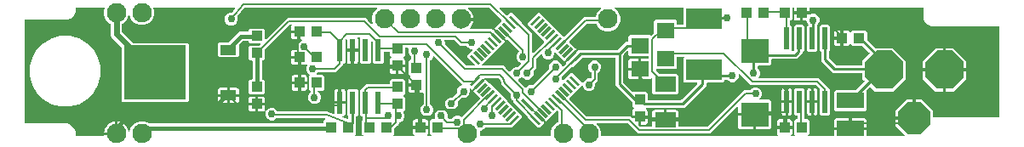
<source format=gbr>
G04 EAGLE Gerber RS-274X export*
G75*
%MOMM*%
%FSLAX34Y34*%
%LPD*%
%INBottom Copper*%
%IPPOS*%
%AMOC8*
5,1,8,0,0,1.08239X$1,22.5*%
G01*
%ADD10R,1.800000X1.600000*%
%ADD11R,1.000000X1.100000*%
%ADD12R,1.100000X1.000000*%
%ADD13R,2.700000X1.600000*%
%ADD14R,2.800000X2.400000*%
%ADD15R,1.800000X1.550000*%
%ADD16R,2.100000X1.500000*%
%ADD17R,0.600000X2.200000*%
%ADD18R,1.200000X0.300000*%
%ADD19R,3.556000X2.032000*%
%ADD20R,6.200000X5.400000*%
%ADD21R,1.600000X1.000000*%
%ADD22R,0.500000X2.200000*%
%ADD23C,1.930400*%
%ADD24P,4.123906X8X202.500000*%
%ADD25P,3.480966X8X202.500000*%
%ADD26C,0.152400*%
%ADD27C,0.254000*%
%ADD28C,0.756400*%
%ADD29C,0.406400*%
%ADD30C,0.609600*%

G36*
X88845Y10174D02*
X88845Y10174D01*
X88924Y10177D01*
X88965Y10193D01*
X89009Y10200D01*
X89079Y10238D01*
X89153Y10267D01*
X89187Y10295D01*
X89226Y10316D01*
X89281Y10373D01*
X89342Y10424D01*
X89365Y10462D01*
X89396Y10494D01*
X89429Y10566D01*
X89471Y10634D01*
X89481Y10677D01*
X89499Y10717D01*
X89508Y10796D01*
X89526Y10874D01*
X89523Y10932D01*
X89526Y10961D01*
X89521Y10989D01*
X89518Y11041D01*
X89497Y11177D01*
X100838Y11177D01*
X100858Y11180D01*
X100877Y11178D01*
X100979Y11200D01*
X101081Y11217D01*
X101098Y11226D01*
X101118Y11230D01*
X101207Y11283D01*
X101298Y11332D01*
X101312Y11346D01*
X101329Y11356D01*
X101396Y11435D01*
X101467Y11510D01*
X101476Y11528D01*
X101489Y11543D01*
X101527Y11639D01*
X101571Y11733D01*
X101573Y11753D01*
X101581Y11771D01*
X101599Y11938D01*
X101599Y12701D01*
X102362Y12701D01*
X102382Y12704D01*
X102401Y12702D01*
X102503Y12724D01*
X102605Y12741D01*
X102622Y12750D01*
X102642Y12754D01*
X102731Y12807D01*
X102822Y12856D01*
X102836Y12870D01*
X102853Y12880D01*
X102920Y12959D01*
X102991Y13034D01*
X103000Y13052D01*
X103013Y13067D01*
X103052Y13163D01*
X103095Y13257D01*
X103097Y13277D01*
X103105Y13295D01*
X103123Y13462D01*
X103123Y24803D01*
X104455Y24593D01*
X106280Y23999D01*
X107990Y23128D01*
X109543Y22000D01*
X110900Y20643D01*
X112028Y19090D01*
X112899Y17380D01*
X113511Y15498D01*
X113529Y15464D01*
X113538Y15426D01*
X113573Y15373D01*
X113599Y15315D01*
X113614Y15299D01*
X113624Y15280D01*
X113651Y15253D01*
X113673Y15220D01*
X113722Y15181D01*
X113765Y15134D01*
X113785Y15123D01*
X113800Y15108D01*
X113834Y15092D01*
X113866Y15067D01*
X113925Y15046D01*
X113981Y15016D01*
X114004Y15011D01*
X114022Y15002D01*
X114059Y14998D01*
X114097Y14984D01*
X114160Y14983D01*
X114223Y14972D01*
X114246Y14975D01*
X114267Y14973D01*
X114303Y14980D01*
X114343Y14980D01*
X114403Y14999D01*
X114466Y15008D01*
X114487Y15018D01*
X114507Y15023D01*
X114540Y15041D01*
X114578Y15053D01*
X114629Y15091D01*
X114685Y15119D01*
X114702Y15136D01*
X114720Y15147D01*
X114745Y15175D01*
X114777Y15198D01*
X114813Y15250D01*
X114857Y15295D01*
X114871Y15320D01*
X114882Y15332D01*
X114894Y15360D01*
X114900Y15372D01*
X114919Y15399D01*
X114924Y15416D01*
X114938Y15442D01*
X116664Y19607D01*
X120093Y23036D01*
X124575Y24893D01*
X129425Y24893D01*
X133945Y23021D01*
X134003Y22971D01*
X134033Y22959D01*
X134059Y22940D01*
X134146Y22913D01*
X134231Y22879D01*
X134272Y22875D01*
X134294Y22868D01*
X134326Y22869D01*
X134398Y22861D01*
X307048Y22861D01*
X307068Y22864D01*
X307087Y22862D01*
X307189Y22884D01*
X307291Y22900D01*
X307308Y22910D01*
X307328Y22914D01*
X307417Y22967D01*
X307508Y23016D01*
X307522Y23030D01*
X307539Y23040D01*
X307606Y23119D01*
X307678Y23194D01*
X307686Y23212D01*
X307699Y23227D01*
X307738Y23323D01*
X307781Y23417D01*
X307783Y23437D01*
X307791Y23455D01*
X307809Y23622D01*
X307809Y25602D01*
X309101Y26894D01*
X309142Y26952D01*
X309192Y27004D01*
X309214Y27051D01*
X309244Y27093D01*
X309265Y27162D01*
X309295Y27227D01*
X309301Y27279D01*
X309317Y27329D01*
X309315Y27400D01*
X309323Y27471D01*
X309311Y27522D01*
X309310Y27574D01*
X309286Y27642D01*
X309270Y27712D01*
X309244Y27757D01*
X309226Y27805D01*
X309181Y27861D01*
X309144Y27923D01*
X309105Y27957D01*
X309072Y27997D01*
X309012Y28036D01*
X308957Y28083D01*
X308909Y28102D01*
X308865Y28130D01*
X308796Y28148D01*
X308729Y28175D01*
X308658Y28183D01*
X308627Y28191D01*
X308603Y28189D01*
X308562Y28193D01*
X260970Y28193D01*
X260880Y28179D01*
X260789Y28171D01*
X260760Y28159D01*
X260728Y28154D01*
X260647Y28111D01*
X260563Y28075D01*
X260531Y28049D01*
X260510Y28038D01*
X260488Y28015D01*
X260432Y27970D01*
X259614Y27152D01*
X257290Y26189D01*
X254774Y26189D01*
X252450Y27152D01*
X250672Y28930D01*
X249709Y31254D01*
X249709Y33770D01*
X250378Y35383D01*
X250394Y35455D01*
X250421Y35524D01*
X250422Y35574D01*
X250434Y35623D01*
X250427Y35696D01*
X250430Y35770D01*
X250421Y35798D01*
X250432Y35803D01*
X250467Y35839D01*
X250508Y35867D01*
X250553Y35926D01*
X250604Y35979D01*
X250637Y36038D01*
X250656Y36064D01*
X250665Y36087D01*
X252450Y37872D01*
X254774Y38835D01*
X257290Y38835D01*
X259614Y37872D01*
X261392Y36094D01*
X261734Y35269D01*
X261795Y35169D01*
X261855Y35069D01*
X261860Y35065D01*
X261863Y35060D01*
X261953Y34985D01*
X262042Y34909D01*
X262048Y34907D01*
X262053Y34903D01*
X262161Y34861D01*
X262270Y34817D01*
X262278Y34816D01*
X262283Y34815D01*
X262301Y34814D01*
X262437Y34799D01*
X309756Y34799D01*
X309835Y34812D01*
X309914Y34815D01*
X309970Y34834D01*
X309999Y34838D01*
X310023Y34851D01*
X310073Y34868D01*
X310512Y35068D01*
X311108Y34847D01*
X311159Y34837D01*
X311207Y34817D01*
X311323Y34804D01*
X311349Y34799D01*
X311359Y34800D01*
X311374Y34799D01*
X312010Y34799D01*
X312351Y34458D01*
X312416Y34411D01*
X312474Y34358D01*
X312527Y34331D01*
X312551Y34314D01*
X312577Y34306D01*
X312624Y34282D01*
X317283Y32549D01*
X317314Y32543D01*
X317343Y32529D01*
X317434Y32519D01*
X317524Y32502D01*
X317556Y32506D01*
X317587Y32502D01*
X317677Y32522D01*
X317768Y32534D01*
X317797Y32548D01*
X317828Y32555D01*
X317907Y32602D01*
X317989Y32642D01*
X318011Y32664D01*
X318039Y32681D01*
X318099Y32750D01*
X318164Y32815D01*
X318178Y32843D01*
X318199Y32868D01*
X318233Y32953D01*
X318274Y33034D01*
X318279Y33066D01*
X318291Y33096D01*
X318309Y33263D01*
X318309Y42351D01*
X323112Y42351D01*
X323131Y42354D01*
X323151Y42352D01*
X323253Y42374D01*
X323355Y42390D01*
X323372Y42400D01*
X323392Y42404D01*
X323481Y42457D01*
X323572Y42506D01*
X323586Y42520D01*
X323603Y42530D01*
X323670Y42609D01*
X323741Y42684D01*
X323750Y42702D01*
X323763Y42717D01*
X323801Y42813D01*
X323845Y42907D01*
X323847Y42927D01*
X323854Y42945D01*
X323867Y42869D01*
X323876Y42852D01*
X323880Y42832D01*
X323933Y42743D01*
X323982Y42652D01*
X323996Y42638D01*
X324006Y42621D01*
X324085Y42554D01*
X324160Y42482D01*
X324178Y42474D01*
X324193Y42461D01*
X324290Y42422D01*
X324383Y42379D01*
X324403Y42377D01*
X324421Y42369D01*
X324588Y42351D01*
X329391Y42351D01*
X329391Y32516D01*
X329218Y31869D01*
X328883Y31290D01*
X328410Y30817D01*
X327831Y30482D01*
X327231Y30322D01*
X327220Y30317D01*
X327208Y30315D01*
X327108Y30266D01*
X327007Y30220D01*
X326998Y30212D01*
X326987Y30207D01*
X326908Y30129D01*
X326826Y30053D01*
X326821Y30043D01*
X326812Y30034D01*
X326762Y29935D01*
X326709Y29837D01*
X326707Y29825D01*
X326701Y29814D01*
X326686Y29704D01*
X326667Y29595D01*
X326668Y29583D01*
X326667Y29571D01*
X326687Y29462D01*
X326704Y29351D01*
X326709Y29341D01*
X326711Y29329D01*
X326765Y29232D01*
X326816Y29133D01*
X326825Y29124D01*
X326831Y29114D01*
X326913Y29039D01*
X326993Y28962D01*
X327004Y28956D01*
X327012Y28948D01*
X327162Y28873D01*
X331205Y27369D01*
X331236Y27363D01*
X331265Y27349D01*
X331356Y27339D01*
X331446Y27321D01*
X331478Y27326D01*
X331509Y27322D01*
X331599Y27341D01*
X331690Y27353D01*
X331719Y27367D01*
X331750Y27374D01*
X331828Y27421D01*
X331911Y27462D01*
X331933Y27484D01*
X331961Y27500D01*
X332021Y27570D01*
X332086Y27634D01*
X332100Y27663D01*
X332121Y27687D01*
X332155Y27773D01*
X332196Y27854D01*
X332201Y27886D01*
X332213Y27916D01*
X332231Y28082D01*
X332231Y30260D01*
X332217Y30350D01*
X332209Y30441D01*
X332197Y30471D01*
X332192Y30503D01*
X332149Y30584D01*
X332113Y30668D01*
X332087Y30700D01*
X332076Y30720D01*
X332053Y30743D01*
X332008Y30799D01*
X331009Y31798D01*
X331009Y55902D01*
X332498Y57391D01*
X340602Y57391D01*
X342091Y55902D01*
X342091Y31798D01*
X340600Y30307D01*
X340594Y30306D01*
X340575Y30308D01*
X340473Y30286D01*
X340371Y30270D01*
X340354Y30260D01*
X340334Y30256D01*
X340245Y30203D01*
X340154Y30154D01*
X340140Y30140D01*
X340123Y30130D01*
X340056Y30051D01*
X339984Y29976D01*
X339976Y29958D01*
X339963Y29943D01*
X339924Y29847D01*
X339881Y29753D01*
X339879Y29733D01*
X339871Y29715D01*
X339853Y29548D01*
X339853Y25956D01*
X339867Y25866D01*
X339875Y25775D01*
X339887Y25745D01*
X339891Y25724D01*
X339891Y12498D01*
X338853Y11460D01*
X338812Y11402D01*
X338762Y11350D01*
X338740Y11303D01*
X338710Y11261D01*
X338689Y11192D01*
X338659Y11127D01*
X338653Y11075D01*
X338637Y11025D01*
X338639Y10954D01*
X338631Y10883D01*
X338643Y10832D01*
X338644Y10780D01*
X338668Y10712D01*
X338684Y10642D01*
X338710Y10597D01*
X338728Y10549D01*
X338773Y10493D01*
X338810Y10431D01*
X338849Y10397D01*
X338882Y10357D01*
X338942Y10318D01*
X338997Y10271D01*
X339045Y10252D01*
X339089Y10224D01*
X339158Y10206D01*
X339225Y10179D01*
X339296Y10171D01*
X339327Y10163D01*
X339351Y10165D01*
X339392Y10161D01*
X346408Y10161D01*
X346479Y10172D01*
X346551Y10174D01*
X346600Y10192D01*
X346651Y10200D01*
X346714Y10234D01*
X346782Y10259D01*
X346822Y10291D01*
X346868Y10316D01*
X346918Y10368D01*
X346974Y10412D01*
X347002Y10456D01*
X347038Y10494D01*
X347068Y10559D01*
X347107Y10619D01*
X347120Y10670D01*
X347141Y10717D01*
X347149Y10788D01*
X347167Y10858D01*
X347163Y10910D01*
X347169Y10961D01*
X347153Y11032D01*
X347148Y11103D01*
X347127Y11151D01*
X347116Y11202D01*
X347079Y11263D01*
X347051Y11329D01*
X347007Y11385D01*
X346990Y11413D01*
X346972Y11428D01*
X346947Y11460D01*
X345909Y12498D01*
X345909Y25602D01*
X346486Y26179D01*
X346539Y26253D01*
X346599Y26323D01*
X346611Y26353D01*
X346630Y26379D01*
X346657Y26466D01*
X346691Y26551D01*
X346695Y26592D01*
X346702Y26614D01*
X346701Y26646D01*
X346709Y26718D01*
X346709Y29548D01*
X346706Y29568D01*
X346708Y29587D01*
X346686Y29689D01*
X346670Y29791D01*
X346660Y29808D01*
X346656Y29828D01*
X346603Y29917D01*
X346554Y30008D01*
X346540Y30022D01*
X346530Y30039D01*
X346451Y30106D01*
X346376Y30178D01*
X346358Y30186D01*
X346343Y30199D01*
X346247Y30238D01*
X346153Y30281D01*
X346133Y30283D01*
X346115Y30291D01*
X345948Y30309D01*
X345198Y30309D01*
X343709Y31798D01*
X343709Y55902D01*
X345198Y57391D01*
X345521Y57391D01*
X345611Y57405D01*
X345702Y57413D01*
X345731Y57425D01*
X345763Y57430D01*
X345844Y57473D01*
X345928Y57509D01*
X345960Y57535D01*
X345981Y57546D01*
X346003Y57569D01*
X346059Y57614D01*
X350676Y62231D01*
X372698Y62231D01*
X372718Y62234D01*
X372737Y62232D01*
X372839Y62254D01*
X372941Y62270D01*
X372958Y62280D01*
X372978Y62284D01*
X373067Y62337D01*
X373158Y62386D01*
X373172Y62400D01*
X373189Y62410D01*
X373256Y62489D01*
X373328Y62564D01*
X373336Y62582D01*
X373349Y62597D01*
X373388Y62693D01*
X373431Y62787D01*
X373433Y62807D01*
X373441Y62825D01*
X373459Y62992D01*
X373459Y65852D01*
X374948Y67341D01*
X387052Y67341D01*
X388541Y65852D01*
X388541Y52748D01*
X387131Y51338D01*
X387120Y51322D01*
X387104Y51310D01*
X387048Y51222D01*
X386988Y51139D01*
X386982Y51120D01*
X386971Y51103D01*
X386946Y51002D01*
X386916Y50903D01*
X386916Y50884D01*
X386911Y50864D01*
X386919Y50761D01*
X386922Y50658D01*
X386929Y50639D01*
X386930Y50619D01*
X386971Y50524D01*
X387006Y50427D01*
X387019Y50411D01*
X387027Y50393D01*
X387131Y50262D01*
X388541Y48852D01*
X388541Y35748D01*
X387583Y34790D01*
X387515Y34695D01*
X387445Y34601D01*
X387443Y34595D01*
X387440Y34590D01*
X387405Y34479D01*
X387369Y34367D01*
X387369Y34361D01*
X387367Y34355D01*
X387370Y34238D01*
X387371Y34121D01*
X387373Y34114D01*
X387374Y34109D01*
X387380Y34092D01*
X387418Y33960D01*
X388339Y31738D01*
X388339Y29222D01*
X387376Y26898D01*
X385598Y25120D01*
X383757Y24357D01*
X383657Y24295D01*
X383557Y24236D01*
X383553Y24231D01*
X383548Y24228D01*
X383473Y24137D01*
X383397Y24049D01*
X383395Y24043D01*
X383391Y24038D01*
X383349Y23930D01*
X383305Y23821D01*
X383304Y23813D01*
X383303Y23809D01*
X383302Y23790D01*
X383287Y23654D01*
X383287Y22905D01*
X383282Y22898D01*
X383263Y22838D01*
X382274Y21945D01*
X382265Y21933D01*
X382246Y21918D01*
X381314Y20986D01*
X381305Y20984D01*
X381241Y20951D01*
X381174Y20926D01*
X381116Y20884D01*
X381088Y20869D01*
X381071Y20852D01*
X381037Y20828D01*
X378242Y18303D01*
X378173Y18216D01*
X378101Y18132D01*
X378096Y18120D01*
X378088Y18110D01*
X378050Y18007D01*
X378009Y17904D01*
X378007Y17889D01*
X378004Y17879D01*
X378003Y17851D01*
X377991Y17738D01*
X377991Y12498D01*
X376953Y11460D01*
X376912Y11402D01*
X376862Y11350D01*
X376840Y11303D01*
X376810Y11261D01*
X376789Y11192D01*
X376759Y11127D01*
X376753Y11075D01*
X376737Y11025D01*
X376739Y10954D01*
X376731Y10883D01*
X376743Y10832D01*
X376744Y10780D01*
X376768Y10712D01*
X376784Y10642D01*
X376810Y10597D01*
X376828Y10549D01*
X376873Y10493D01*
X376910Y10431D01*
X376949Y10397D01*
X376982Y10357D01*
X377042Y10318D01*
X377097Y10271D01*
X377145Y10252D01*
X377189Y10224D01*
X377258Y10206D01*
X377325Y10179D01*
X377396Y10171D01*
X377427Y10163D01*
X377451Y10165D01*
X377492Y10161D01*
X397208Y10161D01*
X397279Y10172D01*
X397351Y10174D01*
X397400Y10192D01*
X397451Y10200D01*
X397514Y10234D01*
X397582Y10259D01*
X397623Y10291D01*
X397668Y10316D01*
X397718Y10367D01*
X397774Y10412D01*
X397802Y10456D01*
X397838Y10494D01*
X397868Y10559D01*
X397907Y10619D01*
X397920Y10670D01*
X397941Y10717D01*
X397949Y10788D01*
X397967Y10858D01*
X397963Y10910D01*
X397969Y10961D01*
X397953Y11032D01*
X397948Y11103D01*
X397927Y11151D01*
X397916Y11202D01*
X397879Y11263D01*
X397851Y11329D01*
X397807Y11385D01*
X397790Y11413D01*
X397772Y11428D01*
X397747Y11460D01*
X397217Y11990D01*
X396882Y12569D01*
X396709Y13216D01*
X396709Y17527D01*
X403488Y17527D01*
X403508Y17530D01*
X403527Y17528D01*
X403629Y17550D01*
X403731Y17567D01*
X403748Y17576D01*
X403768Y17580D01*
X403857Y17633D01*
X403948Y17682D01*
X403962Y17696D01*
X403979Y17706D01*
X404046Y17785D01*
X404117Y17860D01*
X404126Y17878D01*
X404139Y17893D01*
X404178Y17989D01*
X404221Y18083D01*
X404223Y18103D01*
X404231Y18121D01*
X404249Y18288D01*
X404249Y19051D01*
X404251Y19051D01*
X404251Y18288D01*
X404254Y18268D01*
X404252Y18249D01*
X404274Y18147D01*
X404291Y18045D01*
X404300Y18028D01*
X404304Y18008D01*
X404357Y17919D01*
X404406Y17828D01*
X404420Y17814D01*
X404430Y17797D01*
X404509Y17730D01*
X404584Y17659D01*
X404602Y17650D01*
X404617Y17637D01*
X404713Y17598D01*
X404807Y17555D01*
X404827Y17553D01*
X404845Y17545D01*
X405012Y17527D01*
X411791Y17527D01*
X411791Y13216D01*
X411618Y12569D01*
X411283Y11990D01*
X410753Y11460D01*
X410711Y11402D01*
X410662Y11350D01*
X410640Y11303D01*
X410610Y11261D01*
X410589Y11192D01*
X410559Y11127D01*
X410553Y11075D01*
X410537Y11025D01*
X410539Y10954D01*
X410531Y10883D01*
X410543Y10832D01*
X410544Y10780D01*
X410568Y10712D01*
X410584Y10642D01*
X410610Y10597D01*
X410628Y10549D01*
X410673Y10493D01*
X410710Y10431D01*
X410749Y10397D01*
X410782Y10357D01*
X410842Y10318D01*
X410897Y10271D01*
X410945Y10252D01*
X410989Y10224D01*
X411058Y10206D01*
X411125Y10179D01*
X411196Y10171D01*
X411227Y10163D01*
X411251Y10165D01*
X411292Y10161D01*
X414208Y10161D01*
X414279Y10172D01*
X414351Y10174D01*
X414400Y10192D01*
X414451Y10200D01*
X414514Y10234D01*
X414582Y10259D01*
X414622Y10291D01*
X414668Y10316D01*
X414718Y10368D01*
X414774Y10412D01*
X414802Y10456D01*
X414838Y10494D01*
X414868Y10559D01*
X414907Y10619D01*
X414920Y10670D01*
X414941Y10717D01*
X414949Y10788D01*
X414967Y10858D01*
X414963Y10910D01*
X414969Y10961D01*
X414953Y11032D01*
X414948Y11103D01*
X414927Y11151D01*
X414916Y11202D01*
X414879Y11263D01*
X414851Y11329D01*
X414807Y11385D01*
X414790Y11413D01*
X414772Y11428D01*
X414747Y11460D01*
X413709Y12498D01*
X413709Y25602D01*
X415198Y27091D01*
X418109Y27091D01*
X418154Y27098D01*
X418200Y27096D01*
X418275Y27118D01*
X418352Y27130D01*
X418392Y27152D01*
X418436Y27165D01*
X418500Y27209D01*
X418569Y27246D01*
X418601Y27279D01*
X418638Y27305D01*
X418685Y27367D01*
X418738Y27424D01*
X418758Y27466D01*
X418785Y27502D01*
X418809Y27576D01*
X418842Y27647D01*
X418847Y27693D01*
X418861Y27736D01*
X418861Y27814D01*
X418869Y27891D01*
X418859Y27936D01*
X418859Y27982D01*
X418821Y28114D01*
X418817Y28132D01*
X418814Y28136D01*
X418812Y28143D01*
X418365Y29222D01*
X418365Y31738D01*
X419328Y34062D01*
X421106Y35840D01*
X423430Y36803D01*
X425946Y36803D01*
X428270Y35840D01*
X430048Y34062D01*
X431011Y31738D01*
X431011Y29143D01*
X431025Y29053D01*
X431033Y28962D01*
X431045Y28933D01*
X431050Y28901D01*
X431093Y28820D01*
X431129Y28736D01*
X431155Y28704D01*
X431166Y28683D01*
X431189Y28661D01*
X431234Y28605D01*
X431929Y27910D01*
X432003Y27857D01*
X432072Y27797D01*
X432103Y27785D01*
X432129Y27766D01*
X432216Y27739D01*
X432301Y27705D01*
X432342Y27701D01*
X432364Y27694D01*
X432396Y27695D01*
X432467Y27687D01*
X434990Y27687D01*
X435080Y27701D01*
X435171Y27709D01*
X435200Y27721D01*
X435232Y27726D01*
X435313Y27769D01*
X435397Y27805D01*
X435429Y27831D01*
X435450Y27842D01*
X435472Y27865D01*
X435528Y27910D01*
X437362Y29744D01*
X439686Y30707D01*
X442202Y30707D01*
X444526Y29744D01*
X444573Y29697D01*
X444589Y29685D01*
X444602Y29669D01*
X444689Y29613D01*
X444773Y29553D01*
X444792Y29547D01*
X444809Y29536D01*
X444909Y29511D01*
X445008Y29481D01*
X445028Y29481D01*
X445047Y29476D01*
X445150Y29484D01*
X445254Y29487D01*
X445273Y29494D01*
X445293Y29495D01*
X445388Y29536D01*
X445485Y29571D01*
X445500Y29584D01*
X445519Y29592D01*
X445650Y29697D01*
X445895Y29942D01*
X463447Y47494D01*
X463459Y47510D01*
X463474Y47523D01*
X463530Y47610D01*
X463591Y47694D01*
X463596Y47713D01*
X463607Y47729D01*
X463633Y47830D01*
X463663Y47929D01*
X463662Y47949D01*
X463667Y47968D01*
X463659Y48071D01*
X463657Y48175D01*
X463650Y48193D01*
X463648Y48213D01*
X463608Y48308D01*
X463572Y48406D01*
X463560Y48421D01*
X463552Y48440D01*
X463447Y48570D01*
X461562Y50455D01*
X457644Y54373D01*
X457636Y54398D01*
X457601Y54442D01*
X457575Y54492D01*
X457526Y54538D01*
X457484Y54592D01*
X457420Y54639D01*
X457396Y54661D01*
X457377Y54670D01*
X457349Y54691D01*
X457296Y54722D01*
X456537Y55480D01*
X462576Y61519D01*
X462588Y61535D01*
X462603Y61548D01*
X462659Y61635D01*
X462720Y61719D01*
X462726Y61738D01*
X462736Y61755D01*
X462762Y61855D01*
X462792Y61954D01*
X462792Y61974D01*
X462796Y61993D01*
X462788Y62096D01*
X462786Y62200D01*
X462779Y62219D01*
X462777Y62238D01*
X462737Y62333D01*
X462701Y62431D01*
X462689Y62447D01*
X462681Y62465D01*
X462576Y62596D01*
X462560Y62608D01*
X462548Y62623D01*
X462547Y62623D01*
X462460Y62679D01*
X462376Y62740D01*
X462357Y62745D01*
X462340Y62756D01*
X462240Y62782D01*
X462141Y62812D01*
X462121Y62811D01*
X462102Y62816D01*
X461999Y62808D01*
X461895Y62806D01*
X461876Y62799D01*
X461857Y62797D01*
X461762Y62757D01*
X461664Y62721D01*
X461649Y62709D01*
X461630Y62701D01*
X461499Y62596D01*
X455460Y56557D01*
X454702Y57316D01*
X454671Y57369D01*
X454628Y57421D01*
X454594Y57479D01*
X454551Y57516D01*
X454515Y57559D01*
X454458Y57595D01*
X454407Y57639D01*
X454360Y57658D01*
X454278Y57740D01*
X454199Y57797D01*
X454124Y57859D01*
X454099Y57868D01*
X454078Y57883D01*
X453985Y57912D01*
X453894Y57947D01*
X453868Y57948D01*
X453843Y57956D01*
X453746Y57953D01*
X453648Y57957D01*
X453623Y57950D01*
X453597Y57949D01*
X453506Y57916D01*
X453412Y57889D01*
X453390Y57874D01*
X453366Y57865D01*
X453290Y57804D01*
X453210Y57749D01*
X453194Y57728D01*
X453174Y57711D01*
X453121Y57629D01*
X453063Y57551D01*
X453055Y57526D01*
X453041Y57504D01*
X453017Y57410D01*
X452987Y57317D01*
X452987Y57291D01*
X452981Y57266D01*
X452988Y57169D01*
X452989Y57071D01*
X452998Y57040D01*
X453000Y57021D01*
X453013Y56990D01*
X453036Y56910D01*
X453363Y56122D01*
X453363Y53606D01*
X452400Y51282D01*
X450622Y49504D01*
X448298Y48541D01*
X445703Y48541D01*
X445613Y48527D01*
X445522Y48519D01*
X445493Y48507D01*
X445461Y48502D01*
X445380Y48459D01*
X445296Y48423D01*
X445264Y48397D01*
X445243Y48386D01*
X445221Y48363D01*
X445165Y48318D01*
X441394Y44547D01*
X441341Y44473D01*
X441281Y44404D01*
X441269Y44373D01*
X441250Y44347D01*
X441223Y44260D01*
X441189Y44175D01*
X441185Y44134D01*
X441178Y44112D01*
X441179Y44080D01*
X441171Y44009D01*
X441171Y41414D01*
X440208Y39090D01*
X438430Y37312D01*
X436106Y36349D01*
X433590Y36349D01*
X431266Y37312D01*
X429488Y39090D01*
X428525Y41414D01*
X428525Y43930D01*
X429488Y46254D01*
X431266Y48032D01*
X433590Y48995D01*
X436185Y48995D01*
X436275Y49009D01*
X436366Y49017D01*
X436395Y49029D01*
X436427Y49034D01*
X436508Y49077D01*
X436592Y49113D01*
X436624Y49139D01*
X436645Y49150D01*
X436667Y49173D01*
X436723Y49218D01*
X440494Y52989D01*
X440547Y53063D01*
X440607Y53132D01*
X440619Y53163D01*
X440638Y53189D01*
X440665Y53276D01*
X440699Y53361D01*
X440703Y53402D01*
X440710Y53424D01*
X440709Y53456D01*
X440717Y53527D01*
X440717Y56122D01*
X441680Y58446D01*
X443458Y60224D01*
X445030Y60875D01*
X445069Y60899D01*
X445112Y60915D01*
X445173Y60964D01*
X445239Y61005D01*
X445268Y61040D01*
X445304Y61069D01*
X445346Y61134D01*
X445396Y61194D01*
X445412Y61237D01*
X445437Y61276D01*
X445456Y61351D01*
X445484Y61424D01*
X445486Y61470D01*
X445497Y61514D01*
X445491Y61592D01*
X445494Y61669D01*
X445481Y61714D01*
X445478Y61759D01*
X445447Y61831D01*
X445426Y61906D01*
X445399Y61943D01*
X445381Y61986D01*
X445296Y62092D01*
X445285Y62108D01*
X445281Y62111D01*
X445277Y62117D01*
X417717Y89677D01*
X417679Y89703D01*
X417648Y89737D01*
X417580Y89775D01*
X417517Y89820D01*
X417473Y89834D01*
X417433Y89856D01*
X417356Y89870D01*
X417282Y89893D01*
X417236Y89891D01*
X417191Y89900D01*
X417114Y89888D01*
X417036Y89886D01*
X416993Y89870D01*
X416947Y89864D01*
X416878Y89829D01*
X416805Y89802D01*
X416769Y89773D01*
X416728Y89752D01*
X416674Y89697D01*
X416613Y89648D01*
X416588Y89609D01*
X416556Y89577D01*
X416490Y89457D01*
X416480Y89441D01*
X416479Y89436D01*
X416475Y89430D01*
X415824Y87858D01*
X413990Y86024D01*
X413942Y85957D01*
X413937Y85953D01*
X413936Y85949D01*
X413877Y85881D01*
X413865Y85850D01*
X413846Y85824D01*
X413819Y85737D01*
X413785Y85652D01*
X413781Y85611D01*
X413774Y85589D01*
X413775Y85557D01*
X413767Y85486D01*
X413767Y42530D01*
X413781Y42440D01*
X413789Y42349D01*
X413801Y42320D01*
X413806Y42288D01*
X413849Y42207D01*
X413885Y42123D01*
X413911Y42091D01*
X413922Y42070D01*
X413945Y42048D01*
X413990Y41992D01*
X415824Y40158D01*
X416787Y37834D01*
X416787Y35318D01*
X415824Y32994D01*
X414046Y31216D01*
X411722Y30253D01*
X409206Y30253D01*
X406882Y31216D01*
X405104Y32994D01*
X404141Y35318D01*
X404141Y37834D01*
X405104Y40158D01*
X406938Y41992D01*
X406991Y42066D01*
X407051Y42135D01*
X407063Y42166D01*
X407082Y42192D01*
X407109Y42279D01*
X407143Y42364D01*
X407147Y42405D01*
X407154Y42427D01*
X407153Y42459D01*
X407161Y42530D01*
X407161Y52817D01*
X407160Y52826D01*
X407160Y52830D01*
X407155Y52852D01*
X407146Y52911D01*
X407137Y53006D01*
X407126Y53032D01*
X407122Y53059D01*
X407077Y53144D01*
X407039Y53231D01*
X407020Y53252D01*
X407006Y53277D01*
X406937Y53342D01*
X406873Y53413D01*
X406848Y53427D01*
X406828Y53446D01*
X406742Y53486D01*
X406658Y53533D01*
X406630Y53538D01*
X406605Y53550D01*
X406510Y53560D01*
X406416Y53578D01*
X406388Y53574D01*
X406361Y53577D01*
X406267Y53557D01*
X406173Y53543D01*
X406141Y53529D01*
X406120Y53525D01*
X406092Y53508D01*
X406040Y53485D01*
X405384Y53309D01*
X401573Y53309D01*
X401573Y60588D01*
X401570Y60608D01*
X401572Y60627D01*
X401550Y60729D01*
X401533Y60831D01*
X401524Y60848D01*
X401520Y60868D01*
X401467Y60957D01*
X401418Y61048D01*
X401404Y61062D01*
X401394Y61079D01*
X401315Y61146D01*
X401240Y61217D01*
X401222Y61226D01*
X401207Y61239D01*
X401111Y61278D01*
X401017Y61321D01*
X400997Y61323D01*
X400979Y61331D01*
X400812Y61349D01*
X400049Y61349D01*
X400049Y62112D01*
X400046Y62132D01*
X400048Y62151D01*
X400026Y62253D01*
X400009Y62355D01*
X400000Y62372D01*
X399996Y62392D01*
X399943Y62481D01*
X399894Y62572D01*
X399880Y62586D01*
X399870Y62603D01*
X399791Y62670D01*
X399716Y62741D01*
X399698Y62750D01*
X399683Y62763D01*
X399587Y62802D01*
X399493Y62845D01*
X399473Y62847D01*
X399455Y62855D01*
X399288Y62873D01*
X392509Y62873D01*
X392509Y67184D01*
X392682Y67831D01*
X393017Y68410D01*
X393490Y68883D01*
X393857Y69095D01*
X393950Y69171D01*
X394042Y69244D01*
X394044Y69248D01*
X394047Y69251D01*
X394111Y69352D01*
X394175Y69451D01*
X394176Y69455D01*
X394178Y69459D01*
X394206Y69575D01*
X394235Y69690D01*
X394234Y69694D01*
X394235Y69698D01*
X394225Y69817D01*
X394216Y69935D01*
X394214Y69939D01*
X394214Y69943D01*
X394166Y70053D01*
X394119Y70161D01*
X394116Y70165D01*
X394115Y70168D01*
X394105Y70179D01*
X394014Y70292D01*
X392509Y71798D01*
X392509Y84902D01*
X393998Y86391D01*
X394208Y86391D01*
X394228Y86394D01*
X394247Y86392D01*
X394349Y86414D01*
X394451Y86430D01*
X394468Y86440D01*
X394488Y86444D01*
X394577Y86497D01*
X394668Y86546D01*
X394682Y86560D01*
X394699Y86570D01*
X394766Y86649D01*
X394838Y86724D01*
X394846Y86742D01*
X394859Y86757D01*
X394898Y86853D01*
X394941Y86947D01*
X394943Y86967D01*
X394951Y86985D01*
X394969Y87152D01*
X394969Y89550D01*
X394955Y89640D01*
X394947Y89731D01*
X394935Y89760D01*
X394930Y89792D01*
X394887Y89873D01*
X394851Y89957D01*
X394825Y89989D01*
X394814Y90010D01*
X394791Y90032D01*
X394746Y90088D01*
X392912Y91922D01*
X391949Y94246D01*
X391949Y96762D01*
X392149Y97245D01*
X392160Y97289D01*
X392179Y97331D01*
X392188Y97408D01*
X392206Y97484D01*
X392201Y97530D01*
X392206Y97575D01*
X392190Y97652D01*
X392182Y97729D01*
X392164Y97771D01*
X392154Y97816D01*
X392114Y97883D01*
X392082Y97954D01*
X392051Y97988D01*
X392028Y98027D01*
X391969Y98078D01*
X391916Y98135D01*
X391876Y98157D01*
X391841Y98187D01*
X391769Y98216D01*
X391701Y98253D01*
X391655Y98262D01*
X391613Y98279D01*
X391477Y98294D01*
X391458Y98297D01*
X391454Y98296D01*
X391446Y98297D01*
X389302Y98297D01*
X389282Y98294D01*
X389263Y98296D01*
X389161Y98274D01*
X389059Y98258D01*
X389042Y98248D01*
X389022Y98244D01*
X388933Y98191D01*
X388842Y98142D01*
X388828Y98128D01*
X388811Y98118D01*
X388744Y98039D01*
X388672Y97964D01*
X388664Y97946D01*
X388651Y97931D01*
X388612Y97835D01*
X388569Y97741D01*
X388567Y97721D01*
X388559Y97703D01*
X388541Y97536D01*
X388541Y90848D01*
X387036Y89342D01*
X386967Y89247D01*
X386896Y89150D01*
X386894Y89146D01*
X386892Y89143D01*
X386857Y89030D01*
X386821Y88916D01*
X386821Y88912D01*
X386820Y88908D01*
X386823Y88789D01*
X386825Y88670D01*
X386826Y88666D01*
X386826Y88662D01*
X386867Y88550D01*
X386906Y88438D01*
X386909Y88435D01*
X386910Y88431D01*
X386985Y88337D01*
X387058Y88244D01*
X387062Y88241D01*
X387064Y88239D01*
X387076Y88231D01*
X387193Y88145D01*
X387560Y87933D01*
X388033Y87460D01*
X388368Y86881D01*
X388541Y86234D01*
X388541Y81923D01*
X381762Y81923D01*
X381742Y81920D01*
X381723Y81922D01*
X381621Y81900D01*
X381519Y81883D01*
X381502Y81874D01*
X381482Y81870D01*
X381393Y81817D01*
X381302Y81768D01*
X381288Y81754D01*
X381271Y81744D01*
X381204Y81665D01*
X381133Y81590D01*
X381124Y81572D01*
X381111Y81557D01*
X381072Y81461D01*
X381029Y81367D01*
X381027Y81347D01*
X381019Y81329D01*
X381001Y81162D01*
X381001Y80399D01*
X380999Y80399D01*
X380999Y81162D01*
X380996Y81182D01*
X380998Y81201D01*
X380976Y81303D01*
X380959Y81405D01*
X380950Y81422D01*
X380946Y81442D01*
X380893Y81531D01*
X380844Y81622D01*
X380830Y81636D01*
X380820Y81653D01*
X380741Y81720D01*
X380666Y81791D01*
X380648Y81800D01*
X380633Y81813D01*
X380537Y81852D01*
X380443Y81895D01*
X380423Y81897D01*
X380405Y81905D01*
X380238Y81923D01*
X373459Y81923D01*
X373459Y86234D01*
X373632Y86881D01*
X373967Y87460D01*
X374440Y87933D01*
X374807Y88145D01*
X374900Y88221D01*
X374992Y88294D01*
X374994Y88298D01*
X374997Y88301D01*
X375060Y88401D01*
X375125Y88501D01*
X375126Y88505D01*
X375128Y88509D01*
X375156Y88625D01*
X375185Y88740D01*
X375184Y88744D01*
X375185Y88748D01*
X375175Y88867D01*
X375166Y88985D01*
X375164Y88989D01*
X375164Y88993D01*
X375116Y89102D01*
X375069Y89211D01*
X375066Y89215D01*
X375065Y89218D01*
X375055Y89229D01*
X374964Y89342D01*
X373459Y90848D01*
X373459Y93472D01*
X373456Y93492D01*
X373458Y93511D01*
X373436Y93613D01*
X373420Y93715D01*
X373410Y93732D01*
X373406Y93752D01*
X373353Y93841D01*
X373304Y93932D01*
X373290Y93946D01*
X373280Y93963D01*
X373201Y94030D01*
X373126Y94102D01*
X373108Y94110D01*
X373093Y94123D01*
X372997Y94162D01*
X372903Y94205D01*
X372883Y94207D01*
X372865Y94215D01*
X372698Y94233D01*
X368252Y94233D01*
X368232Y94230D01*
X368213Y94232D01*
X368111Y94210D01*
X368009Y94194D01*
X367992Y94184D01*
X367972Y94180D01*
X367883Y94127D01*
X367792Y94078D01*
X367778Y94064D01*
X367761Y94054D01*
X367694Y93975D01*
X367622Y93900D01*
X367614Y93882D01*
X367601Y93867D01*
X367562Y93771D01*
X367519Y93677D01*
X367517Y93657D01*
X367509Y93639D01*
X367491Y93472D01*
X367491Y83798D01*
X366002Y82309D01*
X357898Y82309D01*
X356409Y83798D01*
X356409Y103933D01*
X356395Y104023D01*
X356387Y104114D01*
X356375Y104143D01*
X356370Y104175D01*
X356327Y104256D01*
X356291Y104340D01*
X356265Y104372D01*
X356254Y104393D01*
X356231Y104415D01*
X356186Y104471D01*
X356090Y104567D01*
X356032Y104609D01*
X355980Y104658D01*
X355933Y104680D01*
X355891Y104710D01*
X355822Y104732D01*
X355757Y104762D01*
X355705Y104768D01*
X355656Y104783D01*
X355584Y104781D01*
X355513Y104789D01*
X355462Y104778D01*
X355410Y104777D01*
X355342Y104752D01*
X355272Y104737D01*
X355227Y104710D01*
X355179Y104692D01*
X355123Y104647D01*
X355061Y104610D01*
X355027Y104571D01*
X354987Y104538D01*
X354948Y104478D01*
X354901Y104424D01*
X354882Y104375D01*
X354854Y104332D01*
X354836Y104262D01*
X354809Y104195D01*
X354801Y104124D01*
X354793Y104093D01*
X354795Y104070D01*
X354791Y104029D01*
X354791Y83798D01*
X353302Y82309D01*
X345198Y82309D01*
X343709Y83798D01*
X343709Y108204D01*
X343706Y108224D01*
X343708Y108243D01*
X343686Y108345D01*
X343670Y108447D01*
X343660Y108464D01*
X343656Y108484D01*
X343603Y108573D01*
X343554Y108664D01*
X343540Y108678D01*
X343530Y108695D01*
X343451Y108762D01*
X343376Y108834D01*
X343358Y108842D01*
X343343Y108855D01*
X343247Y108894D01*
X343153Y108937D01*
X343133Y108939D01*
X343115Y108947D01*
X342948Y108965D01*
X342581Y108965D01*
X342487Y108950D01*
X342392Y108941D01*
X342366Y108930D01*
X342338Y108926D01*
X342254Y108881D01*
X342166Y108843D01*
X342146Y108824D01*
X342121Y108810D01*
X342055Y108741D01*
X341985Y108677D01*
X341971Y108652D01*
X341952Y108632D01*
X341911Y108545D01*
X341865Y108462D01*
X341860Y108435D01*
X341848Y108409D01*
X341837Y108314D01*
X341820Y108220D01*
X341824Y108192D01*
X341821Y108165D01*
X341841Y108071D01*
X341854Y107977D01*
X341869Y107945D01*
X341873Y107924D01*
X341890Y107896D01*
X341916Y107837D01*
X342091Y107184D01*
X342091Y97349D01*
X337288Y97349D01*
X337269Y97346D01*
X337249Y97348D01*
X337147Y97326D01*
X337045Y97310D01*
X337028Y97300D01*
X337008Y97296D01*
X336919Y97243D01*
X336828Y97194D01*
X336814Y97180D01*
X336797Y97170D01*
X336730Y97091D01*
X336659Y97016D01*
X336650Y96998D01*
X336637Y96983D01*
X336599Y96887D01*
X336555Y96793D01*
X336553Y96773D01*
X336546Y96755D01*
X336533Y96831D01*
X336524Y96848D01*
X336520Y96868D01*
X336467Y96957D01*
X336418Y97048D01*
X336404Y97062D01*
X336394Y97079D01*
X336315Y97146D01*
X336240Y97218D01*
X336222Y97226D01*
X336207Y97239D01*
X336110Y97278D01*
X336017Y97321D01*
X335997Y97323D01*
X335979Y97331D01*
X335812Y97349D01*
X331009Y97349D01*
X331009Y106061D01*
X330998Y106131D01*
X330996Y106203D01*
X330978Y106252D01*
X330970Y106303D01*
X330936Y106367D01*
X330911Y106434D01*
X330879Y106475D01*
X330854Y106521D01*
X330802Y106570D01*
X330758Y106626D01*
X330714Y106654D01*
X330676Y106690D01*
X330611Y106720D01*
X330551Y106759D01*
X330500Y106772D01*
X330453Y106794D01*
X330382Y106802D01*
X330312Y106819D01*
X330260Y106815D01*
X330209Y106821D01*
X330138Y106806D01*
X330067Y106800D01*
X330019Y106780D01*
X329968Y106769D01*
X329907Y106732D01*
X329841Y106704D01*
X329785Y106659D01*
X329757Y106642D01*
X329742Y106625D01*
X329710Y106599D01*
X329614Y106503D01*
X329560Y106429D01*
X329501Y106360D01*
X329489Y106329D01*
X329470Y106303D01*
X329443Y106216D01*
X329409Y106131D01*
X329405Y106090D01*
X329398Y106068D01*
X329399Y106036D01*
X329391Y105965D01*
X329391Y83798D01*
X327900Y82307D01*
X327894Y82306D01*
X327875Y82308D01*
X327773Y82286D01*
X327671Y82270D01*
X327654Y82260D01*
X327634Y82256D01*
X327545Y82203D01*
X327454Y82154D01*
X327440Y82140D01*
X327423Y82130D01*
X327356Y82051D01*
X327284Y81976D01*
X327276Y81958D01*
X327263Y81943D01*
X327224Y81847D01*
X327181Y81753D01*
X327179Y81733D01*
X327171Y81715D01*
X327153Y81548D01*
X327153Y81182D01*
X319884Y73913D01*
X302626Y73913D01*
X302536Y73899D01*
X302445Y73891D01*
X302415Y73879D01*
X302384Y73874D01*
X302303Y73831D01*
X302219Y73795D01*
X302187Y73769D01*
X302166Y73758D01*
X302144Y73735D01*
X302088Y73690D01*
X301238Y72840D01*
X301196Y72782D01*
X301147Y72730D01*
X301125Y72683D01*
X301094Y72641D01*
X301073Y72572D01*
X301043Y72507D01*
X301037Y72455D01*
X301022Y72405D01*
X301024Y72334D01*
X301016Y72263D01*
X301027Y72212D01*
X301028Y72160D01*
X301053Y72092D01*
X301068Y72022D01*
X301095Y71977D01*
X301113Y71929D01*
X301158Y71873D01*
X301194Y71811D01*
X301234Y71777D01*
X301267Y71737D01*
X301327Y71698D01*
X301381Y71651D01*
X301430Y71632D01*
X301473Y71604D01*
X301543Y71586D01*
X301610Y71559D01*
X301681Y71551D01*
X301712Y71543D01*
X301735Y71545D01*
X301776Y71541D01*
X306652Y71541D01*
X308141Y70052D01*
X308141Y56948D01*
X306652Y55459D01*
X302792Y55459D01*
X302722Y55448D01*
X302650Y55446D01*
X302601Y55428D01*
X302549Y55420D01*
X302486Y55386D01*
X302419Y55361D01*
X302378Y55329D01*
X302332Y55304D01*
X302283Y55252D01*
X302227Y55208D01*
X302199Y55164D01*
X302163Y55126D01*
X302133Y55061D01*
X302094Y55001D01*
X302081Y54950D01*
X302059Y54903D01*
X302051Y54832D01*
X302034Y54762D01*
X302038Y54710D01*
X302032Y54659D01*
X302047Y54588D01*
X302053Y54517D01*
X302073Y54469D01*
X302084Y54418D01*
X302121Y54357D01*
X302149Y54291D01*
X302194Y54235D01*
X302210Y54207D01*
X302228Y54192D01*
X302254Y54160D01*
X304064Y52350D01*
X305027Y50026D01*
X305027Y47510D01*
X304064Y45186D01*
X302286Y43408D01*
X299962Y42445D01*
X297446Y42445D01*
X295122Y43408D01*
X293344Y45186D01*
X292381Y47510D01*
X292381Y50026D01*
X293344Y52350D01*
X295154Y54160D01*
X295196Y54218D01*
X295245Y54270D01*
X295267Y54317D01*
X295298Y54359D01*
X295319Y54428D01*
X295349Y54493D01*
X295355Y54545D01*
X295370Y54595D01*
X295368Y54666D01*
X295376Y54737D01*
X295365Y54788D01*
X295364Y54840D01*
X295339Y54908D01*
X295324Y54978D01*
X295297Y55023D01*
X295279Y55071D01*
X295234Y55127D01*
X295198Y55189D01*
X295158Y55223D01*
X295125Y55263D01*
X295065Y55302D01*
X295011Y55349D01*
X294962Y55368D01*
X294919Y55396D01*
X294849Y55414D01*
X294782Y55441D01*
X294711Y55449D01*
X294680Y55457D01*
X294657Y55455D01*
X294616Y55459D01*
X294548Y55459D01*
X293059Y56948D01*
X293059Y70052D01*
X293538Y70531D01*
X293565Y70568D01*
X293599Y70600D01*
X293612Y70624D01*
X293621Y70633D01*
X293638Y70670D01*
X293682Y70731D01*
X293695Y70775D01*
X293717Y70815D01*
X293731Y70892D01*
X293754Y70966D01*
X293753Y71012D01*
X293761Y71057D01*
X293750Y71134D01*
X293748Y71212D01*
X293732Y71255D01*
X293725Y71300D01*
X293690Y71370D01*
X293663Y71443D01*
X293634Y71479D01*
X293614Y71520D01*
X293558Y71574D01*
X293509Y71635D01*
X293471Y71660D01*
X293438Y71692D01*
X293318Y71758D01*
X293303Y71768D01*
X293298Y71769D01*
X293291Y71773D01*
X293090Y71856D01*
X291312Y73634D01*
X290349Y75958D01*
X290349Y78474D01*
X291241Y80626D01*
X291268Y80743D01*
X291297Y80861D01*
X291296Y80863D01*
X291297Y80865D01*
X291285Y80986D01*
X291275Y81106D01*
X291274Y81108D01*
X291274Y81110D01*
X291225Y81221D01*
X291176Y81331D01*
X291175Y81333D01*
X291174Y81335D01*
X291092Y81424D01*
X291011Y81513D01*
X291009Y81514D01*
X291007Y81516D01*
X290900Y81575D01*
X290796Y81633D01*
X290794Y81634D01*
X290792Y81635D01*
X290670Y81657D01*
X290554Y81678D01*
X290552Y81678D01*
X290550Y81678D01*
X290429Y81661D01*
X290310Y81644D01*
X290308Y81643D01*
X290306Y81642D01*
X290300Y81639D01*
X290157Y81576D01*
X290081Y81532D01*
X289434Y81359D01*
X285123Y81359D01*
X285123Y88138D01*
X285120Y88158D01*
X285122Y88177D01*
X285100Y88279D01*
X285083Y88381D01*
X285074Y88398D01*
X285070Y88418D01*
X285017Y88507D01*
X284968Y88598D01*
X284954Y88612D01*
X284944Y88629D01*
X284865Y88696D01*
X284790Y88767D01*
X284772Y88776D01*
X284757Y88789D01*
X284661Y88828D01*
X284567Y88871D01*
X284547Y88873D01*
X284529Y88881D01*
X284362Y88899D01*
X283599Y88899D01*
X283599Y89662D01*
X283596Y89682D01*
X283598Y89701D01*
X283576Y89803D01*
X283559Y89905D01*
X283550Y89922D01*
X283546Y89942D01*
X283493Y90031D01*
X283444Y90122D01*
X283430Y90136D01*
X283420Y90153D01*
X283341Y90220D01*
X283266Y90291D01*
X283248Y90300D01*
X283233Y90313D01*
X283137Y90352D01*
X283043Y90395D01*
X283023Y90397D01*
X283005Y90405D01*
X282838Y90423D01*
X275559Y90423D01*
X275559Y94234D01*
X275732Y94881D01*
X276067Y95460D01*
X276540Y95933D01*
X277119Y96268D01*
X277766Y96441D01*
X281856Y96441D01*
X281902Y96448D01*
X281948Y96446D01*
X282022Y96468D01*
X282099Y96480D01*
X282140Y96502D01*
X282184Y96515D01*
X282248Y96559D01*
X282317Y96596D01*
X282348Y96629D01*
X282386Y96655D01*
X282432Y96717D01*
X282486Y96774D01*
X282505Y96816D01*
X282533Y96852D01*
X282557Y96926D01*
X282590Y96997D01*
X282595Y97043D01*
X282609Y97086D01*
X282608Y97164D01*
X282617Y97241D01*
X282607Y97286D01*
X282606Y97332D01*
X282568Y97464D01*
X282564Y97482D01*
X282562Y97486D01*
X282560Y97493D01*
X282221Y98310D01*
X282221Y100826D01*
X283184Y103150D01*
X284962Y104928D01*
X285847Y105295D01*
X285930Y105346D01*
X286016Y105392D01*
X286034Y105410D01*
X286056Y105424D01*
X286119Y105500D01*
X286186Y105570D01*
X286197Y105594D01*
X286213Y105614D01*
X286248Y105705D01*
X286289Y105793D01*
X286292Y105819D01*
X286301Y105843D01*
X286306Y105941D01*
X286316Y106037D01*
X286311Y106063D01*
X286312Y106089D01*
X286285Y106183D01*
X286264Y106278D01*
X286251Y106300D01*
X286243Y106325D01*
X286188Y106405D01*
X286138Y106489D01*
X286118Y106506D01*
X286103Y106527D01*
X286025Y106586D01*
X285951Y106649D01*
X285927Y106659D01*
X285906Y106674D01*
X285813Y106704D01*
X285723Y106741D01*
X285690Y106744D01*
X285672Y106750D01*
X285639Y106750D01*
X285556Y106759D01*
X285123Y106759D01*
X285123Y113538D01*
X285120Y113558D01*
X285122Y113577D01*
X285100Y113679D01*
X285083Y113781D01*
X285074Y113798D01*
X285070Y113818D01*
X285017Y113907D01*
X284968Y113998D01*
X284954Y114012D01*
X284944Y114029D01*
X284865Y114096D01*
X284790Y114167D01*
X284772Y114176D01*
X284757Y114189D01*
X284661Y114228D01*
X284567Y114271D01*
X284547Y114273D01*
X284529Y114281D01*
X284362Y114299D01*
X283599Y114299D01*
X283599Y115062D01*
X283596Y115082D01*
X283598Y115101D01*
X283576Y115203D01*
X283559Y115305D01*
X283550Y115322D01*
X283546Y115342D01*
X283493Y115431D01*
X283444Y115522D01*
X283430Y115536D01*
X283420Y115553D01*
X283341Y115620D01*
X283266Y115691D01*
X283248Y115700D01*
X283233Y115713D01*
X283137Y115752D01*
X283043Y115795D01*
X283023Y115797D01*
X283005Y115805D01*
X282838Y115823D01*
X275559Y115823D01*
X275559Y119634D01*
X275732Y120281D01*
X275873Y120523D01*
X275906Y120613D01*
X275946Y120699D01*
X275950Y120727D01*
X275960Y120753D01*
X275963Y120849D01*
X275974Y120943D01*
X275968Y120971D01*
X275969Y120999D01*
X275942Y121091D01*
X275921Y121184D01*
X275907Y121208D01*
X275899Y121235D01*
X275844Y121313D01*
X275795Y121395D01*
X275774Y121413D01*
X275757Y121436D01*
X275681Y121493D01*
X275608Y121555D01*
X275582Y121565D01*
X275559Y121582D01*
X275469Y121611D01*
X275380Y121647D01*
X275345Y121651D01*
X275325Y121657D01*
X275292Y121657D01*
X275213Y121665D01*
X274987Y121665D01*
X274897Y121651D01*
X274806Y121643D01*
X274777Y121631D01*
X274745Y121626D01*
X274664Y121583D01*
X274580Y121547D01*
X274548Y121521D01*
X274527Y121510D01*
X274505Y121487D01*
X274449Y121442D01*
X249564Y96557D01*
X249511Y96483D01*
X249451Y96414D01*
X249439Y96383D01*
X249420Y96357D01*
X249393Y96270D01*
X249359Y96185D01*
X249355Y96144D01*
X249348Y96122D01*
X249349Y96090D01*
X249341Y96019D01*
X249341Y87048D01*
X247852Y85559D01*
X247142Y85559D01*
X247122Y85556D01*
X247103Y85558D01*
X247001Y85536D01*
X246899Y85520D01*
X246882Y85510D01*
X246862Y85506D01*
X246773Y85453D01*
X246682Y85404D01*
X246668Y85390D01*
X246651Y85380D01*
X246584Y85301D01*
X246512Y85226D01*
X246504Y85208D01*
X246491Y85193D01*
X246452Y85096D01*
X246409Y85003D01*
X246407Y84983D01*
X246399Y84965D01*
X246381Y84798D01*
X246381Y67602D01*
X246384Y67582D01*
X246382Y67563D01*
X246404Y67461D01*
X246420Y67359D01*
X246430Y67342D01*
X246434Y67322D01*
X246487Y67233D01*
X246536Y67142D01*
X246550Y67128D01*
X246560Y67111D01*
X246639Y67044D01*
X246714Y66972D01*
X246732Y66964D01*
X246747Y66951D01*
X246843Y66912D01*
X246937Y66869D01*
X246957Y66867D01*
X246975Y66859D01*
X247142Y66841D01*
X247852Y66841D01*
X249341Y65352D01*
X249341Y53248D01*
X247852Y51759D01*
X234748Y51759D01*
X233259Y53248D01*
X233259Y65352D01*
X234748Y66841D01*
X236474Y66841D01*
X236494Y66844D01*
X236513Y66842D01*
X236615Y66864D01*
X236717Y66880D01*
X236734Y66890D01*
X236754Y66894D01*
X236843Y66947D01*
X236934Y66996D01*
X236948Y67010D01*
X236965Y67020D01*
X237032Y67099D01*
X237104Y67174D01*
X237112Y67192D01*
X237125Y67207D01*
X237164Y67303D01*
X237207Y67397D01*
X237209Y67417D01*
X237217Y67435D01*
X237235Y67602D01*
X237235Y84798D01*
X237232Y84818D01*
X237234Y84837D01*
X237212Y84939D01*
X237196Y85041D01*
X237186Y85058D01*
X237182Y85078D01*
X237129Y85167D01*
X237080Y85258D01*
X237066Y85272D01*
X237056Y85289D01*
X236977Y85356D01*
X236902Y85428D01*
X236884Y85436D01*
X236869Y85449D01*
X236773Y85488D01*
X236679Y85531D01*
X236659Y85533D01*
X236641Y85541D01*
X236474Y85559D01*
X234748Y85559D01*
X233259Y87048D01*
X233259Y99152D01*
X234748Y100641D01*
X243991Y100641D01*
X244081Y100655D01*
X244172Y100663D01*
X244201Y100675D01*
X244233Y100680D01*
X244314Y100723D01*
X244398Y100759D01*
X244430Y100785D01*
X244451Y100796D01*
X244473Y100819D01*
X244529Y100864D01*
X244925Y101260D01*
X244967Y101318D01*
X245016Y101370D01*
X245038Y101417D01*
X245069Y101459D01*
X245090Y101528D01*
X245120Y101593D01*
X245126Y101645D01*
X245141Y101695D01*
X245139Y101766D01*
X245147Y101837D01*
X245136Y101888D01*
X245135Y101940D01*
X245110Y102008D01*
X245095Y102078D01*
X245068Y102122D01*
X245050Y102171D01*
X245005Y102227D01*
X244968Y102289D01*
X244929Y102323D01*
X244896Y102363D01*
X244836Y102402D01*
X244782Y102449D01*
X244733Y102468D01*
X244689Y102496D01*
X244620Y102514D01*
X244553Y102541D01*
X244482Y102549D01*
X244451Y102557D01*
X244428Y102555D01*
X244387Y102559D01*
X234748Y102559D01*
X233259Y104048D01*
X233259Y104394D01*
X233256Y104414D01*
X233258Y104433D01*
X233236Y104535D01*
X233220Y104637D01*
X233210Y104654D01*
X233206Y104674D01*
X233153Y104763D01*
X233104Y104854D01*
X233090Y104868D01*
X233080Y104885D01*
X233001Y104952D01*
X232926Y105024D01*
X232908Y105032D01*
X232893Y105045D01*
X232797Y105084D01*
X232703Y105127D01*
X232683Y105129D01*
X232665Y105137D01*
X232498Y105155D01*
X227761Y105155D01*
X227671Y105141D01*
X227580Y105133D01*
X227551Y105121D01*
X227519Y105116D01*
X227438Y105073D01*
X227354Y105037D01*
X227322Y105011D01*
X227301Y105000D01*
X227279Y104977D01*
X227223Y104932D01*
X223864Y101573D01*
X223811Y101499D01*
X223751Y101429D01*
X223739Y101399D01*
X223720Y101373D01*
X223693Y101286D01*
X223659Y101201D01*
X223655Y101160D01*
X223648Y101138D01*
X223649Y101106D01*
X223641Y101035D01*
X223641Y90408D01*
X222152Y88919D01*
X204048Y88919D01*
X202559Y90408D01*
X202559Y102512D01*
X204048Y104001D01*
X213043Y104001D01*
X213133Y104015D01*
X213224Y104023D01*
X213253Y104035D01*
X213285Y104040D01*
X213366Y104083D01*
X213450Y104119D01*
X213482Y104145D01*
X213503Y104156D01*
X213525Y104179D01*
X213581Y104224D01*
X223658Y114301D01*
X232498Y114301D01*
X232518Y114304D01*
X232537Y114302D01*
X232639Y114324D01*
X232741Y114340D01*
X232758Y114350D01*
X232778Y114354D01*
X232867Y114407D01*
X232958Y114456D01*
X232972Y114470D01*
X232989Y114480D01*
X233056Y114559D01*
X233128Y114634D01*
X233136Y114652D01*
X233149Y114667D01*
X233188Y114763D01*
X233231Y114857D01*
X233233Y114877D01*
X233241Y114895D01*
X233259Y115062D01*
X233259Y116152D01*
X234748Y117641D01*
X247852Y117641D01*
X249341Y116152D01*
X249341Y107513D01*
X249352Y107443D01*
X249354Y107371D01*
X249372Y107322D01*
X249380Y107271D01*
X249414Y107207D01*
X249439Y107140D01*
X249471Y107099D01*
X249496Y107053D01*
X249548Y107004D01*
X249592Y106948D01*
X249636Y106920D01*
X249674Y106884D01*
X249739Y106854D01*
X249799Y106815D01*
X249850Y106802D01*
X249897Y106780D01*
X249968Y106772D01*
X250038Y106755D01*
X250090Y106759D01*
X250141Y106753D01*
X250212Y106768D01*
X250283Y106774D01*
X250331Y106794D01*
X250382Y106805D01*
X250443Y106842D01*
X250509Y106870D01*
X250565Y106915D01*
X250593Y106932D01*
X250608Y106949D01*
X250640Y106975D01*
X271936Y128271D01*
X349602Y128271D01*
X351760Y126113D01*
X355388Y122485D01*
X355467Y122428D01*
X355542Y122366D01*
X355566Y122357D01*
X355587Y122342D01*
X355680Y122313D01*
X355771Y122278D01*
X355797Y122277D01*
X355822Y122269D01*
X355920Y122272D01*
X356017Y122268D01*
X356042Y122275D01*
X356068Y122276D01*
X356160Y122309D01*
X356253Y122336D01*
X356275Y122351D01*
X356299Y122360D01*
X356375Y122421D01*
X356455Y122476D01*
X356471Y122497D01*
X356491Y122514D01*
X356544Y122596D01*
X356602Y122674D01*
X356610Y122699D01*
X356624Y122721D01*
X356648Y122815D01*
X356678Y122908D01*
X356678Y122934D01*
X356684Y122959D01*
X356677Y123056D01*
X356676Y123154D01*
X356667Y123185D01*
X356665Y123204D01*
X356652Y123235D01*
X356629Y123315D01*
X356107Y124575D01*
X356107Y129425D01*
X357964Y133907D01*
X361187Y137130D01*
X361228Y137188D01*
X361278Y137240D01*
X361300Y137287D01*
X361330Y137329D01*
X361351Y137398D01*
X361381Y137463D01*
X361387Y137515D01*
X361403Y137565D01*
X361401Y137636D01*
X361409Y137707D01*
X361397Y137758D01*
X361396Y137810D01*
X361372Y137878D01*
X361356Y137948D01*
X361330Y137993D01*
X361312Y138041D01*
X361267Y138097D01*
X361230Y138159D01*
X361191Y138193D01*
X361158Y138233D01*
X361098Y138272D01*
X361043Y138319D01*
X360995Y138338D01*
X360951Y138366D01*
X360882Y138384D01*
X360815Y138411D01*
X360744Y138419D01*
X360713Y138427D01*
X360689Y138425D01*
X360648Y138429D01*
X229555Y138429D01*
X229544Y138427D01*
X229532Y138429D01*
X229423Y138408D01*
X229312Y138390D01*
X229302Y138384D01*
X229291Y138382D01*
X229194Y138327D01*
X229095Y138274D01*
X229087Y138266D01*
X229077Y138260D01*
X228959Y138141D01*
X222121Y129526D01*
X222085Y129461D01*
X222041Y129402D01*
X222026Y129355D01*
X222001Y129311D01*
X221988Y129239D01*
X221965Y129168D01*
X221965Y129118D01*
X221956Y129069D01*
X221967Y128996D01*
X221967Y128922D01*
X221986Y128857D01*
X221991Y128826D01*
X222002Y128804D01*
X222014Y128761D01*
X222223Y128258D01*
X222223Y125742D01*
X221260Y123418D01*
X219482Y121640D01*
X217158Y120677D01*
X214642Y120677D01*
X212318Y121640D01*
X210540Y123418D01*
X209577Y125742D01*
X209577Y128258D01*
X210540Y130582D01*
X212318Y132360D01*
X214642Y133323D01*
X216334Y133323D01*
X216345Y133325D01*
X216357Y133323D01*
X216466Y133344D01*
X216577Y133362D01*
X216587Y133368D01*
X216598Y133370D01*
X216695Y133425D01*
X216794Y133478D01*
X216802Y133486D01*
X216812Y133492D01*
X216930Y133611D01*
X219775Y137195D01*
X219788Y137219D01*
X219808Y137240D01*
X219848Y137326D01*
X219894Y137410D01*
X219900Y137437D01*
X219911Y137463D01*
X219922Y137558D01*
X219939Y137651D01*
X219935Y137679D01*
X219939Y137707D01*
X219918Y137801D01*
X219905Y137895D01*
X219892Y137920D01*
X219886Y137948D01*
X219837Y138030D01*
X219795Y138115D01*
X219775Y138135D01*
X219760Y138159D01*
X219688Y138221D01*
X219620Y138288D01*
X219595Y138300D01*
X219573Y138319D01*
X219485Y138355D01*
X219399Y138396D01*
X219371Y138400D01*
X219345Y138411D01*
X219178Y138429D01*
X139233Y138429D01*
X139187Y138422D01*
X139142Y138424D01*
X139067Y138402D01*
X138990Y138390D01*
X138949Y138368D01*
X138905Y138355D01*
X138841Y138311D01*
X138773Y138274D01*
X138741Y138241D01*
X138703Y138215D01*
X138657Y138153D01*
X138603Y138096D01*
X138584Y138054D01*
X138556Y138018D01*
X138532Y137944D01*
X138500Y137873D01*
X138495Y137827D01*
X138480Y137784D01*
X138481Y137706D01*
X138472Y137629D01*
X138482Y137584D01*
X138483Y137538D01*
X138521Y137406D01*
X138525Y137388D01*
X138527Y137384D01*
X138529Y137377D01*
X139193Y135775D01*
X139193Y130925D01*
X137336Y126443D01*
X133907Y123014D01*
X129425Y121157D01*
X124575Y121157D01*
X120093Y123014D01*
X116664Y126443D01*
X115003Y130451D01*
X114965Y130512D01*
X114936Y130578D01*
X114901Y130616D01*
X114874Y130661D01*
X114818Y130706D01*
X114770Y130759D01*
X114724Y130784D01*
X114684Y130817D01*
X114617Y130843D01*
X114554Y130878D01*
X114503Y130887D01*
X114455Y130906D01*
X114383Y130909D01*
X114312Y130921D01*
X114261Y130914D01*
X114209Y130916D01*
X114140Y130896D01*
X114069Y130886D01*
X114023Y130862D01*
X113973Y130847D01*
X113914Y130807D01*
X113850Y130774D01*
X113813Y130737D01*
X113771Y130707D01*
X113728Y130650D01*
X113678Y130598D01*
X113643Y130536D01*
X113624Y130510D01*
X113617Y130488D01*
X113597Y130451D01*
X111936Y126443D01*
X108507Y123014D01*
X107659Y122662D01*
X107559Y122601D01*
X107459Y122541D01*
X107455Y122536D01*
X107450Y122533D01*
X107375Y122443D01*
X107299Y122354D01*
X107297Y122348D01*
X107293Y122343D01*
X107251Y122235D01*
X107207Y122126D01*
X107206Y122118D01*
X107205Y122114D01*
X107204Y122095D01*
X107189Y121959D01*
X107189Y114390D01*
X107203Y114300D01*
X107211Y114209D01*
X107223Y114179D01*
X107228Y114148D01*
X107271Y114067D01*
X107307Y113983D01*
X107333Y113951D01*
X107344Y113930D01*
X107367Y113908D01*
X107412Y113852D01*
X117840Y103424D01*
X117914Y103371D01*
X117983Y103311D01*
X118014Y103299D01*
X118040Y103280D01*
X118127Y103253D01*
X118212Y103219D01*
X118252Y103215D01*
X118275Y103208D01*
X118307Y103209D01*
X118378Y103201D01*
X172152Y103201D01*
X173641Y101712D01*
X173641Y45608D01*
X172152Y44119D01*
X108048Y44119D01*
X106559Y45608D01*
X106559Y98582D01*
X106545Y98672D01*
X106537Y98763D01*
X106525Y98793D01*
X106520Y98824D01*
X106477Y98905D01*
X106441Y98989D01*
X106415Y99021D01*
X106404Y99042D01*
X106381Y99064D01*
X106336Y99120D01*
X96862Y108594D01*
X96011Y110648D01*
X96011Y121959D01*
X95992Y122074D01*
X95975Y122190D01*
X95973Y122196D01*
X95972Y122202D01*
X95917Y122304D01*
X95864Y122409D01*
X95859Y122414D01*
X95856Y122419D01*
X95772Y122499D01*
X95688Y122581D01*
X95682Y122585D01*
X95678Y122588D01*
X95661Y122596D01*
X95541Y122662D01*
X94693Y123014D01*
X91264Y126443D01*
X89407Y130925D01*
X89407Y135775D01*
X90071Y137377D01*
X90081Y137421D01*
X90100Y137463D01*
X90109Y137540D01*
X90127Y137616D01*
X90122Y137662D01*
X90128Y137707D01*
X90111Y137784D01*
X90104Y137861D01*
X90085Y137903D01*
X90075Y137948D01*
X90035Y138015D01*
X90004Y138086D01*
X89973Y138120D01*
X89949Y138159D01*
X89890Y138210D01*
X89837Y138267D01*
X89797Y138289D01*
X89762Y138319D01*
X89690Y138348D01*
X89622Y138385D01*
X89577Y138394D01*
X89534Y138411D01*
X89398Y138426D01*
X89380Y138429D01*
X89375Y138428D01*
X89367Y138429D01*
X61722Y138429D01*
X61702Y138426D01*
X61683Y138428D01*
X61581Y138406D01*
X61479Y138390D01*
X61462Y138380D01*
X61442Y138376D01*
X61353Y138323D01*
X61262Y138274D01*
X61248Y138260D01*
X61231Y138250D01*
X61164Y138171D01*
X61092Y138096D01*
X61084Y138078D01*
X61071Y138063D01*
X61032Y137967D01*
X60989Y137873D01*
X60987Y137853D01*
X60979Y137835D01*
X60961Y137668D01*
X60961Y134379D01*
X59414Y130644D01*
X56556Y127786D01*
X52821Y126239D01*
X10922Y126239D01*
X10902Y126236D01*
X10883Y126238D01*
X10781Y126216D01*
X10679Y126200D01*
X10662Y126190D01*
X10642Y126186D01*
X10553Y126133D01*
X10462Y126084D01*
X10448Y126070D01*
X10431Y126060D01*
X10364Y125981D01*
X10292Y125906D01*
X10284Y125888D01*
X10271Y125873D01*
X10232Y125777D01*
X10189Y125683D01*
X10187Y125663D01*
X10179Y125645D01*
X10161Y125478D01*
X10161Y23622D01*
X10164Y23602D01*
X10162Y23583D01*
X10184Y23481D01*
X10200Y23379D01*
X10210Y23362D01*
X10214Y23342D01*
X10267Y23253D01*
X10316Y23162D01*
X10330Y23148D01*
X10340Y23131D01*
X10419Y23064D01*
X10494Y22992D01*
X10512Y22984D01*
X10527Y22971D01*
X10623Y22932D01*
X10717Y22889D01*
X10737Y22887D01*
X10755Y22879D01*
X10922Y22861D01*
X52821Y22861D01*
X56556Y21314D01*
X59414Y18456D01*
X60961Y14721D01*
X60961Y10922D01*
X60964Y10902D01*
X60962Y10883D01*
X60984Y10781D01*
X61000Y10679D01*
X61010Y10662D01*
X61014Y10642D01*
X61067Y10553D01*
X61116Y10462D01*
X61130Y10448D01*
X61140Y10431D01*
X61219Y10364D01*
X61294Y10292D01*
X61312Y10284D01*
X61327Y10271D01*
X61423Y10232D01*
X61517Y10189D01*
X61537Y10187D01*
X61555Y10179D01*
X61722Y10161D01*
X88766Y10161D01*
X88845Y10174D01*
G37*
G36*
X759229Y10172D02*
X759229Y10172D01*
X759301Y10174D01*
X759350Y10192D01*
X759401Y10200D01*
X759464Y10234D01*
X759532Y10259D01*
X759573Y10291D01*
X759618Y10316D01*
X759668Y10367D01*
X759724Y10412D01*
X759752Y10456D01*
X759788Y10494D01*
X759818Y10559D01*
X759857Y10619D01*
X759870Y10670D01*
X759891Y10717D01*
X759899Y10788D01*
X759917Y10858D01*
X759913Y10910D01*
X759919Y10961D01*
X759903Y11032D01*
X759898Y11103D01*
X759877Y11151D01*
X759866Y11202D01*
X759829Y11263D01*
X759801Y11329D01*
X759757Y11385D01*
X759740Y11413D01*
X759722Y11428D01*
X759697Y11460D01*
X759167Y11990D01*
X758832Y12569D01*
X758659Y13216D01*
X758659Y17527D01*
X765438Y17527D01*
X765458Y17530D01*
X765477Y17528D01*
X765579Y17550D01*
X765681Y17567D01*
X765698Y17576D01*
X765718Y17580D01*
X765807Y17633D01*
X765898Y17682D01*
X765912Y17696D01*
X765929Y17706D01*
X765996Y17785D01*
X766067Y17860D01*
X766076Y17878D01*
X766089Y17893D01*
X766128Y17989D01*
X766171Y18083D01*
X766173Y18103D01*
X766181Y18121D01*
X766199Y18288D01*
X766199Y19051D01*
X766201Y19051D01*
X766201Y18288D01*
X766204Y18268D01*
X766202Y18249D01*
X766224Y18147D01*
X766241Y18045D01*
X766250Y18028D01*
X766254Y18008D01*
X766307Y17919D01*
X766356Y17828D01*
X766370Y17814D01*
X766380Y17797D01*
X766459Y17730D01*
X766534Y17659D01*
X766552Y17650D01*
X766567Y17637D01*
X766663Y17598D01*
X766757Y17555D01*
X766777Y17553D01*
X766795Y17545D01*
X766962Y17527D01*
X773741Y17527D01*
X773741Y13216D01*
X773568Y12569D01*
X773233Y11990D01*
X772703Y11460D01*
X772661Y11402D01*
X772612Y11350D01*
X772590Y11303D01*
X772560Y11261D01*
X772539Y11192D01*
X772509Y11127D01*
X772503Y11075D01*
X772487Y11025D01*
X772489Y10954D01*
X772481Y10883D01*
X772493Y10832D01*
X772494Y10780D01*
X772518Y10712D01*
X772534Y10642D01*
X772560Y10597D01*
X772578Y10549D01*
X772623Y10493D01*
X772660Y10431D01*
X772699Y10397D01*
X772732Y10357D01*
X772792Y10318D01*
X772847Y10271D01*
X772895Y10252D01*
X772939Y10224D01*
X773008Y10206D01*
X773075Y10179D01*
X773146Y10171D01*
X773177Y10163D01*
X773201Y10165D01*
X773242Y10161D01*
X776158Y10161D01*
X776229Y10172D01*
X776301Y10174D01*
X776350Y10192D01*
X776401Y10200D01*
X776464Y10234D01*
X776532Y10259D01*
X776572Y10291D01*
X776618Y10316D01*
X776668Y10368D01*
X776724Y10412D01*
X776752Y10456D01*
X776788Y10494D01*
X776818Y10559D01*
X776857Y10619D01*
X776870Y10670D01*
X776891Y10717D01*
X776899Y10788D01*
X776917Y10858D01*
X776913Y10910D01*
X776919Y10961D01*
X776903Y11032D01*
X776898Y11103D01*
X776877Y11151D01*
X776866Y11202D01*
X776829Y11263D01*
X776801Y11329D01*
X776757Y11385D01*
X776740Y11413D01*
X776722Y11428D01*
X776697Y11460D01*
X775659Y12498D01*
X775659Y25602D01*
X777148Y27091D01*
X778256Y27091D01*
X778276Y27094D01*
X778295Y27092D01*
X778397Y27114D01*
X778499Y27130D01*
X778516Y27140D01*
X778536Y27144D01*
X778625Y27197D01*
X778716Y27246D01*
X778730Y27260D01*
X778747Y27270D01*
X778814Y27349D01*
X778886Y27424D01*
X778894Y27442D01*
X778907Y27457D01*
X778946Y27553D01*
X778989Y27647D01*
X778991Y27667D01*
X778999Y27685D01*
X779017Y27852D01*
X779017Y30358D01*
X779014Y30378D01*
X779016Y30397D01*
X778994Y30499D01*
X778978Y30601D01*
X778968Y30618D01*
X778964Y30638D01*
X778911Y30727D01*
X778862Y30818D01*
X778848Y30832D01*
X778838Y30849D01*
X778759Y30916D01*
X778684Y30988D01*
X778666Y30996D01*
X778651Y31009D01*
X778555Y31048D01*
X778461Y31091D01*
X778441Y31093D01*
X778423Y31101D01*
X778256Y31119D01*
X777598Y31119D01*
X776109Y32608D01*
X776109Y56712D01*
X777598Y58201D01*
X784702Y58201D01*
X786191Y56712D01*
X786191Y32608D01*
X785846Y32263D01*
X785792Y32188D01*
X785733Y32119D01*
X785721Y32089D01*
X785702Y32063D01*
X785675Y31976D01*
X785641Y31891D01*
X785637Y31850D01*
X785630Y31828D01*
X785631Y31796D01*
X785623Y31724D01*
X785623Y27852D01*
X785626Y27832D01*
X785624Y27813D01*
X785646Y27711D01*
X785662Y27609D01*
X785672Y27592D01*
X785676Y27572D01*
X785729Y27483D01*
X785778Y27392D01*
X785792Y27378D01*
X785802Y27361D01*
X785881Y27294D01*
X785956Y27222D01*
X785974Y27214D01*
X785989Y27201D01*
X786085Y27162D01*
X786179Y27119D01*
X786199Y27117D01*
X786217Y27109D01*
X786384Y27091D01*
X789252Y27091D01*
X790741Y25602D01*
X790741Y12498D01*
X789703Y11460D01*
X789662Y11402D01*
X789612Y11350D01*
X789590Y11303D01*
X789560Y11261D01*
X789539Y11192D01*
X789509Y11127D01*
X789503Y11075D01*
X789487Y11025D01*
X789489Y10954D01*
X789481Y10883D01*
X789493Y10832D01*
X789494Y10780D01*
X789518Y10712D01*
X789534Y10642D01*
X789560Y10597D01*
X789578Y10549D01*
X789623Y10493D01*
X789660Y10431D01*
X789699Y10397D01*
X789732Y10357D01*
X789792Y10318D01*
X789847Y10271D01*
X789895Y10252D01*
X789939Y10224D01*
X790008Y10206D01*
X790075Y10179D01*
X790146Y10171D01*
X790177Y10163D01*
X790201Y10165D01*
X790242Y10161D01*
X815048Y10161D01*
X815068Y10164D01*
X815087Y10162D01*
X815189Y10184D01*
X815291Y10200D01*
X815308Y10210D01*
X815328Y10214D01*
X815417Y10267D01*
X815508Y10316D01*
X815522Y10330D01*
X815539Y10340D01*
X815606Y10419D01*
X815678Y10494D01*
X815686Y10512D01*
X815699Y10527D01*
X815738Y10623D01*
X815781Y10717D01*
X815783Y10737D01*
X815791Y10755D01*
X815809Y10922D01*
X815809Y16227D01*
X831088Y16227D01*
X831108Y16230D01*
X831127Y16228D01*
X831229Y16250D01*
X831331Y16267D01*
X831348Y16276D01*
X831368Y16280D01*
X831457Y16333D01*
X831548Y16382D01*
X831562Y16396D01*
X831579Y16406D01*
X831646Y16485D01*
X831717Y16560D01*
X831726Y16578D01*
X831739Y16593D01*
X831778Y16689D01*
X831821Y16783D01*
X831823Y16803D01*
X831831Y16821D01*
X831849Y16988D01*
X831849Y17751D01*
X831851Y17751D01*
X831851Y16988D01*
X831853Y16978D01*
X831852Y16973D01*
X831854Y16964D01*
X831852Y16949D01*
X831874Y16847D01*
X831891Y16745D01*
X831900Y16728D01*
X831904Y16708D01*
X831957Y16619D01*
X832006Y16528D01*
X832020Y16514D01*
X832030Y16497D01*
X832109Y16430D01*
X832184Y16359D01*
X832202Y16350D01*
X832217Y16337D01*
X832313Y16298D01*
X832407Y16255D01*
X832427Y16253D01*
X832445Y16245D01*
X832612Y16227D01*
X847891Y16227D01*
X847891Y10922D01*
X847894Y10902D01*
X847892Y10883D01*
X847914Y10781D01*
X847930Y10679D01*
X847940Y10662D01*
X847944Y10642D01*
X847997Y10553D01*
X848046Y10462D01*
X848060Y10448D01*
X848070Y10431D01*
X848149Y10364D01*
X848224Y10292D01*
X848242Y10284D01*
X848257Y10271D01*
X848353Y10232D01*
X848447Y10189D01*
X848467Y10187D01*
X848485Y10179D01*
X848652Y10161D01*
X884958Y10161D01*
X885029Y10172D01*
X885100Y10174D01*
X885149Y10192D01*
X885201Y10200D01*
X885264Y10234D01*
X885331Y10259D01*
X885372Y10291D01*
X885418Y10316D01*
X885467Y10368D01*
X885523Y10412D01*
X885551Y10456D01*
X885587Y10494D01*
X885617Y10559D01*
X885656Y10619D01*
X885669Y10670D01*
X885691Y10717D01*
X885699Y10788D01*
X885716Y10858D01*
X885712Y10910D01*
X885718Y10961D01*
X885703Y11032D01*
X885697Y11103D01*
X885677Y11151D01*
X885666Y11202D01*
X885629Y11263D01*
X885601Y11329D01*
X885556Y11385D01*
X885540Y11413D01*
X885522Y11428D01*
X885496Y11460D01*
X876475Y20481D01*
X876475Y26671D01*
X894334Y26671D01*
X894354Y26674D01*
X894373Y26672D01*
X894475Y26694D01*
X894577Y26711D01*
X894594Y26720D01*
X894614Y26724D01*
X894703Y26777D01*
X894794Y26826D01*
X894808Y26840D01*
X894825Y26850D01*
X894892Y26929D01*
X894963Y27004D01*
X894972Y27022D01*
X894985Y27037D01*
X895023Y27133D01*
X895067Y27227D01*
X895069Y27247D01*
X895077Y27265D01*
X895095Y27432D01*
X895095Y28195D01*
X895858Y28195D01*
X895878Y28198D01*
X895897Y28196D01*
X895999Y28218D01*
X896101Y28235D01*
X896118Y28244D01*
X896138Y28248D01*
X896227Y28301D01*
X896318Y28350D01*
X896332Y28364D01*
X896349Y28374D01*
X896416Y28453D01*
X896487Y28528D01*
X896496Y28546D01*
X896509Y28561D01*
X896548Y28657D01*
X896591Y28751D01*
X896593Y28771D01*
X896601Y28789D01*
X896619Y28956D01*
X896619Y46815D01*
X902809Y46815D01*
X913717Y35907D01*
X913717Y29972D01*
X913720Y29952D01*
X913718Y29933D01*
X913740Y29831D01*
X913756Y29729D01*
X913766Y29712D01*
X913770Y29692D01*
X913823Y29603D01*
X913872Y29512D01*
X913886Y29498D01*
X913896Y29481D01*
X913975Y29414D01*
X914050Y29342D01*
X914068Y29334D01*
X914083Y29321D01*
X914179Y29282D01*
X914273Y29239D01*
X914293Y29237D01*
X914311Y29229D01*
X914478Y29211D01*
X979478Y29211D01*
X979498Y29214D01*
X979517Y29212D01*
X979619Y29234D01*
X979721Y29250D01*
X979738Y29260D01*
X979758Y29264D01*
X979847Y29317D01*
X979938Y29366D01*
X979952Y29380D01*
X979969Y29390D01*
X980036Y29469D01*
X980108Y29544D01*
X980116Y29562D01*
X980129Y29577D01*
X980168Y29673D01*
X980211Y29767D01*
X980213Y29787D01*
X980221Y29805D01*
X980239Y29972D01*
X980239Y119128D01*
X980236Y119148D01*
X980238Y119167D01*
X980216Y119269D01*
X980200Y119371D01*
X980190Y119388D01*
X980186Y119408D01*
X980133Y119497D01*
X980084Y119588D01*
X980070Y119602D01*
X980060Y119619D01*
X979981Y119686D01*
X979906Y119758D01*
X979888Y119766D01*
X979873Y119779D01*
X979777Y119818D01*
X979683Y119861D01*
X979663Y119863D01*
X979645Y119871D01*
X979478Y119889D01*
X912379Y119889D01*
X908644Y121436D01*
X905786Y124294D01*
X904239Y128029D01*
X904239Y137668D01*
X904236Y137688D01*
X904238Y137707D01*
X904216Y137809D01*
X904200Y137911D01*
X904190Y137928D01*
X904186Y137948D01*
X904133Y138037D01*
X904084Y138128D01*
X904070Y138142D01*
X904060Y138159D01*
X903981Y138226D01*
X903906Y138298D01*
X903888Y138306D01*
X903873Y138319D01*
X903777Y138358D01*
X903683Y138401D01*
X903663Y138403D01*
X903645Y138411D01*
X903478Y138429D01*
X791502Y138429D01*
X791482Y138426D01*
X791463Y138428D01*
X791361Y138406D01*
X791259Y138390D01*
X791242Y138380D01*
X791222Y138376D01*
X791133Y138323D01*
X791042Y138274D01*
X791028Y138260D01*
X791011Y138250D01*
X790944Y138171D01*
X790872Y138096D01*
X790864Y138078D01*
X790851Y138063D01*
X790812Y137967D01*
X790769Y137873D01*
X790767Y137853D01*
X790759Y137835D01*
X790741Y137668D01*
X790741Y134873D01*
X783962Y134873D01*
X783942Y134870D01*
X783923Y134872D01*
X783821Y134850D01*
X783719Y134833D01*
X783702Y134824D01*
X783682Y134820D01*
X783593Y134767D01*
X783502Y134718D01*
X783488Y134704D01*
X783471Y134694D01*
X783404Y134615D01*
X783333Y134540D01*
X783324Y134522D01*
X783311Y134507D01*
X783272Y134411D01*
X783229Y134317D01*
X783227Y134297D01*
X783219Y134279D01*
X783201Y134112D01*
X783201Y133349D01*
X783199Y133349D01*
X783199Y134112D01*
X783196Y134132D01*
X783198Y134151D01*
X783176Y134253D01*
X783159Y134355D01*
X783150Y134372D01*
X783146Y134392D01*
X783093Y134481D01*
X783044Y134572D01*
X783030Y134586D01*
X783020Y134603D01*
X782941Y134670D01*
X782866Y134741D01*
X782848Y134750D01*
X782833Y134763D01*
X782737Y134802D01*
X782643Y134845D01*
X782623Y134847D01*
X782605Y134855D01*
X782438Y134873D01*
X775659Y134873D01*
X775659Y137668D01*
X775656Y137688D01*
X775658Y137707D01*
X775636Y137809D01*
X775620Y137911D01*
X775610Y137928D01*
X775606Y137948D01*
X775553Y138037D01*
X775504Y138128D01*
X775490Y138142D01*
X775480Y138159D01*
X775401Y138226D01*
X775326Y138298D01*
X775308Y138306D01*
X775293Y138319D01*
X775197Y138358D01*
X775103Y138401D01*
X775083Y138403D01*
X775065Y138411D01*
X774898Y138429D01*
X774502Y138429D01*
X774482Y138426D01*
X774463Y138428D01*
X774361Y138406D01*
X774259Y138390D01*
X774242Y138380D01*
X774222Y138376D01*
X774133Y138323D01*
X774042Y138274D01*
X774028Y138260D01*
X774011Y138250D01*
X773944Y138171D01*
X773872Y138096D01*
X773864Y138078D01*
X773851Y138063D01*
X773812Y137967D01*
X773769Y137873D01*
X773767Y137853D01*
X773759Y137835D01*
X773741Y137668D01*
X773741Y126798D01*
X772252Y125309D01*
X772160Y125309D01*
X772140Y125306D01*
X772121Y125308D01*
X772019Y125286D01*
X771917Y125270D01*
X771900Y125260D01*
X771880Y125256D01*
X771791Y125203D01*
X771700Y125154D01*
X771686Y125140D01*
X771669Y125130D01*
X771602Y125051D01*
X771530Y124976D01*
X771522Y124958D01*
X771509Y124943D01*
X771470Y124847D01*
X771427Y124753D01*
X771425Y124733D01*
X771417Y124715D01*
X771399Y124548D01*
X771399Y122042D01*
X771400Y122031D01*
X771400Y122025D01*
X771401Y122017D01*
X771400Y122003D01*
X771422Y121901D01*
X771438Y121799D01*
X771448Y121782D01*
X771452Y121762D01*
X771505Y121673D01*
X771554Y121582D01*
X771568Y121568D01*
X771578Y121551D01*
X771657Y121484D01*
X771732Y121412D01*
X771750Y121404D01*
X771765Y121391D01*
X771810Y121373D01*
X773391Y119792D01*
X773391Y95758D01*
X773394Y95738D01*
X773392Y95719D01*
X773414Y95617D01*
X773430Y95515D01*
X773440Y95498D01*
X773444Y95478D01*
X773497Y95389D01*
X773546Y95298D01*
X773560Y95284D01*
X773570Y95267D01*
X773649Y95200D01*
X773724Y95128D01*
X773742Y95120D01*
X773757Y95107D01*
X773853Y95068D01*
X773947Y95025D01*
X773967Y95023D01*
X773985Y95015D01*
X774152Y94997D01*
X774838Y94997D01*
X774928Y95011D01*
X775019Y95019D01*
X775049Y95031D01*
X775081Y95036D01*
X775162Y95079D01*
X775246Y95115D01*
X775278Y95141D01*
X775298Y95152D01*
X775321Y95175D01*
X775376Y95220D01*
X775786Y95630D01*
X775839Y95703D01*
X775899Y95773D01*
X775911Y95803D01*
X775930Y95829D01*
X775957Y95916D01*
X775981Y95976D01*
X775981Y95977D01*
X775991Y96001D01*
X775995Y96042D01*
X776002Y96064D01*
X776001Y96097D01*
X776009Y96168D01*
X776009Y119792D01*
X777498Y121281D01*
X784602Y121281D01*
X786091Y119792D01*
X786091Y95688D01*
X784503Y94100D01*
X784491Y94093D01*
X784400Y94044D01*
X784386Y94030D01*
X784369Y94020D01*
X784302Y93941D01*
X784230Y93866D01*
X784222Y93848D01*
X784209Y93833D01*
X784170Y93737D01*
X784127Y93643D01*
X784125Y93623D01*
X784117Y93605D01*
X784099Y93438D01*
X784099Y93164D01*
X778310Y87375D01*
X753902Y87375D01*
X753882Y87372D01*
X753863Y87374D01*
X753761Y87352D01*
X753659Y87336D01*
X753642Y87326D01*
X753622Y87322D01*
X753533Y87269D01*
X753442Y87220D01*
X753428Y87206D01*
X753411Y87196D01*
X753344Y87117D01*
X753272Y87042D01*
X753264Y87024D01*
X753251Y87009D01*
X753212Y86913D01*
X753169Y86819D01*
X753167Y86799D01*
X753159Y86781D01*
X753141Y86614D01*
X753141Y81948D01*
X751652Y80459D01*
X740156Y80459D01*
X740136Y80456D01*
X740117Y80458D01*
X740015Y80436D01*
X739913Y80420D01*
X739896Y80410D01*
X739876Y80406D01*
X739787Y80353D01*
X739696Y80304D01*
X739682Y80290D01*
X739665Y80280D01*
X739598Y80201D01*
X739526Y80126D01*
X739518Y80108D01*
X739505Y80093D01*
X739466Y79997D01*
X739423Y79903D01*
X739421Y79883D01*
X739413Y79865D01*
X739395Y79698D01*
X739395Y78598D01*
X739409Y78508D01*
X739417Y78417D01*
X739429Y78388D01*
X739434Y78356D01*
X739477Y78275D01*
X739513Y78191D01*
X739539Y78159D01*
X739550Y78138D01*
X739573Y78116D01*
X739618Y78060D01*
X740944Y76734D01*
X741907Y74410D01*
X741907Y71894D01*
X740944Y69570D01*
X740492Y69118D01*
X740450Y69060D01*
X740401Y69008D01*
X740379Y68961D01*
X740348Y68919D01*
X740327Y68850D01*
X740297Y68785D01*
X740291Y68733D01*
X740276Y68683D01*
X740278Y68612D01*
X740270Y68541D01*
X740281Y68490D01*
X740282Y68438D01*
X740307Y68370D01*
X740322Y68300D01*
X740349Y68255D01*
X740367Y68207D01*
X740412Y68151D01*
X740448Y68089D01*
X740488Y68055D01*
X740521Y68015D01*
X740581Y67976D01*
X740635Y67929D01*
X740684Y67910D01*
X740727Y67882D01*
X740797Y67864D01*
X740864Y67837D01*
X740935Y67829D01*
X740966Y67821D01*
X740989Y67823D01*
X741030Y67819D01*
X800452Y67819D01*
X809536Y58735D01*
X809538Y58719D01*
X809548Y58702D01*
X809552Y58682D01*
X809605Y58593D01*
X809654Y58502D01*
X809668Y58488D01*
X809678Y58471D01*
X809757Y58404D01*
X809832Y58332D01*
X809850Y58324D01*
X809865Y58311D01*
X809910Y58293D01*
X811491Y56712D01*
X811491Y32608D01*
X810002Y31119D01*
X802898Y31119D01*
X801409Y32608D01*
X801409Y56765D01*
X801418Y56778D01*
X801424Y56797D01*
X801435Y56813D01*
X801460Y56914D01*
X801491Y57013D01*
X801490Y57033D01*
X801495Y57052D01*
X801487Y57155D01*
X801484Y57258D01*
X801477Y57277D01*
X801476Y57297D01*
X801436Y57392D01*
X801400Y57489D01*
X801387Y57505D01*
X801380Y57523D01*
X801275Y57654D01*
X797939Y60990D01*
X797865Y61043D01*
X797796Y61103D01*
X797765Y61115D01*
X797739Y61134D01*
X797652Y61161D01*
X797567Y61195D01*
X797526Y61199D01*
X797504Y61206D01*
X797472Y61205D01*
X797401Y61213D01*
X732692Y61213D01*
X730534Y63371D01*
X721870Y72035D01*
X721812Y72077D01*
X721760Y72126D01*
X721713Y72148D01*
X721671Y72179D01*
X721602Y72200D01*
X721537Y72230D01*
X721485Y72236D01*
X721435Y72251D01*
X721364Y72249D01*
X721293Y72257D01*
X721242Y72246D01*
X721190Y72245D01*
X721122Y72220D01*
X721052Y72205D01*
X721007Y72178D01*
X720959Y72160D01*
X720903Y72115D01*
X720841Y72078D01*
X720807Y72039D01*
X720767Y72006D01*
X720728Y71946D01*
X720681Y71892D01*
X720662Y71843D01*
X720634Y71799D01*
X720616Y71730D01*
X720589Y71663D01*
X720581Y71592D01*
X720573Y71561D01*
X720575Y71538D01*
X720571Y71497D01*
X720571Y69354D01*
X719608Y67030D01*
X717830Y65252D01*
X715506Y64289D01*
X712990Y64289D01*
X710666Y65252D01*
X709340Y66578D01*
X709266Y66631D01*
X709197Y66691D01*
X709166Y66703D01*
X709140Y66722D01*
X709053Y66749D01*
X708968Y66783D01*
X708927Y66787D01*
X708905Y66794D01*
X708873Y66793D01*
X708802Y66801D01*
X706882Y66801D01*
X706862Y66798D01*
X706843Y66800D01*
X706741Y66778D01*
X706639Y66762D01*
X706622Y66752D01*
X706602Y66748D01*
X706513Y66695D01*
X706422Y66646D01*
X706408Y66632D01*
X706391Y66622D01*
X706324Y66543D01*
X706252Y66468D01*
X706244Y66450D01*
X706231Y66435D01*
X706192Y66338D01*
X706149Y66245D01*
X706147Y66225D01*
X706139Y66207D01*
X706121Y66040D01*
X706121Y64988D01*
X704632Y63499D01*
X689356Y63499D01*
X689336Y63496D01*
X689317Y63498D01*
X689215Y63476D01*
X689113Y63460D01*
X689096Y63450D01*
X689076Y63446D01*
X688987Y63393D01*
X688896Y63344D01*
X688882Y63330D01*
X688865Y63320D01*
X688798Y63241D01*
X688726Y63166D01*
X688718Y63148D01*
X688705Y63133D01*
X688666Y63037D01*
X688623Y62943D01*
X688621Y62923D01*
X688613Y62905D01*
X688595Y62738D01*
X688595Y60652D01*
X666804Y38861D01*
X628970Y38861D01*
X628880Y38847D01*
X628789Y38839D01*
X628759Y38827D01*
X628727Y38822D01*
X628647Y38779D01*
X628563Y38743D01*
X628530Y38717D01*
X628510Y38706D01*
X628488Y38683D01*
X628432Y38638D01*
X628336Y38543D01*
X628267Y38446D01*
X628196Y38350D01*
X628194Y38346D01*
X628192Y38343D01*
X628157Y38230D01*
X628121Y38116D01*
X628121Y38112D01*
X628120Y38108D01*
X628123Y37988D01*
X628125Y37870D01*
X628126Y37866D01*
X628126Y37862D01*
X628167Y37750D01*
X628206Y37638D01*
X628209Y37635D01*
X628210Y37631D01*
X628285Y37538D01*
X628358Y37444D01*
X628362Y37441D01*
X628364Y37439D01*
X628375Y37431D01*
X628493Y37345D01*
X628860Y37133D01*
X629333Y36660D01*
X629668Y36081D01*
X629841Y35434D01*
X629841Y31123D01*
X623062Y31123D01*
X623042Y31120D01*
X623023Y31122D01*
X622921Y31100D01*
X622819Y31083D01*
X622802Y31074D01*
X622782Y31070D01*
X622693Y31017D01*
X622602Y30968D01*
X622588Y30954D01*
X622571Y30944D01*
X622504Y30865D01*
X622433Y30790D01*
X622424Y30772D01*
X622411Y30757D01*
X622372Y30661D01*
X622329Y30567D01*
X622327Y30547D01*
X622319Y30529D01*
X622301Y30362D01*
X622301Y29599D01*
X622299Y29599D01*
X622299Y30362D01*
X622296Y30382D01*
X622298Y30401D01*
X622276Y30503D01*
X622259Y30605D01*
X622250Y30622D01*
X622246Y30642D01*
X622193Y30731D01*
X622144Y30822D01*
X622130Y30836D01*
X622120Y30853D01*
X622041Y30920D01*
X621966Y30991D01*
X621948Y31000D01*
X621933Y31013D01*
X621837Y31052D01*
X621743Y31095D01*
X621723Y31097D01*
X621705Y31105D01*
X621538Y31123D01*
X614759Y31123D01*
X614759Y35434D01*
X614932Y36081D01*
X615267Y36660D01*
X615740Y37133D01*
X616107Y37345D01*
X616200Y37421D01*
X616292Y37494D01*
X616294Y37498D01*
X616297Y37501D01*
X616360Y37601D01*
X616425Y37701D01*
X616426Y37705D01*
X616428Y37709D01*
X616456Y37825D01*
X616485Y37940D01*
X616484Y37944D01*
X616485Y37948D01*
X616475Y38067D01*
X616466Y38185D01*
X616464Y38189D01*
X616464Y38193D01*
X616416Y38302D01*
X616369Y38411D01*
X616366Y38415D01*
X616365Y38418D01*
X616355Y38429D01*
X616264Y38542D01*
X614759Y40048D01*
X614759Y44000D01*
X614745Y44090D01*
X614737Y44181D01*
X614725Y44211D01*
X614720Y44243D01*
X614677Y44324D01*
X614641Y44408D01*
X614615Y44440D01*
X614604Y44460D01*
X614581Y44483D01*
X614536Y44539D01*
X600624Y58450D01*
X598169Y60906D01*
X598169Y87884D01*
X598166Y87904D01*
X598168Y87923D01*
X598146Y88025D01*
X598130Y88127D01*
X598120Y88144D01*
X598116Y88164D01*
X598063Y88253D01*
X598014Y88344D01*
X598000Y88358D01*
X597990Y88375D01*
X597911Y88442D01*
X597836Y88514D01*
X597818Y88522D01*
X597803Y88535D01*
X597707Y88574D01*
X597613Y88617D01*
X597593Y88619D01*
X597575Y88627D01*
X597408Y88645D01*
X565366Y88645D01*
X565276Y88631D01*
X565185Y88623D01*
X565155Y88611D01*
X565123Y88606D01*
X565043Y88563D01*
X564959Y88527D01*
X564927Y88501D01*
X564906Y88490D01*
X564884Y88467D01*
X564828Y88422D01*
X555368Y78963D01*
X554611Y78963D01*
X554521Y78948D01*
X554430Y78941D01*
X554400Y78928D01*
X554368Y78923D01*
X554287Y78880D01*
X554203Y78844D01*
X554171Y78819D01*
X554151Y78808D01*
X554128Y78784D01*
X554072Y78740D01*
X544824Y69491D01*
X544756Y69397D01*
X544686Y69302D01*
X544684Y69296D01*
X544680Y69291D01*
X544646Y69180D01*
X544610Y69068D01*
X544610Y69062D01*
X544608Y69056D01*
X544611Y68939D01*
X544612Y68822D01*
X544614Y68815D01*
X544614Y68810D01*
X544621Y68793D01*
X544659Y68661D01*
X544803Y68314D01*
X544803Y66815D01*
X544814Y66744D01*
X544816Y66672D01*
X544834Y66623D01*
X544842Y66572D01*
X544876Y66509D01*
X544901Y66441D01*
X544933Y66401D01*
X544958Y66355D01*
X545009Y66305D01*
X545054Y66249D01*
X545098Y66221D01*
X545136Y66185D01*
X545201Y66155D01*
X545261Y66116D01*
X545312Y66104D01*
X545359Y66082D01*
X545430Y66074D01*
X545500Y66056D01*
X545552Y66060D01*
X545603Y66055D01*
X545674Y66070D01*
X545745Y66075D01*
X545793Y66096D01*
X545844Y66107D01*
X545905Y66144D01*
X545971Y66172D01*
X546027Y66216D01*
X546055Y66233D01*
X546070Y66251D01*
X546102Y66277D01*
X546415Y66589D01*
X553263Y73437D01*
X555368Y73437D01*
X564816Y63990D01*
X564853Y63963D01*
X564884Y63929D01*
X564952Y63892D01*
X565015Y63846D01*
X565059Y63833D01*
X565099Y63811D01*
X565176Y63797D01*
X565250Y63774D01*
X565296Y63775D01*
X565341Y63767D01*
X565418Y63778D01*
X565496Y63780D01*
X565539Y63796D01*
X565585Y63803D01*
X565654Y63838D01*
X565727Y63865D01*
X565763Y63893D01*
X565804Y63914D01*
X565859Y63970D01*
X565919Y64018D01*
X565944Y64057D01*
X565976Y64090D01*
X566042Y64210D01*
X566052Y64225D01*
X566054Y64230D01*
X566057Y64237D01*
X566394Y65050D01*
X568172Y66828D01*
X570496Y67791D01*
X573091Y67791D01*
X573181Y67805D01*
X573272Y67813D01*
X573302Y67825D01*
X573333Y67830D01*
X573414Y67873D01*
X573498Y67909D01*
X573530Y67935D01*
X573551Y67946D01*
X573573Y67969D01*
X573629Y68014D01*
X573816Y68201D01*
X573870Y68275D01*
X573929Y68344D01*
X573941Y68375D01*
X573960Y68401D01*
X573987Y68488D01*
X574021Y68573D01*
X574025Y68614D01*
X574032Y68636D01*
X574031Y68668D01*
X574039Y68739D01*
X574039Y73294D01*
X574025Y73384D01*
X574017Y73475D01*
X574005Y73504D01*
X574000Y73536D01*
X573957Y73617D01*
X573921Y73701D01*
X573895Y73733D01*
X573884Y73754D01*
X573861Y73776D01*
X573816Y73832D01*
X571982Y75666D01*
X571019Y77990D01*
X571019Y80506D01*
X571982Y82830D01*
X573760Y84608D01*
X576084Y85571D01*
X578600Y85571D01*
X580924Y84608D01*
X582702Y82830D01*
X583665Y80506D01*
X583665Y77990D01*
X582702Y75666D01*
X580868Y73832D01*
X580815Y73758D01*
X580755Y73689D01*
X580743Y73658D01*
X580724Y73632D01*
X580697Y73545D01*
X580663Y73460D01*
X580659Y73419D01*
X580652Y73397D01*
X580653Y73365D01*
X580645Y73294D01*
X580645Y65688D01*
X578300Y63343D01*
X578247Y63269D01*
X578187Y63200D01*
X578175Y63169D01*
X578156Y63143D01*
X578129Y63056D01*
X578095Y62971D01*
X578091Y62930D01*
X578084Y62908D01*
X578085Y62876D01*
X578077Y62805D01*
X578077Y60210D01*
X577114Y57886D01*
X575336Y56108D01*
X573012Y55145D01*
X570496Y55145D01*
X568172Y56108D01*
X566394Y57886D01*
X565505Y60033D01*
X565480Y60073D01*
X565465Y60116D01*
X565416Y60176D01*
X565375Y60243D01*
X565340Y60272D01*
X565311Y60308D01*
X565245Y60350D01*
X565185Y60399D01*
X565143Y60416D01*
X565104Y60441D01*
X565028Y60460D01*
X564956Y60488D01*
X564910Y60489D01*
X564865Y60501D01*
X564788Y60495D01*
X564710Y60498D01*
X564666Y60485D01*
X564620Y60482D01*
X564549Y60451D01*
X564474Y60429D01*
X564436Y60403D01*
X564394Y60385D01*
X564287Y60300D01*
X564272Y60289D01*
X564269Y60285D01*
X564263Y60280D01*
X562029Y58046D01*
X554438Y50455D01*
X552299Y48316D01*
X552287Y48300D01*
X552272Y48288D01*
X552216Y48201D01*
X552155Y48117D01*
X552150Y48098D01*
X552139Y48081D01*
X552113Y47980D01*
X552083Y47882D01*
X552084Y47862D01*
X552079Y47842D01*
X552087Y47739D01*
X552089Y47636D01*
X552096Y47617D01*
X552098Y47597D01*
X552138Y47502D01*
X552174Y47405D01*
X552186Y47389D01*
X552194Y47371D01*
X552299Y47240D01*
X569597Y29942D01*
X569671Y29889D01*
X569740Y29829D01*
X569771Y29817D01*
X569797Y29798D01*
X569884Y29771D01*
X569969Y29737D01*
X570010Y29733D01*
X570032Y29726D01*
X570064Y29727D01*
X570135Y29719D01*
X613000Y29719D01*
X614419Y28300D01*
X614493Y28247D01*
X614562Y28187D01*
X614593Y28175D01*
X614619Y28156D01*
X614706Y28129D01*
X614791Y28095D01*
X614832Y28091D01*
X614854Y28084D01*
X614886Y28085D01*
X614957Y28077D01*
X620777Y28077D01*
X620777Y22257D01*
X620792Y22167D01*
X620799Y22076D01*
X620811Y22047D01*
X620817Y22015D01*
X620859Y21934D01*
X620895Y21850D01*
X620921Y21818D01*
X620932Y21797D01*
X620955Y21775D01*
X621000Y21719D01*
X622937Y19782D01*
X623011Y19729D01*
X623080Y19669D01*
X623111Y19657D01*
X623137Y19638D01*
X623224Y19611D01*
X623309Y19577D01*
X623350Y19573D01*
X623372Y19566D01*
X623404Y19567D01*
X623475Y19559D01*
X633898Y19559D01*
X633918Y19562D01*
X633937Y19560D01*
X634039Y19582D01*
X634141Y19598D01*
X634158Y19608D01*
X634178Y19612D01*
X634267Y19665D01*
X634358Y19714D01*
X634372Y19728D01*
X634389Y19738D01*
X634456Y19817D01*
X634528Y19892D01*
X634536Y19910D01*
X634549Y19925D01*
X634588Y20021D01*
X634631Y20115D01*
X634633Y20135D01*
X634641Y20153D01*
X634659Y20320D01*
X634659Y24927D01*
X646938Y24927D01*
X646958Y24930D01*
X646977Y24928D01*
X647079Y24950D01*
X647181Y24967D01*
X647198Y24976D01*
X647218Y24980D01*
X647307Y25033D01*
X647398Y25082D01*
X647412Y25096D01*
X647429Y25106D01*
X647496Y25185D01*
X647567Y25260D01*
X647576Y25278D01*
X647589Y25293D01*
X647628Y25389D01*
X647671Y25483D01*
X647673Y25503D01*
X647681Y25521D01*
X647699Y25688D01*
X647699Y26451D01*
X647701Y26451D01*
X647701Y25688D01*
X647704Y25668D01*
X647702Y25649D01*
X647724Y25547D01*
X647741Y25445D01*
X647750Y25428D01*
X647754Y25408D01*
X647807Y25319D01*
X647856Y25228D01*
X647870Y25214D01*
X647880Y25197D01*
X647959Y25130D01*
X648034Y25059D01*
X648052Y25050D01*
X648067Y25037D01*
X648163Y24998D01*
X648257Y24955D01*
X648277Y24953D01*
X648295Y24945D01*
X648462Y24927D01*
X660741Y24927D01*
X660741Y20320D01*
X660744Y20300D01*
X660742Y20281D01*
X660764Y20179D01*
X660780Y20077D01*
X660790Y20060D01*
X660794Y20040D01*
X660847Y19951D01*
X660896Y19860D01*
X660910Y19846D01*
X660920Y19829D01*
X660999Y19762D01*
X661074Y19690D01*
X661092Y19682D01*
X661107Y19669D01*
X661203Y19630D01*
X661297Y19587D01*
X661317Y19585D01*
X661335Y19577D01*
X661502Y19559D01*
X689197Y19559D01*
X689287Y19573D01*
X689378Y19581D01*
X689407Y19593D01*
X689439Y19598D01*
X689520Y19641D01*
X689604Y19677D01*
X689636Y19703D01*
X689657Y19714D01*
X689679Y19737D01*
X689735Y19782D01*
X723930Y53977D01*
X726088Y56135D01*
X731662Y56135D01*
X731752Y56149D01*
X731843Y56157D01*
X731872Y56169D01*
X731904Y56174D01*
X731985Y56217D01*
X732069Y56253D01*
X732101Y56279D01*
X732122Y56290D01*
X732144Y56313D01*
X732200Y56358D01*
X734034Y58192D01*
X736358Y59155D01*
X738874Y59155D01*
X741198Y58192D01*
X742976Y56414D01*
X743939Y54090D01*
X743939Y51574D01*
X742976Y49250D01*
X741566Y47840D01*
X741524Y47782D01*
X741475Y47730D01*
X741453Y47683D01*
X741422Y47641D01*
X741401Y47572D01*
X741371Y47507D01*
X741365Y47455D01*
X741350Y47405D01*
X741352Y47334D01*
X741344Y47262D01*
X741355Y47212D01*
X741356Y47160D01*
X741381Y47092D01*
X741396Y47022D01*
X741423Y46977D01*
X741441Y46929D01*
X741486Y46873D01*
X741522Y46811D01*
X741562Y46777D01*
X741595Y46736D01*
X741655Y46698D01*
X741709Y46651D01*
X741758Y46632D01*
X741801Y46603D01*
X741871Y46586D01*
X741937Y46559D01*
X742009Y46551D01*
X742040Y46543D01*
X742063Y46545D01*
X742104Y46541D01*
X750934Y46541D01*
X751581Y46368D01*
X752160Y46033D01*
X752633Y45560D01*
X752968Y44981D01*
X753141Y44334D01*
X753141Y33523D01*
X737362Y33523D01*
X737342Y33520D01*
X737323Y33522D01*
X737221Y33500D01*
X737119Y33483D01*
X737102Y33474D01*
X737082Y33470D01*
X736993Y33417D01*
X736902Y33368D01*
X736888Y33354D01*
X736871Y33344D01*
X736804Y33265D01*
X736733Y33190D01*
X736724Y33172D01*
X736711Y33157D01*
X736672Y33061D01*
X736629Y32967D01*
X736627Y32947D01*
X736619Y32929D01*
X736601Y32762D01*
X736601Y31999D01*
X736599Y31999D01*
X736599Y32762D01*
X736596Y32782D01*
X736598Y32801D01*
X736576Y32903D01*
X736559Y33005D01*
X736550Y33022D01*
X736546Y33042D01*
X736493Y33131D01*
X736444Y33222D01*
X736430Y33236D01*
X736420Y33253D01*
X736341Y33320D01*
X736266Y33391D01*
X736248Y33400D01*
X736233Y33413D01*
X736137Y33452D01*
X736043Y33495D01*
X736023Y33497D01*
X736005Y33505D01*
X735838Y33523D01*
X720059Y33523D01*
X720059Y38927D01*
X720048Y38997D01*
X720046Y39069D01*
X720028Y39118D01*
X720020Y39169D01*
X719986Y39233D01*
X719961Y39300D01*
X719929Y39341D01*
X719904Y39387D01*
X719853Y39436D01*
X719808Y39492D01*
X719764Y39520D01*
X719726Y39556D01*
X719661Y39586D01*
X719601Y39625D01*
X719550Y39638D01*
X719503Y39660D01*
X719432Y39668D01*
X719362Y39685D01*
X719310Y39681D01*
X719259Y39687D01*
X719188Y39672D01*
X719117Y39666D01*
X719069Y39646D01*
X719018Y39635D01*
X718957Y39598D01*
X718891Y39570D01*
X718835Y39525D01*
X718807Y39508D01*
X718792Y39491D01*
X718760Y39465D01*
X692248Y12953D01*
X620424Y12953D01*
X610487Y22890D01*
X610413Y22943D01*
X610344Y23003D01*
X610313Y23015D01*
X610287Y23034D01*
X610200Y23061D01*
X610115Y23095D01*
X610074Y23099D01*
X610052Y23106D01*
X610020Y23105D01*
X609949Y23113D01*
X580168Y23113D01*
X580097Y23102D01*
X580025Y23100D01*
X579976Y23082D01*
X579925Y23074D01*
X579862Y23040D01*
X579794Y23015D01*
X579754Y22983D01*
X579708Y22958D01*
X579658Y22906D01*
X579602Y22862D01*
X579574Y22818D01*
X579538Y22780D01*
X579508Y22715D01*
X579469Y22655D01*
X579456Y22604D01*
X579435Y22557D01*
X579427Y22486D01*
X579409Y22416D01*
X579413Y22364D01*
X579407Y22313D01*
X579423Y22242D01*
X579428Y22171D01*
X579449Y22123D01*
X579460Y22072D01*
X579497Y22011D01*
X579525Y21945D01*
X579569Y21889D01*
X579586Y21861D01*
X579595Y21853D01*
X579597Y21850D01*
X579608Y21841D01*
X579629Y21814D01*
X581836Y19607D01*
X583693Y15125D01*
X583693Y10922D01*
X583696Y10902D01*
X583694Y10883D01*
X583716Y10781D01*
X583732Y10679D01*
X583742Y10662D01*
X583746Y10642D01*
X583799Y10553D01*
X583848Y10462D01*
X583862Y10448D01*
X583872Y10431D01*
X583951Y10364D01*
X584026Y10292D01*
X584044Y10284D01*
X584059Y10271D01*
X584155Y10232D01*
X584249Y10189D01*
X584269Y10187D01*
X584287Y10179D01*
X584454Y10161D01*
X759158Y10161D01*
X759229Y10172D01*
G37*
%LPC*%
G36*
X46171Y39769D02*
X46171Y39769D01*
X37228Y42165D01*
X29211Y46794D01*
X22664Y53341D01*
X18035Y61358D01*
X15639Y70301D01*
X15639Y79559D01*
X18035Y88502D01*
X22664Y96519D01*
X29211Y103066D01*
X37228Y107695D01*
X46171Y110091D01*
X55429Y110091D01*
X64372Y107695D01*
X72389Y103066D01*
X78936Y96519D01*
X83565Y88502D01*
X85961Y79559D01*
X85961Y70301D01*
X83565Y61358D01*
X78936Y53341D01*
X72389Y46794D01*
X64372Y42165D01*
X55429Y39769D01*
X46171Y39769D01*
G37*
%LPD*%
%LPC*%
G36*
X817298Y35209D02*
X817298Y35209D01*
X815809Y36698D01*
X815809Y54802D01*
X817298Y56291D01*
X836970Y56291D01*
X837060Y56305D01*
X837151Y56313D01*
X837181Y56325D01*
X837213Y56330D01*
X837294Y56373D01*
X837378Y56409D01*
X837410Y56435D01*
X837430Y56446D01*
X837453Y56469D01*
X837509Y56514D01*
X845608Y64613D01*
X845620Y64630D01*
X845635Y64642D01*
X845692Y64729D01*
X845752Y64813D01*
X845758Y64832D01*
X845768Y64849D01*
X845794Y64949D01*
X845824Y65048D01*
X845824Y65068D01*
X845828Y65087D01*
X845820Y65190D01*
X845818Y65294D01*
X845811Y65313D01*
X845809Y65333D01*
X845769Y65427D01*
X845733Y65525D01*
X845721Y65541D01*
X845713Y65559D01*
X845608Y65690D01*
X843787Y67511D01*
X843787Y72644D01*
X843784Y72664D01*
X843786Y72683D01*
X843764Y72785D01*
X843748Y72887D01*
X843738Y72904D01*
X843734Y72924D01*
X843681Y73013D01*
X843632Y73104D01*
X843618Y73118D01*
X843608Y73135D01*
X843529Y73202D01*
X843454Y73274D01*
X843436Y73282D01*
X843421Y73295D01*
X843325Y73334D01*
X843231Y73377D01*
X843211Y73379D01*
X843193Y73387D01*
X843026Y73405D01*
X814270Y73405D01*
X802639Y85036D01*
X802639Y94142D01*
X802625Y94232D01*
X802617Y94323D01*
X802605Y94353D01*
X802600Y94385D01*
X802557Y94466D01*
X802521Y94550D01*
X802495Y94582D01*
X802484Y94602D01*
X802461Y94625D01*
X802416Y94681D01*
X801409Y95688D01*
X801409Y119792D01*
X802898Y121281D01*
X810002Y121281D01*
X811491Y119792D01*
X811491Y95688D01*
X810484Y94681D01*
X810431Y94607D01*
X810371Y94537D01*
X810359Y94507D01*
X810340Y94481D01*
X810313Y94394D01*
X810279Y94309D01*
X810275Y94268D01*
X810268Y94246D01*
X810269Y94214D01*
X810261Y94142D01*
X810261Y88508D01*
X810275Y88418D01*
X810283Y88327D01*
X810295Y88297D01*
X810300Y88265D01*
X810343Y88184D01*
X810379Y88100D01*
X810405Y88068D01*
X810416Y88048D01*
X810439Y88025D01*
X810484Y87970D01*
X817204Y81250D01*
X817277Y81197D01*
X817347Y81137D01*
X817377Y81125D01*
X817403Y81106D01*
X817490Y81079D01*
X817575Y81045D01*
X817616Y81041D01*
X817638Y81034D01*
X817671Y81035D01*
X817742Y81027D01*
X843026Y81027D01*
X843046Y81030D01*
X843065Y81028D01*
X843167Y81050D01*
X843269Y81066D01*
X843286Y81076D01*
X843306Y81080D01*
X843395Y81133D01*
X843486Y81182D01*
X843500Y81196D01*
X843517Y81206D01*
X843584Y81285D01*
X843656Y81360D01*
X843664Y81378D01*
X843677Y81393D01*
X843716Y81489D01*
X843759Y81583D01*
X843761Y81603D01*
X843769Y81621D01*
X843787Y81788D01*
X843787Y85397D01*
X850688Y92298D01*
X850700Y92314D01*
X850715Y92327D01*
X850772Y92414D01*
X850832Y92498D01*
X850838Y92517D01*
X850848Y92534D01*
X850874Y92634D01*
X850904Y92733D01*
X850904Y92753D01*
X850908Y92772D01*
X850900Y92875D01*
X850898Y92979D01*
X850891Y92998D01*
X850889Y93017D01*
X850849Y93112D01*
X850813Y93210D01*
X850801Y93225D01*
X850793Y93244D01*
X850688Y93375D01*
X843876Y100186D01*
X843803Y100239D01*
X843733Y100299D01*
X843703Y100311D01*
X843677Y100330D01*
X843590Y100357D01*
X843505Y100391D01*
X843464Y100395D01*
X843442Y100402D01*
X843409Y100401D01*
X843338Y100409D01*
X833798Y100409D01*
X832292Y101914D01*
X832197Y101983D01*
X832100Y102054D01*
X832096Y102056D01*
X832093Y102058D01*
X831980Y102093D01*
X831866Y102129D01*
X831862Y102129D01*
X831858Y102130D01*
X831739Y102127D01*
X831620Y102125D01*
X831616Y102124D01*
X831612Y102124D01*
X831500Y102083D01*
X831388Y102044D01*
X831385Y102041D01*
X831381Y102040D01*
X831287Y101965D01*
X831194Y101892D01*
X831191Y101888D01*
X831189Y101886D01*
X831181Y101874D01*
X831095Y101757D01*
X830883Y101390D01*
X830410Y100917D01*
X829831Y100582D01*
X829184Y100409D01*
X824873Y100409D01*
X824873Y107188D01*
X824870Y107208D01*
X824872Y107227D01*
X824850Y107329D01*
X824833Y107431D01*
X824824Y107448D01*
X824820Y107468D01*
X824767Y107557D01*
X824718Y107648D01*
X824704Y107662D01*
X824694Y107679D01*
X824615Y107746D01*
X824540Y107817D01*
X824522Y107826D01*
X824507Y107839D01*
X824411Y107878D01*
X824317Y107921D01*
X824297Y107923D01*
X824279Y107931D01*
X824112Y107949D01*
X823349Y107949D01*
X823349Y107951D01*
X824112Y107951D01*
X824132Y107954D01*
X824151Y107952D01*
X824253Y107974D01*
X824355Y107991D01*
X824372Y108000D01*
X824392Y108004D01*
X824481Y108057D01*
X824572Y108106D01*
X824586Y108120D01*
X824603Y108130D01*
X824670Y108209D01*
X824741Y108284D01*
X824750Y108302D01*
X824763Y108317D01*
X824802Y108413D01*
X824845Y108507D01*
X824847Y108527D01*
X824855Y108545D01*
X824873Y108712D01*
X824873Y115491D01*
X829184Y115491D01*
X829831Y115318D01*
X830410Y114983D01*
X830883Y114510D01*
X831095Y114143D01*
X831171Y114050D01*
X831244Y113958D01*
X831248Y113956D01*
X831251Y113953D01*
X831352Y113889D01*
X831451Y113825D01*
X831455Y113824D01*
X831459Y113822D01*
X831575Y113794D01*
X831690Y113765D01*
X831694Y113766D01*
X831698Y113765D01*
X831817Y113775D01*
X831935Y113784D01*
X831939Y113786D01*
X831943Y113786D01*
X832053Y113834D01*
X832161Y113881D01*
X832165Y113884D01*
X832168Y113885D01*
X832179Y113895D01*
X832292Y113986D01*
X833798Y115491D01*
X846902Y115491D01*
X848391Y114002D01*
X848391Y106766D01*
X848405Y106676D01*
X848413Y106585D01*
X848425Y106555D01*
X848430Y106523D01*
X848473Y106442D01*
X848509Y106358D01*
X848535Y106326D01*
X848546Y106306D01*
X848569Y106283D01*
X848614Y106228D01*
X856573Y98268D01*
X856647Y98215D01*
X856717Y98155D01*
X856747Y98143D01*
X856773Y98124D01*
X856860Y98097D01*
X856945Y98063D01*
X856986Y98059D01*
X857008Y98052D01*
X857040Y98053D01*
X857112Y98045D01*
X874321Y98045D01*
X886969Y85397D01*
X886969Y67511D01*
X874321Y54863D01*
X856435Y54863D01*
X852074Y59224D01*
X852058Y59236D01*
X852045Y59251D01*
X851958Y59308D01*
X851874Y59368D01*
X851855Y59374D01*
X851838Y59384D01*
X851738Y59410D01*
X851639Y59440D01*
X851619Y59440D01*
X851600Y59444D01*
X851497Y59436D01*
X851393Y59434D01*
X851374Y59427D01*
X851355Y59425D01*
X851260Y59385D01*
X851162Y59349D01*
X851147Y59337D01*
X851128Y59329D01*
X850997Y59224D01*
X847771Y55998D01*
X847760Y55982D01*
X847744Y55970D01*
X847688Y55882D01*
X847628Y55799D01*
X847622Y55780D01*
X847611Y55763D01*
X847586Y55662D01*
X847556Y55563D01*
X847556Y55544D01*
X847551Y55524D01*
X847559Y55421D01*
X847562Y55318D01*
X847569Y55299D01*
X847570Y55279D01*
X847611Y55184D01*
X847646Y55087D01*
X847659Y55071D01*
X847667Y55053D01*
X847771Y54922D01*
X847891Y54802D01*
X847891Y36698D01*
X846402Y35209D01*
X817298Y35209D01*
G37*
%LPD*%
G36*
X508951Y58948D02*
X508951Y58948D01*
X509055Y58951D01*
X509074Y58958D01*
X509094Y58959D01*
X509189Y59000D01*
X509286Y59035D01*
X509302Y59048D01*
X509320Y59056D01*
X509451Y59161D01*
X510514Y60224D01*
X512838Y61187D01*
X515433Y61187D01*
X515523Y61201D01*
X515614Y61209D01*
X515643Y61221D01*
X515675Y61226D01*
X515756Y61269D01*
X515840Y61305D01*
X515872Y61331D01*
X515893Y61342D01*
X515915Y61365D01*
X515971Y61410D01*
X531934Y77373D01*
X531978Y77434D01*
X532026Y77484D01*
X532033Y77501D01*
X532047Y77516D01*
X532059Y77547D01*
X532078Y77573D01*
X532099Y77643D01*
X532129Y77707D01*
X532131Y77726D01*
X532139Y77745D01*
X532143Y77786D01*
X532150Y77808D01*
X532149Y77840D01*
X532157Y77911D01*
X532157Y80506D01*
X533120Y82830D01*
X534898Y84608D01*
X537222Y85571D01*
X539738Y85571D01*
X542062Y84608D01*
X543840Y82830D01*
X544842Y80412D01*
X544842Y80407D01*
X544849Y80395D01*
X544861Y80366D01*
X544878Y80338D01*
X544901Y80276D01*
X544933Y80235D01*
X544958Y80189D01*
X544988Y80160D01*
X544990Y80157D01*
X545001Y80148D01*
X545010Y80140D01*
X545054Y80084D01*
X545098Y80056D01*
X545136Y80020D01*
X545201Y79990D01*
X545261Y79951D01*
X545312Y79938D01*
X545359Y79916D01*
X545430Y79908D01*
X545500Y79891D01*
X545552Y79895D01*
X545603Y79889D01*
X545674Y79904D01*
X545745Y79910D01*
X545793Y79930D01*
X545844Y79941D01*
X545905Y79978D01*
X545971Y80006D01*
X546027Y80051D01*
X546055Y80068D01*
X546070Y80085D01*
X546102Y80111D01*
X548570Y82579D01*
X548582Y82595D01*
X548597Y82608D01*
X548653Y82695D01*
X548714Y82779D01*
X548720Y82798D01*
X548730Y82815D01*
X548756Y82915D01*
X548786Y83014D01*
X548786Y83034D01*
X548790Y83053D01*
X548782Y83156D01*
X548780Y83260D01*
X548773Y83278D01*
X548771Y83298D01*
X548731Y83394D01*
X548695Y83491D01*
X548683Y83506D01*
X548675Y83525D01*
X548570Y83656D01*
X548461Y83765D01*
X554500Y89803D01*
X554500Y89804D01*
X554501Y89804D01*
X560630Y95934D01*
X560684Y95917D01*
X560707Y95918D01*
X560730Y95912D01*
X560830Y95921D01*
X560930Y95924D01*
X560952Y95931D01*
X560975Y95933D01*
X561067Y95974D01*
X561161Y96008D01*
X561179Y96022D01*
X561200Y96032D01*
X561330Y96138D01*
X561457Y96267D01*
X563035Y96267D01*
X563038Y96267D01*
X563042Y96267D01*
X564795Y96281D01*
X564804Y96280D01*
X564829Y96273D01*
X564860Y96274D01*
X564926Y96267D01*
X599832Y96267D01*
X599922Y96281D01*
X600013Y96289D01*
X600043Y96301D01*
X600075Y96306D01*
X600156Y96349D01*
X600240Y96385D01*
X600272Y96411D01*
X600292Y96422D01*
X600315Y96445D01*
X600370Y96490D01*
X608342Y104461D01*
X609998Y104461D01*
X610018Y104464D01*
X610037Y104462D01*
X610139Y104484D01*
X610241Y104500D01*
X610258Y104510D01*
X610278Y104514D01*
X610367Y104567D01*
X610458Y104616D01*
X610472Y104630D01*
X610489Y104640D01*
X610556Y104719D01*
X610628Y104794D01*
X610636Y104812D01*
X610649Y104827D01*
X610688Y104923D01*
X610731Y105017D01*
X610733Y105037D01*
X610741Y105055D01*
X610759Y105222D01*
X610759Y109452D01*
X612248Y110941D01*
X632352Y110941D01*
X632806Y110487D01*
X632822Y110476D01*
X632835Y110460D01*
X632922Y110404D01*
X633006Y110344D01*
X633025Y110338D01*
X633041Y110327D01*
X633142Y110302D01*
X633241Y110271D01*
X633261Y110272D01*
X633280Y110267D01*
X633383Y110275D01*
X633487Y110278D01*
X633505Y110285D01*
X633525Y110286D01*
X633620Y110326D01*
X633718Y110362D01*
X633733Y110375D01*
X633752Y110382D01*
X633882Y110487D01*
X635936Y112541D01*
X635989Y112615D01*
X636049Y112684D01*
X636061Y112715D01*
X636080Y112741D01*
X636107Y112828D01*
X636141Y112913D01*
X636145Y112954D01*
X636152Y112976D01*
X636151Y113008D01*
X636159Y113079D01*
X636159Y124652D01*
X637648Y126141D01*
X657752Y126141D01*
X659241Y124652D01*
X659241Y122174D01*
X659244Y122154D01*
X659242Y122135D01*
X659264Y122033D01*
X659280Y121931D01*
X659290Y121914D01*
X659294Y121894D01*
X659347Y121805D01*
X659396Y121714D01*
X659410Y121700D01*
X659420Y121683D01*
X659499Y121616D01*
X659574Y121544D01*
X659592Y121536D01*
X659607Y121523D01*
X659703Y121484D01*
X659797Y121441D01*
X659817Y121439D01*
X659835Y121431D01*
X660002Y121413D01*
X664718Y121413D01*
X664738Y121416D01*
X664757Y121414D01*
X664859Y121436D01*
X664961Y121452D01*
X664978Y121462D01*
X664998Y121466D01*
X665087Y121519D01*
X665178Y121568D01*
X665192Y121582D01*
X665209Y121592D01*
X665276Y121671D01*
X665348Y121746D01*
X665356Y121764D01*
X665369Y121779D01*
X665408Y121875D01*
X665451Y121969D01*
X665453Y121989D01*
X665461Y122007D01*
X665479Y122174D01*
X665479Y137668D01*
X665476Y137688D01*
X665478Y137707D01*
X665456Y137809D01*
X665440Y137911D01*
X665430Y137928D01*
X665426Y137948D01*
X665373Y138037D01*
X665324Y138128D01*
X665310Y138142D01*
X665300Y138159D01*
X665221Y138226D01*
X665146Y138298D01*
X665128Y138306D01*
X665113Y138319D01*
X665017Y138358D01*
X664923Y138401D01*
X664903Y138403D01*
X664885Y138411D01*
X664718Y138429D01*
X598202Y138429D01*
X598131Y138418D01*
X598059Y138416D01*
X598010Y138398D01*
X597959Y138390D01*
X597896Y138356D01*
X597828Y138331D01*
X597788Y138299D01*
X597742Y138274D01*
X597692Y138222D01*
X597636Y138178D01*
X597608Y138134D01*
X597572Y138096D01*
X597542Y138031D01*
X597503Y137971D01*
X597490Y137920D01*
X597469Y137873D01*
X597461Y137802D01*
X597443Y137732D01*
X597447Y137680D01*
X597441Y137629D01*
X597457Y137558D01*
X597462Y137487D01*
X597483Y137439D01*
X597494Y137388D01*
X597531Y137327D01*
X597559Y137261D01*
X597603Y137205D01*
X597620Y137177D01*
X597638Y137162D01*
X597663Y137130D01*
X600886Y133907D01*
X602743Y129425D01*
X602743Y124575D01*
X600886Y120093D01*
X597457Y116664D01*
X592975Y114807D01*
X588125Y114807D01*
X583643Y116664D01*
X580214Y120093D01*
X579336Y122211D01*
X579275Y122311D01*
X579215Y122411D01*
X579210Y122415D01*
X579207Y122420D01*
X579117Y122494D01*
X579028Y122571D01*
X579022Y122573D01*
X579017Y122577D01*
X578909Y122619D01*
X578800Y122663D01*
X578792Y122664D01*
X578787Y122665D01*
X578769Y122666D01*
X578633Y122681D01*
X570135Y122681D01*
X570045Y122667D01*
X569954Y122659D01*
X569925Y122647D01*
X569893Y122642D01*
X569812Y122599D01*
X569728Y122563D01*
X569696Y122537D01*
X569675Y122526D01*
X569653Y122503D01*
X569597Y122458D01*
X552299Y105160D01*
X552287Y105144D01*
X552272Y105131D01*
X552216Y105044D01*
X552155Y104960D01*
X552150Y104941D01*
X552139Y104925D01*
X552113Y104824D01*
X552083Y104725D01*
X552084Y104705D01*
X552079Y104686D01*
X552087Y104583D01*
X552089Y104479D01*
X552096Y104461D01*
X552098Y104441D01*
X552138Y104346D01*
X552174Y104248D01*
X552186Y104233D01*
X552194Y104214D01*
X552299Y104084D01*
X554438Y101945D01*
X558356Y98027D01*
X558364Y98002D01*
X558399Y97958D01*
X558425Y97908D01*
X558474Y97862D01*
X558516Y97808D01*
X558580Y97761D01*
X558604Y97739D01*
X558623Y97730D01*
X558651Y97709D01*
X558704Y97679D01*
X559463Y96920D01*
X553424Y90881D01*
X553423Y90880D01*
X547384Y84841D01*
X546626Y85600D01*
X546595Y85653D01*
X546552Y85705D01*
X546518Y85763D01*
X546475Y85800D01*
X546439Y85843D01*
X546382Y85879D01*
X546331Y85923D01*
X546283Y85942D01*
X542879Y89346D01*
X538824Y93402D01*
X538736Y93489D01*
X538678Y93531D01*
X538626Y93581D01*
X538579Y93603D01*
X538537Y93633D01*
X538468Y93654D01*
X538403Y93684D01*
X538351Y93690D01*
X538302Y93705D01*
X538230Y93703D01*
X538159Y93711D01*
X538108Y93700D01*
X538056Y93699D01*
X537988Y93674D01*
X537918Y93659D01*
X537874Y93632D01*
X537825Y93615D01*
X537769Y93570D01*
X537707Y93533D01*
X537673Y93493D01*
X537633Y93461D01*
X537594Y93401D01*
X537547Y93346D01*
X537528Y93298D01*
X537500Y93254D01*
X537482Y93184D01*
X537455Y93118D01*
X537447Y93047D01*
X537439Y93016D01*
X537441Y92992D01*
X537437Y92951D01*
X537437Y91960D01*
X536474Y89636D01*
X534696Y87858D01*
X532372Y86895D01*
X529856Y86895D01*
X527532Y87858D01*
X525754Y89636D01*
X525103Y91208D01*
X525079Y91247D01*
X525063Y91290D01*
X525014Y91351D01*
X524973Y91417D01*
X524938Y91446D01*
X524909Y91482D01*
X524844Y91524D01*
X524784Y91574D01*
X524741Y91590D01*
X524702Y91615D01*
X524627Y91634D01*
X524554Y91662D01*
X524508Y91664D01*
X524464Y91675D01*
X524386Y91669D01*
X524309Y91672D01*
X524264Y91659D01*
X524219Y91656D01*
X524147Y91625D01*
X524072Y91604D01*
X524035Y91577D01*
X523992Y91559D01*
X523886Y91474D01*
X523870Y91463D01*
X523867Y91459D01*
X523861Y91455D01*
X519654Y87247D01*
X519601Y87173D01*
X519541Y87104D01*
X519529Y87073D01*
X519510Y87047D01*
X519483Y86960D01*
X519449Y86875D01*
X519445Y86834D01*
X519438Y86812D01*
X519439Y86780D01*
X519431Y86709D01*
X519431Y77880D01*
X516578Y75027D01*
X516524Y74953D01*
X516465Y74884D01*
X516453Y74853D01*
X516434Y74827D01*
X516407Y74740D01*
X516373Y74655D01*
X516369Y74614D01*
X516362Y74592D01*
X516363Y74560D01*
X516355Y74489D01*
X516355Y71894D01*
X515392Y69570D01*
X513614Y67792D01*
X511290Y66829D01*
X508774Y66829D01*
X506450Y67792D01*
X505490Y68752D01*
X505474Y68764D01*
X505462Y68779D01*
X505374Y68835D01*
X505291Y68896D01*
X505272Y68901D01*
X505255Y68912D01*
X505154Y68937D01*
X505055Y68968D01*
X505036Y68967D01*
X505016Y68972D01*
X504913Y68964D01*
X504810Y68962D01*
X504791Y68955D01*
X504771Y68953D01*
X504676Y68913D01*
X504579Y68877D01*
X504563Y68865D01*
X504545Y68857D01*
X504414Y68752D01*
X503454Y67792D01*
X501882Y67141D01*
X501843Y67117D01*
X501800Y67101D01*
X501739Y67052D01*
X501673Y67011D01*
X501644Y66976D01*
X501608Y66947D01*
X501566Y66882D01*
X501516Y66822D01*
X501500Y66779D01*
X501475Y66740D01*
X501456Y66665D01*
X501428Y66592D01*
X501426Y66546D01*
X501415Y66502D01*
X501421Y66424D01*
X501418Y66347D01*
X501431Y66302D01*
X501434Y66257D01*
X501465Y66185D01*
X501486Y66110D01*
X501513Y66073D01*
X501531Y66030D01*
X501616Y65924D01*
X501627Y65908D01*
X501631Y65905D01*
X501635Y65899D01*
X508374Y59161D01*
X508390Y59149D01*
X508403Y59133D01*
X508490Y59077D01*
X508574Y59017D01*
X508593Y59011D01*
X508610Y59000D01*
X508710Y58975D01*
X508809Y58945D01*
X508829Y58945D01*
X508848Y58940D01*
X508951Y58948D01*
G37*
G36*
X516238Y93394D02*
X516238Y93394D01*
X516309Y93400D01*
X516357Y93420D01*
X516408Y93431D01*
X516469Y93468D01*
X516535Y93496D01*
X516591Y93541D01*
X516619Y93558D01*
X516634Y93575D01*
X516666Y93601D01*
X527107Y104042D01*
X527119Y104058D01*
X527134Y104071D01*
X527165Y104118D01*
X527174Y104128D01*
X527181Y104144D01*
X527191Y104158D01*
X527251Y104242D01*
X527257Y104261D01*
X527267Y104277D01*
X527293Y104378D01*
X527323Y104477D01*
X527323Y104497D01*
X527327Y104516D01*
X527319Y104619D01*
X527317Y104723D01*
X527310Y104741D01*
X527308Y104761D01*
X527268Y104856D01*
X527232Y104954D01*
X527220Y104969D01*
X527212Y104988D01*
X527107Y105119D01*
X524682Y107544D01*
X521146Y111079D01*
X517611Y114615D01*
X514075Y118150D01*
X514075Y118151D01*
X510763Y121463D01*
X510763Y123568D01*
X520736Y133541D01*
X522841Y133541D01*
X526154Y130229D01*
X529689Y126693D01*
X533745Y122638D01*
X543831Y112551D01*
X546552Y109831D01*
X546568Y109819D01*
X546580Y109804D01*
X546667Y109748D01*
X546751Y109687D01*
X546770Y109682D01*
X546787Y109671D01*
X546888Y109645D01*
X546986Y109615D01*
X547006Y109616D01*
X547026Y109611D01*
X547129Y109619D01*
X547232Y109621D01*
X547251Y109628D01*
X547271Y109630D01*
X547366Y109670D01*
X547463Y109706D01*
X547479Y109718D01*
X547497Y109726D01*
X547628Y109831D01*
X567084Y129287D01*
X577791Y129287D01*
X577906Y129306D01*
X578022Y129323D01*
X578028Y129325D01*
X578034Y129326D01*
X578137Y129381D01*
X578241Y129434D01*
X578246Y129439D01*
X578251Y129442D01*
X578331Y129526D01*
X578414Y129610D01*
X578417Y129616D01*
X578421Y129620D01*
X578429Y129637D01*
X578495Y129757D01*
X580214Y133907D01*
X583437Y137130D01*
X583478Y137188D01*
X583528Y137240D01*
X583550Y137287D01*
X583580Y137329D01*
X583601Y137398D01*
X583631Y137463D01*
X583637Y137515D01*
X583653Y137565D01*
X583651Y137636D01*
X583659Y137707D01*
X583647Y137758D01*
X583646Y137810D01*
X583622Y137878D01*
X583606Y137948D01*
X583580Y137993D01*
X583562Y138041D01*
X583517Y138097D01*
X583480Y138159D01*
X583441Y138193D01*
X583408Y138233D01*
X583348Y138272D01*
X583293Y138319D01*
X583245Y138338D01*
X583201Y138366D01*
X583132Y138384D01*
X583065Y138411D01*
X582994Y138419D01*
X582963Y138427D01*
X582939Y138425D01*
X582898Y138429D01*
X483875Y138429D01*
X483803Y138417D01*
X483729Y138415D01*
X483682Y138398D01*
X483633Y138390D01*
X483567Y138355D01*
X483498Y138329D01*
X483459Y138298D01*
X483415Y138274D01*
X483364Y138221D01*
X483307Y138174D01*
X483280Y138132D01*
X483246Y138096D01*
X483215Y138029D01*
X483175Y137967D01*
X483163Y137918D01*
X483142Y137873D01*
X483134Y137799D01*
X483117Y137728D01*
X483121Y137678D01*
X483115Y137629D01*
X483131Y137556D01*
X483137Y137483D01*
X483157Y137437D01*
X483167Y137388D01*
X483205Y137325D01*
X483235Y137257D01*
X483277Y137204D01*
X483294Y137177D01*
X483313Y137161D01*
X483340Y137126D01*
X489545Y130997D01*
X489559Y130987D01*
X489570Y130973D01*
X489659Y130916D01*
X489745Y130855D01*
X489762Y130850D01*
X489777Y130840D01*
X489879Y130814D01*
X489981Y130784D01*
X489998Y130784D01*
X490015Y130780D01*
X490120Y130788D01*
X490227Y130792D01*
X490243Y130798D01*
X490261Y130799D01*
X490358Y130840D01*
X490457Y130878D01*
X490471Y130889D01*
X490487Y130896D01*
X490618Y131000D01*
X493159Y133541D01*
X495264Y133541D01*
X505237Y123568D01*
X505237Y122811D01*
X505240Y122797D01*
X505238Y122786D01*
X505250Y122731D01*
X505252Y122721D01*
X505259Y122630D01*
X505272Y122600D01*
X505277Y122568D01*
X505320Y122487D01*
X505356Y122403D01*
X505381Y122371D01*
X505392Y122351D01*
X505416Y122328D01*
X505460Y122272D01*
X513209Y114524D01*
X515367Y112366D01*
X515367Y94139D01*
X515378Y94069D01*
X515380Y93997D01*
X515398Y93948D01*
X515406Y93897D01*
X515440Y93833D01*
X515465Y93766D01*
X515497Y93725D01*
X515522Y93679D01*
X515574Y93630D01*
X515618Y93574D01*
X515662Y93546D01*
X515700Y93510D01*
X515765Y93480D01*
X515825Y93441D01*
X515876Y93428D01*
X515923Y93406D01*
X515994Y93398D01*
X516064Y93381D01*
X516116Y93385D01*
X516167Y93379D01*
X516238Y93394D01*
G37*
G36*
X663422Y46497D02*
X663422Y46497D01*
X663513Y46505D01*
X663543Y46517D01*
X663575Y46522D01*
X663656Y46565D01*
X663740Y46601D01*
X663772Y46627D01*
X663792Y46638D01*
X663814Y46661D01*
X663870Y46706D01*
X679365Y62200D01*
X679406Y62258D01*
X679456Y62310D01*
X679478Y62357D01*
X679508Y62399D01*
X679529Y62468D01*
X679559Y62533D01*
X679565Y62585D01*
X679580Y62635D01*
X679579Y62706D01*
X679586Y62777D01*
X679575Y62828D01*
X679574Y62880D01*
X679549Y62948D01*
X679534Y63018D01*
X679508Y63063D01*
X679490Y63111D01*
X679445Y63167D01*
X679408Y63229D01*
X679368Y63263D01*
X679336Y63303D01*
X679276Y63342D01*
X679221Y63389D01*
X679173Y63408D01*
X679129Y63436D01*
X679060Y63454D01*
X678993Y63481D01*
X678922Y63489D01*
X678890Y63497D01*
X678867Y63495D01*
X678826Y63499D01*
X666968Y63499D01*
X665479Y64988D01*
X665479Y87412D01*
X666175Y88108D01*
X666216Y88166D01*
X666266Y88218D01*
X666288Y88265D01*
X666318Y88307D01*
X666339Y88376D01*
X666369Y88441D01*
X666375Y88493D01*
X666391Y88543D01*
X666389Y88614D01*
X666397Y88685D01*
X666385Y88736D01*
X666384Y88788D01*
X666360Y88856D01*
X666344Y88926D01*
X666318Y88971D01*
X666300Y89019D01*
X666255Y89075D01*
X666218Y89137D01*
X666179Y89171D01*
X666146Y89211D01*
X666086Y89250D01*
X666031Y89297D01*
X665983Y89316D01*
X665939Y89344D01*
X665870Y89362D01*
X665803Y89389D01*
X665732Y89397D01*
X665701Y89405D01*
X665677Y89403D01*
X665636Y89407D01*
X660002Y89407D01*
X659982Y89404D01*
X659963Y89406D01*
X659861Y89384D01*
X659759Y89368D01*
X659742Y89358D01*
X659722Y89354D01*
X659633Y89301D01*
X659542Y89252D01*
X659528Y89238D01*
X659511Y89228D01*
X659444Y89149D01*
X659372Y89074D01*
X659364Y89056D01*
X659351Y89041D01*
X659312Y88945D01*
X659269Y88851D01*
X659267Y88831D01*
X659259Y88813D01*
X659241Y88646D01*
X659241Y78548D01*
X657752Y77059D01*
X639125Y77059D01*
X639055Y77048D01*
X638983Y77046D01*
X638934Y77028D01*
X638883Y77020D01*
X638819Y76986D01*
X638752Y76961D01*
X638711Y76929D01*
X638665Y76904D01*
X638616Y76852D01*
X638560Y76808D01*
X638532Y76764D01*
X638496Y76726D01*
X638466Y76661D01*
X638427Y76601D01*
X638414Y76550D01*
X638392Y76503D01*
X638384Y76432D01*
X638367Y76362D01*
X638371Y76310D01*
X638365Y76259D01*
X638380Y76188D01*
X638386Y76117D01*
X638406Y76069D01*
X638417Y76018D01*
X638454Y75957D01*
X638482Y75891D01*
X638527Y75835D01*
X638544Y75807D01*
X638561Y75792D01*
X638587Y75760D01*
X641633Y72714D01*
X641707Y72661D01*
X641776Y72601D01*
X641807Y72589D01*
X641833Y72570D01*
X641920Y72543D01*
X642005Y72509D01*
X642046Y72505D01*
X642068Y72498D01*
X642100Y72499D01*
X642171Y72491D01*
X659252Y72491D01*
X660741Y71002D01*
X660741Y53898D01*
X659252Y52409D01*
X636148Y52409D01*
X634659Y53898D01*
X634659Y67328D01*
X634648Y67399D01*
X634646Y67471D01*
X634628Y67520D01*
X634620Y67571D01*
X634586Y67634D01*
X634561Y67702D01*
X634529Y67742D01*
X634504Y67788D01*
X634452Y67838D01*
X634408Y67894D01*
X634364Y67922D01*
X634326Y67958D01*
X634261Y67988D01*
X634201Y68027D01*
X634150Y68040D01*
X634103Y68061D01*
X634032Y68069D01*
X633962Y68087D01*
X633910Y68083D01*
X633859Y68089D01*
X633788Y68073D01*
X633717Y68068D01*
X633669Y68047D01*
X633618Y68036D01*
X633557Y67999D01*
X633491Y67971D01*
X633435Y67927D01*
X633407Y67910D01*
X633392Y67892D01*
X633360Y67867D01*
X632860Y67367D01*
X632281Y67032D01*
X631634Y66859D01*
X623823Y66859D01*
X623823Y76388D01*
X623820Y76408D01*
X623822Y76427D01*
X623800Y76529D01*
X623783Y76631D01*
X623774Y76648D01*
X623770Y76668D01*
X623717Y76757D01*
X623668Y76848D01*
X623654Y76862D01*
X623644Y76879D01*
X623565Y76946D01*
X623490Y77017D01*
X623472Y77026D01*
X623457Y77039D01*
X623361Y77078D01*
X623267Y77121D01*
X623247Y77123D01*
X623229Y77131D01*
X623062Y77149D01*
X622299Y77149D01*
X622299Y77151D01*
X623062Y77151D01*
X623082Y77154D01*
X623101Y77152D01*
X623203Y77174D01*
X623305Y77191D01*
X623322Y77200D01*
X623342Y77204D01*
X623431Y77257D01*
X623522Y77306D01*
X623536Y77320D01*
X623553Y77330D01*
X623620Y77409D01*
X623691Y77484D01*
X623700Y77502D01*
X623713Y77517D01*
X623752Y77613D01*
X623795Y77707D01*
X623797Y77727D01*
X623805Y77745D01*
X623823Y77912D01*
X623823Y87441D01*
X630682Y87441D01*
X630702Y87444D01*
X630721Y87442D01*
X630823Y87464D01*
X630925Y87480D01*
X630942Y87490D01*
X630962Y87494D01*
X631051Y87547D01*
X631142Y87596D01*
X631156Y87610D01*
X631173Y87620D01*
X631240Y87699D01*
X631312Y87774D01*
X631320Y87792D01*
X631333Y87807D01*
X631372Y87903D01*
X631415Y87997D01*
X631417Y88017D01*
X631425Y88035D01*
X631443Y88202D01*
X631443Y89598D01*
X631440Y89618D01*
X631442Y89637D01*
X631420Y89739D01*
X631404Y89841D01*
X631394Y89858D01*
X631390Y89878D01*
X631337Y89967D01*
X631288Y90058D01*
X631274Y90072D01*
X631264Y90089D01*
X631185Y90156D01*
X631110Y90228D01*
X631092Y90236D01*
X631077Y90249D01*
X630981Y90288D01*
X630887Y90331D01*
X630867Y90333D01*
X630849Y90341D01*
X630682Y90359D01*
X612248Y90359D01*
X610759Y91848D01*
X610759Y94262D01*
X610748Y94333D01*
X610746Y94405D01*
X610728Y94454D01*
X610720Y94505D01*
X610686Y94568D01*
X610661Y94636D01*
X610629Y94676D01*
X610604Y94722D01*
X610552Y94772D01*
X610508Y94828D01*
X610464Y94856D01*
X610426Y94892D01*
X610361Y94922D01*
X610301Y94961D01*
X610250Y94973D01*
X610203Y94995D01*
X610132Y95003D01*
X610062Y95021D01*
X610010Y95017D01*
X609959Y95022D01*
X609888Y95007D01*
X609817Y95002D01*
X609769Y94981D01*
X609718Y94970D01*
X609657Y94933D01*
X609591Y94905D01*
X609535Y94861D01*
X609507Y94844D01*
X609492Y94826D01*
X609460Y94801D01*
X606268Y91608D01*
X606215Y91534D01*
X606155Y91465D01*
X606143Y91435D01*
X606124Y91409D01*
X606097Y91322D01*
X606063Y91237D01*
X606059Y91196D01*
X606052Y91174D01*
X606053Y91141D01*
X606045Y91070D01*
X606045Y90878D01*
X606014Y90846D01*
X605961Y90773D01*
X605901Y90703D01*
X605889Y90673D01*
X605870Y90647D01*
X605843Y90560D01*
X605809Y90475D01*
X605805Y90434D01*
X605798Y90412D01*
X605799Y90379D01*
X605791Y90308D01*
X605791Y64378D01*
X605805Y64288D01*
X605813Y64197D01*
X605825Y64167D01*
X605830Y64135D01*
X605873Y64054D01*
X605909Y63970D01*
X605935Y63938D01*
X605946Y63918D01*
X605969Y63895D01*
X606014Y63840D01*
X615192Y54661D01*
X615208Y54650D01*
X615220Y54634D01*
X615308Y54578D01*
X615391Y54518D01*
X615410Y54512D01*
X615427Y54501D01*
X615528Y54476D01*
X615627Y54446D01*
X615646Y54446D01*
X615666Y54441D01*
X615769Y54449D01*
X615872Y54452D01*
X615891Y54459D01*
X615911Y54460D01*
X616006Y54501D01*
X616103Y54536D01*
X616119Y54549D01*
X616137Y54557D01*
X616242Y54641D01*
X628352Y54641D01*
X629841Y53152D01*
X629841Y47244D01*
X629844Y47224D01*
X629842Y47205D01*
X629864Y47103D01*
X629880Y47001D01*
X629890Y46984D01*
X629894Y46964D01*
X629947Y46875D01*
X629996Y46784D01*
X630010Y46770D01*
X630020Y46753D01*
X630099Y46686D01*
X630174Y46614D01*
X630192Y46606D01*
X630207Y46593D01*
X630303Y46554D01*
X630397Y46511D01*
X630417Y46509D01*
X630435Y46501D01*
X630602Y46483D01*
X663332Y46483D01*
X663422Y46497D01*
G37*
G36*
X533166Y10164D02*
X533166Y10164D01*
X533185Y10162D01*
X533287Y10184D01*
X533389Y10200D01*
X533406Y10210D01*
X533426Y10214D01*
X533515Y10267D01*
X533606Y10316D01*
X533620Y10330D01*
X533637Y10340D01*
X533704Y10419D01*
X533776Y10494D01*
X533784Y10512D01*
X533797Y10527D01*
X533836Y10623D01*
X533879Y10717D01*
X533881Y10737D01*
X533889Y10755D01*
X533907Y10922D01*
X533907Y15125D01*
X535764Y19607D01*
X539193Y23036D01*
X540803Y23703D01*
X540903Y23765D01*
X541003Y23825D01*
X541007Y23830D01*
X541012Y23833D01*
X541087Y23923D01*
X541163Y24012D01*
X541165Y24018D01*
X541169Y24022D01*
X541211Y24131D01*
X541255Y24240D01*
X541256Y24248D01*
X541257Y24252D01*
X541258Y24270D01*
X541273Y24407D01*
X541273Y34385D01*
X541259Y34475D01*
X541251Y34566D01*
X541239Y34595D01*
X541234Y34627D01*
X541191Y34708D01*
X541155Y34792D01*
X541129Y34824D01*
X541118Y34845D01*
X541095Y34867D01*
X541050Y34923D01*
X540516Y35457D01*
X540500Y35469D01*
X540488Y35484D01*
X540400Y35540D01*
X540316Y35601D01*
X540297Y35606D01*
X540281Y35617D01*
X540180Y35643D01*
X540081Y35673D01*
X540061Y35672D01*
X540042Y35677D01*
X539939Y35669D01*
X539835Y35667D01*
X539817Y35660D01*
X539797Y35658D01*
X539702Y35618D01*
X539604Y35582D01*
X539589Y35570D01*
X539571Y35562D01*
X539440Y35457D01*
X537280Y33298D01*
X533745Y29762D01*
X529827Y25844D01*
X529802Y25836D01*
X529758Y25801D01*
X529708Y25775D01*
X529662Y25726D01*
X529608Y25684D01*
X529561Y25620D01*
X529539Y25596D01*
X529530Y25577D01*
X529509Y25549D01*
X529478Y25496D01*
X528720Y24737D01*
X522681Y30776D01*
X522680Y30777D01*
X516641Y36816D01*
X516693Y36867D01*
X516705Y36884D01*
X516720Y36896D01*
X516776Y36983D01*
X516837Y37067D01*
X516843Y37086D01*
X516853Y37103D01*
X516879Y37203D01*
X516909Y37302D01*
X516909Y37322D01*
X516913Y37342D01*
X516905Y37445D01*
X516903Y37548D01*
X516896Y37567D01*
X516894Y37587D01*
X516854Y37682D01*
X516818Y37779D01*
X516806Y37795D01*
X516798Y37813D01*
X516693Y37944D01*
X506678Y47959D01*
X506641Y47986D01*
X506610Y48020D01*
X506542Y48057D01*
X506478Y48103D01*
X506435Y48116D01*
X506394Y48138D01*
X506318Y48152D01*
X506243Y48175D01*
X506198Y48174D01*
X506152Y48182D01*
X506075Y48171D01*
X505997Y48169D01*
X505954Y48153D01*
X505909Y48146D01*
X505840Y48111D01*
X505766Y48084D01*
X505731Y48055D01*
X505690Y48035D01*
X505635Y47979D01*
X505574Y47930D01*
X505550Y47892D01*
X505517Y47859D01*
X505452Y47739D01*
X505441Y47724D01*
X505440Y47719D01*
X505437Y47712D01*
X505232Y47218D01*
X504550Y46536D01*
X504538Y46520D01*
X504522Y46507D01*
X504466Y46420D01*
X504406Y46336D01*
X504400Y46317D01*
X504389Y46300D01*
X504364Y46200D01*
X504334Y46101D01*
X504334Y46081D01*
X504329Y46062D01*
X504337Y45959D01*
X504340Y45855D01*
X504347Y45836D01*
X504348Y45817D01*
X504389Y45722D01*
X504424Y45624D01*
X504437Y45608D01*
X504445Y45590D01*
X504550Y45459D01*
X514379Y35630D01*
X514395Y35618D01*
X514408Y35603D01*
X514495Y35546D01*
X514579Y35486D01*
X514598Y35480D01*
X514614Y35470D01*
X514715Y35444D01*
X514814Y35414D01*
X514834Y35414D01*
X514853Y35410D01*
X514956Y35418D01*
X515060Y35420D01*
X515078Y35427D01*
X515098Y35429D01*
X515193Y35469D01*
X515291Y35505D01*
X515306Y35517D01*
X515325Y35525D01*
X515456Y35630D01*
X515565Y35739D01*
X521604Y29700D01*
X521604Y29699D01*
X527643Y23660D01*
X526884Y22902D01*
X526831Y22871D01*
X526779Y22828D01*
X526721Y22794D01*
X526684Y22751D01*
X526641Y22715D01*
X526605Y22658D01*
X526561Y22607D01*
X526542Y22559D01*
X522841Y18858D01*
X520736Y18858D01*
X510763Y28832D01*
X510763Y29589D01*
X510748Y29679D01*
X510741Y29770D01*
X510728Y29800D01*
X510723Y29832D01*
X510680Y29913D01*
X510644Y29997D01*
X510619Y30029D01*
X510608Y30049D01*
X510584Y30072D01*
X510540Y30128D01*
X498346Y42321D01*
X496188Y44479D01*
X496188Y45227D01*
X496174Y45317D01*
X496166Y45408D01*
X496154Y45437D01*
X496149Y45469D01*
X496106Y45550D01*
X496070Y45634D01*
X496044Y45666D01*
X496033Y45687D01*
X496010Y45709D01*
X495965Y45765D01*
X494512Y47218D01*
X493549Y49542D01*
X493549Y52058D01*
X493619Y52226D01*
X493646Y52339D01*
X493674Y52453D01*
X493674Y52459D01*
X493675Y52465D01*
X493664Y52581D01*
X493655Y52698D01*
X493653Y52704D01*
X493652Y52710D01*
X493605Y52817D01*
X493559Y52924D01*
X493554Y52930D01*
X493552Y52935D01*
X493539Y52949D01*
X493454Y53055D01*
X485970Y60539D01*
X485959Y60547D01*
X485950Y60558D01*
X485816Y60658D01*
X485088Y61082D01*
X485020Y61343D01*
X484978Y61437D01*
X484976Y61444D01*
X484970Y61455D01*
X484927Y61557D01*
X484922Y61563D01*
X484919Y61568D01*
X484906Y61582D01*
X484858Y61643D01*
X484850Y61655D01*
X484842Y61662D01*
X484822Y61687D01*
X484631Y61878D01*
X484631Y62720D01*
X484629Y62734D01*
X484631Y62748D01*
X484606Y62914D01*
X483750Y66169D01*
X483702Y66276D01*
X483657Y66383D01*
X483652Y66389D01*
X483649Y66394D01*
X483636Y66408D01*
X483552Y66514D01*
X481963Y68102D01*
X481889Y68155D01*
X481820Y68215D01*
X481789Y68227D01*
X481763Y68246D01*
X481676Y68273D01*
X481591Y68307D01*
X481550Y68311D01*
X481528Y68318D01*
X481496Y68317D01*
X481425Y68325D01*
X469687Y68325D01*
X469616Y68314D01*
X469544Y68312D01*
X469495Y68294D01*
X469444Y68286D01*
X469381Y68252D01*
X469313Y68227D01*
X469273Y68195D01*
X469227Y68170D01*
X469177Y68118D01*
X469121Y68074D01*
X469093Y68030D01*
X469057Y67992D01*
X469027Y67927D01*
X468988Y67867D01*
X468976Y67816D01*
X468954Y67769D01*
X468946Y67698D01*
X468928Y67628D01*
X468932Y67576D01*
X468927Y67525D01*
X468942Y67454D01*
X468947Y67383D01*
X468968Y67335D01*
X468979Y67284D01*
X469016Y67223D01*
X469044Y67157D01*
X469089Y67101D01*
X469105Y67073D01*
X469123Y67058D01*
X469149Y67026D01*
X469374Y66800D01*
X469405Y66747D01*
X469448Y66695D01*
X469482Y66637D01*
X469525Y66600D01*
X469561Y66557D01*
X469618Y66521D01*
X469669Y66477D01*
X469717Y66458D01*
X473121Y63054D01*
X484247Y51927D01*
X487783Y48392D01*
X490798Y45376D01*
X494854Y41321D01*
X505237Y30937D01*
X505237Y28832D01*
X495264Y18858D01*
X493146Y18858D01*
X493117Y18879D01*
X493048Y18939D01*
X493018Y18951D01*
X492991Y18970D01*
X492905Y18997D01*
X492820Y19031D01*
X492779Y19035D01*
X492756Y19042D01*
X492724Y19041D01*
X492653Y19049D01*
X469250Y19049D01*
X469160Y19035D01*
X469069Y19027D01*
X469040Y19015D01*
X469008Y19010D01*
X468927Y18967D01*
X468843Y18931D01*
X468811Y18905D01*
X468790Y18894D01*
X468768Y18871D01*
X468712Y18826D01*
X466878Y16992D01*
X464554Y16029D01*
X463804Y16029D01*
X463784Y16026D01*
X463765Y16028D01*
X463663Y16006D01*
X463561Y15990D01*
X463544Y15980D01*
X463524Y15976D01*
X463435Y15923D01*
X463344Y15874D01*
X463330Y15860D01*
X463313Y15850D01*
X463246Y15771D01*
X463174Y15696D01*
X463166Y15678D01*
X463153Y15663D01*
X463114Y15567D01*
X463071Y15473D01*
X463069Y15453D01*
X463061Y15435D01*
X463043Y15268D01*
X463043Y10922D01*
X463046Y10902D01*
X463044Y10883D01*
X463066Y10781D01*
X463082Y10679D01*
X463092Y10662D01*
X463096Y10642D01*
X463149Y10553D01*
X463198Y10462D01*
X463212Y10448D01*
X463222Y10431D01*
X463301Y10364D01*
X463376Y10292D01*
X463394Y10284D01*
X463409Y10271D01*
X463505Y10232D01*
X463599Y10189D01*
X463619Y10187D01*
X463637Y10179D01*
X463804Y10161D01*
X533146Y10161D01*
X533166Y10164D01*
G37*
G36*
X493222Y74704D02*
X493222Y74704D01*
X493300Y74706D01*
X493343Y74722D01*
X493389Y74728D01*
X493458Y74763D01*
X493531Y74790D01*
X493567Y74819D01*
X493608Y74840D01*
X493662Y74895D01*
X493723Y74944D01*
X493748Y74983D01*
X493780Y75015D01*
X493846Y75135D01*
X493856Y75151D01*
X493857Y75156D01*
X493861Y75162D01*
X494512Y76734D01*
X496290Y78512D01*
X498614Y79475D01*
X501209Y79475D01*
X501299Y79489D01*
X501390Y79497D01*
X501419Y79509D01*
X501451Y79514D01*
X501532Y79557D01*
X501616Y79593D01*
X501648Y79619D01*
X501669Y79630D01*
X501691Y79653D01*
X501747Y79698D01*
X504205Y82155D01*
X504231Y82193D01*
X504265Y82224D01*
X504303Y82292D01*
X504348Y82355D01*
X504362Y82399D01*
X504384Y82439D01*
X504398Y82516D01*
X504421Y82590D01*
X504419Y82636D01*
X504428Y82681D01*
X504416Y82758D01*
X504414Y82836D01*
X504398Y82879D01*
X504392Y82925D01*
X504357Y82994D01*
X504330Y83067D01*
X504301Y83103D01*
X504280Y83144D01*
X504225Y83198D01*
X504176Y83259D01*
X504137Y83284D01*
X504105Y83316D01*
X503985Y83382D01*
X503969Y83392D01*
X503964Y83393D01*
X503958Y83397D01*
X502386Y84048D01*
X500608Y85826D01*
X499645Y88150D01*
X499645Y90666D01*
X500608Y92990D01*
X501925Y94307D01*
X501937Y94323D01*
X501953Y94336D01*
X502009Y94423D01*
X502069Y94507D01*
X502075Y94526D01*
X502086Y94543D01*
X502111Y94643D01*
X502141Y94742D01*
X502141Y94762D01*
X502146Y94781D01*
X502138Y94884D01*
X502135Y94988D01*
X502128Y95007D01*
X502127Y95026D01*
X502086Y95121D01*
X502051Y95219D01*
X502038Y95235D01*
X502030Y95253D01*
X501925Y95384D01*
X491080Y106229D01*
X491064Y106241D01*
X491051Y106256D01*
X490964Y106313D01*
X490880Y106373D01*
X490861Y106379D01*
X490845Y106389D01*
X490744Y106415D01*
X490645Y106445D01*
X490625Y106445D01*
X490606Y106449D01*
X490503Y106441D01*
X490399Y106439D01*
X490381Y106432D01*
X490361Y106430D01*
X490266Y106390D01*
X490168Y106354D01*
X490153Y106342D01*
X490134Y106334D01*
X490004Y106229D01*
X489829Y106054D01*
X483790Y112093D01*
X483790Y112094D01*
X483789Y112094D01*
X477750Y118133D01*
X478509Y118892D01*
X478562Y118922D01*
X478614Y118965D01*
X478672Y119000D01*
X478709Y119042D01*
X478752Y119078D01*
X478788Y119135D01*
X478832Y119187D01*
X478851Y119234D01*
X482255Y122638D01*
X484870Y125253D01*
X484883Y125271D01*
X484901Y125285D01*
X484955Y125370D01*
X485014Y125453D01*
X485021Y125474D01*
X485032Y125493D01*
X485057Y125591D01*
X485086Y125688D01*
X485086Y125710D01*
X485091Y125732D01*
X485083Y125832D01*
X485080Y125934D01*
X485072Y125954D01*
X485070Y125977D01*
X485030Y126069D01*
X484996Y126165D01*
X484982Y126182D01*
X484973Y126202D01*
X484867Y126333D01*
X472846Y138210D01*
X472773Y138261D01*
X472705Y138319D01*
X472673Y138332D01*
X472645Y138352D01*
X472560Y138378D01*
X472477Y138411D01*
X472433Y138416D01*
X472409Y138423D01*
X472378Y138422D01*
X472311Y138429D01*
X451855Y138429D01*
X451847Y138428D01*
X451840Y138429D01*
X451726Y138408D01*
X451613Y138390D01*
X451606Y138386D01*
X451598Y138384D01*
X451496Y138328D01*
X451395Y138274D01*
X451390Y138269D01*
X451383Y138265D01*
X451305Y138179D01*
X451226Y138096D01*
X451222Y138089D01*
X451217Y138083D01*
X451171Y137977D01*
X451122Y137873D01*
X451121Y137865D01*
X451118Y137858D01*
X451108Y137743D01*
X451095Y137629D01*
X451097Y137621D01*
X451096Y137613D01*
X451123Y137501D01*
X451147Y137388D01*
X451151Y137381D01*
X451153Y137374D01*
X451214Y137276D01*
X451274Y137177D01*
X451280Y137172D01*
X451284Y137165D01*
X451408Y137052D01*
X452443Y136300D01*
X453800Y134943D01*
X454928Y133390D01*
X455799Y131680D01*
X456393Y129855D01*
X456603Y128523D01*
X445262Y128523D01*
X445242Y128520D01*
X445223Y128522D01*
X445121Y128500D01*
X445019Y128483D01*
X445002Y128474D01*
X444982Y128470D01*
X444893Y128417D01*
X444802Y128368D01*
X444788Y128354D01*
X444771Y128344D01*
X444704Y128265D01*
X444633Y128190D01*
X444624Y128172D01*
X444611Y128157D01*
X444573Y128061D01*
X444529Y127967D01*
X444527Y127947D01*
X444519Y127929D01*
X444501Y127762D01*
X444501Y126999D01*
X443738Y126999D01*
X443718Y126996D01*
X443699Y126998D01*
X443597Y126976D01*
X443495Y126959D01*
X443478Y126950D01*
X443458Y126946D01*
X443369Y126893D01*
X443278Y126844D01*
X443264Y126830D01*
X443247Y126820D01*
X443180Y126741D01*
X443109Y126666D01*
X443100Y126648D01*
X443087Y126633D01*
X443048Y126537D01*
X443005Y126443D01*
X443003Y126423D01*
X442995Y126405D01*
X442977Y126238D01*
X442977Y117856D01*
X442980Y117836D01*
X442978Y117817D01*
X443000Y117715D01*
X443017Y117613D01*
X443026Y117596D01*
X443030Y117576D01*
X443083Y117487D01*
X443132Y117396D01*
X443146Y117382D01*
X443156Y117365D01*
X443235Y117298D01*
X443310Y117226D01*
X443328Y117218D01*
X443343Y117205D01*
X443439Y117166D01*
X443533Y117123D01*
X443553Y117121D01*
X443571Y117113D01*
X443738Y117095D01*
X445262Y117095D01*
X445282Y117098D01*
X445301Y117096D01*
X445403Y117118D01*
X445505Y117134D01*
X445522Y117144D01*
X445542Y117148D01*
X445631Y117201D01*
X445722Y117250D01*
X445736Y117264D01*
X445753Y117274D01*
X445820Y117353D01*
X445891Y117428D01*
X445900Y117446D01*
X445913Y117461D01*
X445952Y117557D01*
X445995Y117651D01*
X445997Y117671D01*
X446005Y117689D01*
X446023Y117856D01*
X446023Y125477D01*
X456603Y125477D01*
X456393Y124145D01*
X455799Y122320D01*
X454928Y120610D01*
X453800Y119057D01*
X453137Y118394D01*
X453095Y118336D01*
X453046Y118284D01*
X453024Y118237D01*
X452994Y118195D01*
X452973Y118126D01*
X452943Y118061D01*
X452937Y118009D01*
X452921Y117959D01*
X452923Y117888D01*
X452915Y117817D01*
X452926Y117766D01*
X452928Y117714D01*
X452952Y117646D01*
X452968Y117576D01*
X452994Y117531D01*
X453012Y117483D01*
X453057Y117427D01*
X453094Y117365D01*
X453133Y117331D01*
X453166Y117291D01*
X453226Y117252D01*
X453281Y117205D01*
X453329Y117186D01*
X453373Y117158D01*
X453442Y117140D01*
X453509Y117113D01*
X453580Y117105D01*
X453611Y117097D01*
X453635Y117099D01*
X453676Y117095D01*
X475332Y117095D01*
X475484Y116943D01*
X475500Y116931D01*
X475513Y116916D01*
X475584Y116870D01*
X475611Y116846D01*
X475627Y116840D01*
X475684Y116799D01*
X475703Y116793D01*
X475719Y116783D01*
X475820Y116757D01*
X475919Y116727D01*
X475939Y116727D01*
X475958Y116723D01*
X476061Y116731D01*
X476165Y116733D01*
X476183Y116740D01*
X476203Y116742D01*
X476298Y116782D01*
X476396Y116818D01*
X476411Y116830D01*
X476429Y116838D01*
X476489Y116886D01*
X476498Y116891D01*
X476508Y116901D01*
X476560Y116943D01*
X476674Y117056D01*
X482713Y111017D01*
X488752Y104978D01*
X487993Y104219D01*
X487940Y104188D01*
X487888Y104146D01*
X487830Y104111D01*
X487794Y104068D01*
X487750Y104033D01*
X487714Y103975D01*
X487670Y103924D01*
X487651Y103877D01*
X473121Y89346D01*
X466050Y82275D01*
X466049Y82275D01*
X465593Y81818D01*
X465551Y81760D01*
X465501Y81708D01*
X465479Y81661D01*
X465449Y81619D01*
X465428Y81550D01*
X465398Y81485D01*
X465392Y81433D01*
X465377Y81383D01*
X465379Y81312D01*
X465371Y81241D01*
X465382Y81190D01*
X465383Y81138D01*
X465408Y81070D01*
X465423Y81000D01*
X465450Y80955D01*
X465467Y80907D01*
X465512Y80851D01*
X465549Y80789D01*
X465589Y80755D01*
X465621Y80715D01*
X465681Y80676D01*
X465736Y80629D01*
X465784Y80610D01*
X465828Y80582D01*
X465897Y80564D01*
X465964Y80537D01*
X466035Y80529D01*
X466067Y80521D01*
X466090Y80523D01*
X466131Y80519D01*
X487016Y80519D01*
X489174Y78361D01*
X492619Y74915D01*
X492657Y74889D01*
X492688Y74855D01*
X492756Y74817D01*
X492819Y74772D01*
X492863Y74758D01*
X492903Y74736D01*
X492980Y74722D01*
X493054Y74699D01*
X493100Y74701D01*
X493145Y74692D01*
X493222Y74704D01*
G37*
%LPC*%
G36*
X790198Y94199D02*
X790198Y94199D01*
X788709Y95688D01*
X788709Y119792D01*
X789697Y120780D01*
X789709Y120797D01*
X789724Y120809D01*
X789754Y120855D01*
X789773Y120875D01*
X789787Y120905D01*
X789841Y120980D01*
X789847Y120999D01*
X789857Y121016D01*
X789883Y121116D01*
X789913Y121215D01*
X789913Y121235D01*
X789918Y121254D01*
X789910Y121357D01*
X789907Y121461D01*
X789900Y121480D01*
X789898Y121500D01*
X789858Y121595D01*
X789822Y121692D01*
X789810Y121708D01*
X789802Y121726D01*
X789697Y121857D01*
X789152Y122402D01*
X788142Y124839D01*
X788081Y124939D01*
X788021Y125039D01*
X788016Y125043D01*
X788013Y125048D01*
X787922Y125123D01*
X787834Y125199D01*
X787828Y125201D01*
X787823Y125205D01*
X787715Y125247D01*
X787606Y125291D01*
X787598Y125292D01*
X787594Y125293D01*
X787575Y125294D01*
X787439Y125309D01*
X784723Y125309D01*
X784723Y131827D01*
X791020Y131827D01*
X791074Y131775D01*
X791116Y131756D01*
X791152Y131729D01*
X791226Y131705D01*
X791297Y131672D01*
X791343Y131667D01*
X791386Y131652D01*
X791464Y131653D01*
X791541Y131645D01*
X791586Y131654D01*
X791632Y131655D01*
X791764Y131693D01*
X791782Y131697D01*
X791786Y131699D01*
X791793Y131702D01*
X793254Y132307D01*
X795770Y132307D01*
X798094Y131344D01*
X799872Y129566D01*
X800835Y127242D01*
X800835Y124726D01*
X799872Y122402D01*
X798565Y121095D01*
X798553Y121079D01*
X798537Y121066D01*
X798481Y120979D01*
X798421Y120895D01*
X798415Y120876D01*
X798405Y120859D01*
X798379Y120759D01*
X798349Y120660D01*
X798349Y120640D01*
X798344Y120621D01*
X798352Y120518D01*
X798355Y120414D01*
X798362Y120395D01*
X798364Y120376D01*
X798404Y120281D01*
X798408Y120269D01*
X798410Y120262D01*
X798412Y120258D01*
X798440Y120183D01*
X798452Y120168D01*
X798460Y120149D01*
X798528Y120064D01*
X798536Y120051D01*
X798544Y120044D01*
X798565Y120018D01*
X798791Y119792D01*
X798791Y95688D01*
X797302Y94199D01*
X790198Y94199D01*
G37*
%LPD*%
G36*
X457309Y80530D02*
X457309Y80530D01*
X457381Y80532D01*
X457430Y80550D01*
X457481Y80558D01*
X457544Y80592D01*
X457612Y80617D01*
X457652Y80649D01*
X457698Y80674D01*
X457748Y80726D01*
X457804Y80770D01*
X457832Y80814D01*
X457868Y80852D01*
X457898Y80917D01*
X457937Y80977D01*
X457949Y81028D01*
X457971Y81075D01*
X457979Y81146D01*
X457997Y81216D01*
X457993Y81268D01*
X457998Y81319D01*
X457983Y81390D01*
X457978Y81461D01*
X457957Y81509D01*
X457946Y81560D01*
X457909Y81621D01*
X457881Y81687D01*
X457836Y81743D01*
X457820Y81771D01*
X457802Y81786D01*
X457776Y81818D01*
X450659Y88936D01*
X450659Y91041D01*
X453971Y94354D01*
X455627Y96010D01*
X455669Y96068D01*
X455719Y96120D01*
X455740Y96167D01*
X455771Y96209D01*
X455792Y96278D01*
X455822Y96343D01*
X455828Y96395D01*
X455843Y96445D01*
X455841Y96516D01*
X455849Y96587D01*
X455838Y96638D01*
X455837Y96690D01*
X455812Y96758D01*
X455797Y96828D01*
X455770Y96873D01*
X455752Y96921D01*
X455708Y96977D01*
X455671Y97039D01*
X455631Y97073D01*
X455599Y97113D01*
X455538Y97152D01*
X455484Y97199D01*
X455436Y97218D01*
X455392Y97246D01*
X455322Y97264D01*
X455256Y97291D01*
X455184Y97299D01*
X455153Y97307D01*
X455130Y97305D01*
X455089Y97309D01*
X453910Y97309D01*
X451586Y98272D01*
X449752Y100106D01*
X449678Y100159D01*
X449609Y100219D01*
X449578Y100231D01*
X449552Y100250D01*
X449465Y100277D01*
X449380Y100311D01*
X449339Y100315D01*
X449317Y100322D01*
X449285Y100321D01*
X449214Y100329D01*
X443640Y100329D01*
X437767Y106202D01*
X437693Y106255D01*
X437624Y106315D01*
X437593Y106327D01*
X437567Y106346D01*
X437480Y106373D01*
X437395Y106407D01*
X437354Y106411D01*
X437332Y106418D01*
X437300Y106417D01*
X437229Y106425D01*
X428974Y106425D01*
X428929Y106418D01*
X428883Y106420D01*
X428808Y106398D01*
X428731Y106386D01*
X428691Y106364D01*
X428647Y106351D01*
X428583Y106307D01*
X428514Y106270D01*
X428482Y106237D01*
X428445Y106211D01*
X428398Y106149D01*
X428344Y106092D01*
X428325Y106050D01*
X428298Y106014D01*
X428274Y105940D01*
X428241Y105869D01*
X428236Y105823D01*
X428222Y105780D01*
X428222Y105702D01*
X428214Y105625D01*
X428223Y105580D01*
X428224Y105534D01*
X428262Y105402D01*
X428266Y105384D01*
X428269Y105380D01*
X428271Y105373D01*
X428471Y104890D01*
X428471Y102295D01*
X428485Y102205D01*
X428493Y102114D01*
X428505Y102085D01*
X428510Y102053D01*
X428553Y101972D01*
X428589Y101888D01*
X428615Y101856D01*
X428626Y101835D01*
X428649Y101813D01*
X428671Y101786D01*
X428674Y101781D01*
X428677Y101778D01*
X428694Y101757D01*
X449709Y80742D01*
X449783Y80689D01*
X449852Y80629D01*
X449883Y80617D01*
X449909Y80598D01*
X449996Y80571D01*
X450081Y80537D01*
X450122Y80533D01*
X450144Y80526D01*
X450176Y80527D01*
X450247Y80519D01*
X457238Y80519D01*
X457309Y80530D01*
G37*
%LPC*%
G36*
X926845Y77977D02*
X926845Y77977D01*
X926845Y98045D01*
X934265Y98045D01*
X946913Y85397D01*
X946913Y77977D01*
X926845Y77977D01*
G37*
%LPD*%
%LPC*%
G36*
X903731Y77977D02*
X903731Y77977D01*
X903731Y85397D01*
X916379Y98045D01*
X923799Y98045D01*
X923799Y77977D01*
X903731Y77977D01*
G37*
%LPD*%
%LPC*%
G36*
X926845Y54863D02*
X926845Y54863D01*
X926845Y74931D01*
X946913Y74931D01*
X946913Y67511D01*
X934265Y54863D01*
X926845Y54863D01*
G37*
%LPD*%
%LPC*%
G36*
X916379Y54863D02*
X916379Y54863D01*
X903731Y67511D01*
X903731Y74931D01*
X923799Y74931D01*
X923799Y54863D01*
X916379Y54863D01*
G37*
%LPD*%
%LPC*%
G36*
X876475Y29717D02*
X876475Y29717D01*
X876475Y35907D01*
X887383Y46815D01*
X893573Y46815D01*
X893573Y29717D01*
X876475Y29717D01*
G37*
%LPD*%
%LPC*%
G36*
X738123Y17459D02*
X738123Y17459D01*
X738123Y30477D01*
X753141Y30477D01*
X753141Y19666D01*
X752968Y19019D01*
X752633Y18440D01*
X752160Y17967D01*
X751581Y17632D01*
X750934Y17459D01*
X738123Y17459D01*
G37*
%LPD*%
%LPC*%
G36*
X722266Y17459D02*
X722266Y17459D01*
X721619Y17632D01*
X721040Y17967D01*
X720567Y18440D01*
X720232Y19019D01*
X720059Y19666D01*
X720059Y30477D01*
X735077Y30477D01*
X735077Y17459D01*
X722266Y17459D01*
G37*
%LPD*%
%LPC*%
G36*
X833373Y19273D02*
X833373Y19273D01*
X833373Y28291D01*
X845684Y28291D01*
X846331Y28118D01*
X846910Y27783D01*
X847383Y27310D01*
X847718Y26731D01*
X847891Y26084D01*
X847891Y19273D01*
X833373Y19273D01*
G37*
%LPD*%
%LPC*%
G36*
X815809Y19273D02*
X815809Y19273D01*
X815809Y26084D01*
X815982Y26731D01*
X816317Y27310D01*
X816790Y27783D01*
X817369Y28118D01*
X818016Y28291D01*
X830327Y28291D01*
X830327Y19273D01*
X815809Y19273D01*
G37*
%LPD*%
%LPC*%
G36*
X649223Y27973D02*
X649223Y27973D01*
X649223Y36491D01*
X658534Y36491D01*
X659181Y36318D01*
X659760Y35983D01*
X660233Y35510D01*
X660568Y34931D01*
X660741Y34284D01*
X660741Y27973D01*
X649223Y27973D01*
G37*
%LPD*%
%LPC*%
G36*
X634659Y27973D02*
X634659Y27973D01*
X634659Y34284D01*
X634832Y34931D01*
X635167Y35510D01*
X635640Y35983D01*
X636219Y36318D01*
X636866Y36491D01*
X646177Y36491D01*
X646177Y27973D01*
X634659Y27973D01*
G37*
%LPD*%
%LPC*%
G36*
X610759Y78673D02*
X610759Y78673D01*
X610759Y85234D01*
X610932Y85881D01*
X611267Y86460D01*
X611740Y86933D01*
X612319Y87268D01*
X612966Y87441D01*
X620777Y87441D01*
X620777Y78673D01*
X610759Y78673D01*
G37*
%LPD*%
%LPC*%
G36*
X612966Y66859D02*
X612966Y66859D01*
X612319Y67032D01*
X611740Y67367D01*
X611267Y67840D01*
X610932Y68419D01*
X610759Y69066D01*
X610759Y75627D01*
X620777Y75627D01*
X620777Y66859D01*
X612966Y66859D01*
G37*
%LPD*%
%LPC*%
G36*
X89497Y14223D02*
X89497Y14223D01*
X89707Y15555D01*
X90301Y17380D01*
X91172Y19090D01*
X92300Y20643D01*
X93657Y22000D01*
X95210Y23128D01*
X96920Y23999D01*
X98745Y24593D01*
X100077Y24803D01*
X100077Y14223D01*
X89497Y14223D01*
G37*
%LPD*%
%LPC*%
G36*
X214623Y52383D02*
X214623Y52383D01*
X214623Y58401D01*
X221434Y58401D01*
X222081Y58228D01*
X222660Y57893D01*
X223133Y57420D01*
X223468Y56841D01*
X223641Y56194D01*
X223641Y52383D01*
X214623Y52383D01*
G37*
%LPD*%
%LPC*%
G36*
X202559Y52383D02*
X202559Y52383D01*
X202559Y56194D01*
X202732Y56841D01*
X203067Y57420D01*
X203540Y57893D01*
X204119Y58228D01*
X204766Y58401D01*
X211577Y58401D01*
X211577Y52383D01*
X202559Y52383D01*
G37*
%LPD*%
%LPC*%
G36*
X214623Y43319D02*
X214623Y43319D01*
X214623Y49337D01*
X223641Y49337D01*
X223641Y45526D01*
X223468Y44879D01*
X223133Y44300D01*
X222660Y43827D01*
X222081Y43492D01*
X221434Y43319D01*
X214623Y43319D01*
G37*
%LPD*%
%LPC*%
G36*
X204766Y43319D02*
X204766Y43319D01*
X204119Y43492D01*
X203540Y43827D01*
X203067Y44300D01*
X202732Y44879D01*
X202559Y45526D01*
X202559Y49337D01*
X211577Y49337D01*
X211577Y43319D01*
X204766Y43319D01*
G37*
%LPD*%
%LPC*%
G36*
X325349Y45349D02*
X325349Y45349D01*
X325349Y57391D01*
X327184Y57391D01*
X327831Y57218D01*
X328410Y56883D01*
X328883Y56410D01*
X329218Y55831D01*
X329391Y55184D01*
X329391Y45349D01*
X325349Y45349D01*
G37*
%LPD*%
%LPC*%
G36*
X338049Y82309D02*
X338049Y82309D01*
X338049Y94351D01*
X342091Y94351D01*
X342091Y84516D01*
X341918Y83869D01*
X341583Y83290D01*
X341110Y82817D01*
X340531Y82482D01*
X339884Y82309D01*
X338049Y82309D01*
G37*
%LPD*%
%LPC*%
G36*
X318309Y45349D02*
X318309Y45349D01*
X318309Y55184D01*
X318482Y55831D01*
X318817Y56410D01*
X319290Y56883D01*
X319869Y57218D01*
X320516Y57391D01*
X322351Y57391D01*
X322351Y45349D01*
X318309Y45349D01*
G37*
%LPD*%
%LPC*%
G36*
X333216Y82309D02*
X333216Y82309D01*
X332569Y82482D01*
X331990Y82817D01*
X331517Y83290D01*
X331182Y83869D01*
X331009Y84516D01*
X331009Y94351D01*
X335051Y94351D01*
X335051Y82309D01*
X333216Y82309D01*
G37*
%LPD*%
%LPC*%
G36*
X795099Y45909D02*
X795099Y45909D01*
X795099Y58201D01*
X796684Y58201D01*
X797331Y58028D01*
X797910Y57693D01*
X798383Y57220D01*
X798718Y56641D01*
X798891Y55994D01*
X798891Y45909D01*
X795099Y45909D01*
G37*
%LPD*%
%LPC*%
G36*
X769699Y45909D02*
X769699Y45909D01*
X769699Y58201D01*
X771284Y58201D01*
X771931Y58028D01*
X772510Y57693D01*
X772983Y57220D01*
X773318Y56641D01*
X773491Y55994D01*
X773491Y45909D01*
X769699Y45909D01*
G37*
%LPD*%
%LPC*%
G36*
X769699Y31119D02*
X769699Y31119D01*
X769699Y43411D01*
X773491Y43411D01*
X773491Y33326D01*
X773318Y32679D01*
X772983Y32100D01*
X772510Y31627D01*
X771931Y31292D01*
X771284Y31119D01*
X769699Y31119D01*
G37*
%LPD*%
%LPC*%
G36*
X795099Y31119D02*
X795099Y31119D01*
X795099Y43411D01*
X798891Y43411D01*
X798891Y33326D01*
X798718Y32679D01*
X798383Y32100D01*
X797910Y31627D01*
X797331Y31292D01*
X796684Y31119D01*
X795099Y31119D01*
G37*
%LPD*%
%LPC*%
G36*
X788809Y45909D02*
X788809Y45909D01*
X788809Y55994D01*
X788982Y56641D01*
X789317Y57220D01*
X789790Y57693D01*
X790369Y58028D01*
X791016Y58201D01*
X792601Y58201D01*
X792601Y45909D01*
X788809Y45909D01*
G37*
%LPD*%
%LPC*%
G36*
X763409Y45909D02*
X763409Y45909D01*
X763409Y55994D01*
X763582Y56641D01*
X763917Y57220D01*
X764390Y57693D01*
X764969Y58028D01*
X765616Y58201D01*
X767201Y58201D01*
X767201Y45909D01*
X763409Y45909D01*
G37*
%LPD*%
%LPC*%
G36*
X765616Y31119D02*
X765616Y31119D01*
X764969Y31292D01*
X764390Y31627D01*
X763917Y32100D01*
X763582Y32679D01*
X763409Y33326D01*
X763409Y43411D01*
X767201Y43411D01*
X767201Y31119D01*
X765616Y31119D01*
G37*
%LPD*%
%LPC*%
G36*
X791016Y31119D02*
X791016Y31119D01*
X790369Y31292D01*
X789790Y31627D01*
X789317Y32100D01*
X788982Y32679D01*
X788809Y33326D01*
X788809Y43411D01*
X792601Y43411D01*
X792601Y31119D01*
X791016Y31119D01*
G37*
%LPD*%
%LPC*%
G36*
X242823Y34759D02*
X242823Y34759D01*
X242823Y40777D01*
X249341Y40777D01*
X249341Y36966D01*
X249247Y36614D01*
X249239Y36541D01*
X249222Y36469D01*
X249227Y36419D01*
X249222Y36369D01*
X249239Y36297D01*
X249239Y36296D01*
X249224Y36288D01*
X249172Y36236D01*
X249114Y36190D01*
X249074Y36135D01*
X249052Y36113D01*
X249035Y36083D01*
X249015Y36055D01*
X248833Y35740D01*
X248360Y35267D01*
X247781Y34932D01*
X247134Y34759D01*
X242823Y34759D01*
G37*
%LPD*%
%LPC*%
G36*
X285123Y65023D02*
X285123Y65023D01*
X285123Y71541D01*
X288934Y71541D01*
X289581Y71368D01*
X290160Y71033D01*
X290633Y70560D01*
X290968Y69981D01*
X291141Y69334D01*
X291141Y65023D01*
X285123Y65023D01*
G37*
%LPD*%
%LPC*%
G36*
X767723Y20573D02*
X767723Y20573D01*
X767723Y27091D01*
X771534Y27091D01*
X772181Y26918D01*
X772760Y26583D01*
X773233Y26110D01*
X773568Y25531D01*
X773741Y24884D01*
X773741Y20573D01*
X767723Y20573D01*
G37*
%LPD*%
%LPC*%
G36*
X405773Y20573D02*
X405773Y20573D01*
X405773Y27091D01*
X409584Y27091D01*
X410231Y26918D01*
X410810Y26583D01*
X411283Y26110D01*
X411618Y25531D01*
X411791Y24884D01*
X411791Y20573D01*
X405773Y20573D01*
G37*
%LPD*%
%LPC*%
G36*
X242823Y43823D02*
X242823Y43823D01*
X242823Y49841D01*
X247135Y49841D01*
X247781Y49668D01*
X248360Y49333D01*
X248833Y48860D01*
X249168Y48281D01*
X249341Y47634D01*
X249341Y43823D01*
X242823Y43823D01*
G37*
%LPD*%
%LPC*%
G36*
X285123Y55459D02*
X285123Y55459D01*
X285123Y61977D01*
X291141Y61977D01*
X291141Y57666D01*
X290968Y57019D01*
X290633Y56440D01*
X290160Y55967D01*
X289581Y55632D01*
X288934Y55459D01*
X285123Y55459D01*
G37*
%LPD*%
%LPC*%
G36*
X815309Y109473D02*
X815309Y109473D01*
X815309Y113284D01*
X815482Y113931D01*
X815817Y114510D01*
X816290Y114983D01*
X816869Y115318D01*
X817516Y115491D01*
X821827Y115491D01*
X821827Y109473D01*
X815309Y109473D01*
G37*
%LPD*%
%LPC*%
G36*
X623823Y21559D02*
X623823Y21559D01*
X623823Y28077D01*
X629841Y28077D01*
X629841Y23766D01*
X629668Y23119D01*
X629333Y22540D01*
X628860Y22067D01*
X628281Y21732D01*
X627634Y21559D01*
X623823Y21559D01*
G37*
%LPD*%
%LPC*%
G36*
X382523Y72359D02*
X382523Y72359D01*
X382523Y78877D01*
X388541Y78877D01*
X388541Y74566D01*
X388368Y73919D01*
X388033Y73340D01*
X387560Y72867D01*
X386981Y72532D01*
X386334Y72359D01*
X382523Y72359D01*
G37*
%LPD*%
%LPC*%
G36*
X233259Y43823D02*
X233259Y43823D01*
X233259Y47634D01*
X233432Y48281D01*
X233767Y48860D01*
X234240Y49333D01*
X234819Y49668D01*
X235466Y49841D01*
X239777Y49841D01*
X239777Y43823D01*
X233259Y43823D01*
G37*
%LPD*%
%LPC*%
G36*
X276059Y65023D02*
X276059Y65023D01*
X276059Y69334D01*
X276232Y69981D01*
X276567Y70560D01*
X277040Y71033D01*
X277619Y71368D01*
X278266Y71541D01*
X282077Y71541D01*
X282077Y65023D01*
X276059Y65023D01*
G37*
%LPD*%
%LPC*%
G36*
X758659Y20573D02*
X758659Y20573D01*
X758659Y24884D01*
X758832Y25531D01*
X759167Y26110D01*
X759640Y26583D01*
X760219Y26918D01*
X760866Y27091D01*
X764677Y27091D01*
X764677Y20573D01*
X758659Y20573D01*
G37*
%LPD*%
%LPC*%
G36*
X396709Y20573D02*
X396709Y20573D01*
X396709Y24884D01*
X396882Y25531D01*
X397217Y26110D01*
X397690Y26583D01*
X398269Y26918D01*
X398916Y27091D01*
X402727Y27091D01*
X402727Y20573D01*
X396709Y20573D01*
G37*
%LPD*%
%LPC*%
G36*
X817516Y100409D02*
X817516Y100409D01*
X816869Y100582D01*
X816290Y100917D01*
X815817Y101390D01*
X815482Y101969D01*
X815309Y102616D01*
X815309Y106427D01*
X821827Y106427D01*
X821827Y100409D01*
X817516Y100409D01*
G37*
%LPD*%
%LPC*%
G36*
X235466Y34759D02*
X235466Y34759D01*
X234819Y34932D01*
X234240Y35267D01*
X233767Y35740D01*
X233432Y36319D01*
X233259Y36966D01*
X233259Y40777D01*
X239777Y40777D01*
X239777Y34759D01*
X235466Y34759D01*
G37*
%LPD*%
%LPC*%
G36*
X277766Y106759D02*
X277766Y106759D01*
X277119Y106932D01*
X276540Y107267D01*
X276067Y107740D01*
X275732Y108319D01*
X275559Y108966D01*
X275559Y112777D01*
X282077Y112777D01*
X282077Y106759D01*
X277766Y106759D01*
G37*
%LPD*%
%LPC*%
G36*
X375666Y72359D02*
X375666Y72359D01*
X375019Y72532D01*
X374440Y72867D01*
X373967Y73340D01*
X373632Y73919D01*
X373459Y74566D01*
X373459Y78877D01*
X379477Y78877D01*
X379477Y72359D01*
X375666Y72359D01*
G37*
%LPD*%
%LPC*%
G36*
X394716Y53309D02*
X394716Y53309D01*
X394069Y53482D01*
X393490Y53817D01*
X393017Y54290D01*
X392682Y54869D01*
X392509Y55516D01*
X392509Y59827D01*
X398527Y59827D01*
X398527Y53309D01*
X394716Y53309D01*
G37*
%LPD*%
%LPC*%
G36*
X278266Y55459D02*
X278266Y55459D01*
X277619Y55632D01*
X277040Y55967D01*
X276567Y56440D01*
X276232Y57019D01*
X276059Y57666D01*
X276059Y61977D01*
X282077Y61977D01*
X282077Y55459D01*
X278266Y55459D01*
G37*
%LPD*%
%LPC*%
G36*
X277766Y81359D02*
X277766Y81359D01*
X277119Y81532D01*
X276540Y81867D01*
X276067Y82340D01*
X275732Y82919D01*
X275559Y83566D01*
X275559Y87377D01*
X282077Y87377D01*
X282077Y81359D01*
X277766Y81359D01*
G37*
%LPD*%
%LPC*%
G36*
X777866Y125309D02*
X777866Y125309D01*
X777219Y125482D01*
X776640Y125817D01*
X776167Y126290D01*
X775832Y126869D01*
X775659Y127516D01*
X775659Y131827D01*
X781677Y131827D01*
X781677Y125309D01*
X777866Y125309D01*
G37*
%LPD*%
%LPC*%
G36*
X925321Y76453D02*
X925321Y76453D01*
X925321Y76455D01*
X925323Y76455D01*
X925323Y76453D01*
X925321Y76453D01*
G37*
%LPD*%
%LPC*%
G36*
X241299Y42299D02*
X241299Y42299D01*
X241299Y42301D01*
X241301Y42301D01*
X241301Y42299D01*
X241299Y42299D01*
G37*
%LPD*%
%LPC*%
G36*
X283599Y63499D02*
X283599Y63499D01*
X283599Y63501D01*
X283601Y63501D01*
X283601Y63499D01*
X283599Y63499D01*
G37*
%LPD*%
%LPC*%
G36*
X213099Y50859D02*
X213099Y50859D01*
X213099Y50861D01*
X213101Y50861D01*
X213101Y50859D01*
X213099Y50859D01*
G37*
%LPD*%
D10*
X647700Y87600D03*
X647700Y115600D03*
D11*
X381000Y59300D03*
X381000Y42300D03*
X400050Y78350D03*
X400050Y61350D03*
D12*
X300600Y88900D03*
X283600Y88900D03*
X300600Y114300D03*
X283600Y114300D03*
D13*
X831850Y45750D03*
X831850Y17750D03*
D12*
X840350Y107950D03*
X823350Y107950D03*
D14*
X736600Y95000D03*
X736600Y32000D03*
D15*
X622300Y100650D03*
X622300Y77150D03*
D11*
X622300Y46600D03*
X622300Y29600D03*
X381000Y80400D03*
X381000Y97400D03*
D16*
X647700Y26450D03*
X647700Y62450D03*
D17*
X349250Y43850D03*
X349250Y95850D03*
X361950Y43850D03*
X336550Y43850D03*
X323850Y43850D03*
X361950Y95850D03*
X336550Y95850D03*
X323850Y95850D03*
D18*
G36*
X461684Y81504D02*
X453200Y89988D01*
X455322Y92110D01*
X463806Y83626D01*
X461684Y81504D01*
G37*
G36*
X465219Y85039D02*
X456735Y93523D01*
X458857Y95645D01*
X467341Y87161D01*
X465219Y85039D01*
G37*
G36*
X468755Y88575D02*
X460271Y97059D01*
X462393Y99181D01*
X470877Y90697D01*
X468755Y88575D01*
G37*
G36*
X472290Y92110D02*
X463806Y100594D01*
X465928Y102716D01*
X474412Y94232D01*
X472290Y92110D01*
G37*
G36*
X475826Y95646D02*
X467342Y104130D01*
X469464Y106252D01*
X477948Y97768D01*
X475826Y95646D01*
G37*
G36*
X479361Y99181D02*
X470877Y107665D01*
X472999Y109787D01*
X481483Y101303D01*
X479361Y99181D01*
G37*
G36*
X482897Y102717D02*
X474413Y111201D01*
X476535Y113323D01*
X485019Y104839D01*
X482897Y102717D01*
G37*
G36*
X486432Y106252D02*
X477948Y114736D01*
X480070Y116858D01*
X488554Y108374D01*
X486432Y106252D01*
G37*
G36*
X489968Y109788D02*
X481484Y118272D01*
X483606Y120394D01*
X492090Y111910D01*
X489968Y109788D01*
G37*
G36*
X493503Y113323D02*
X485019Y121807D01*
X487141Y123929D01*
X495625Y115445D01*
X493503Y113323D01*
G37*
G36*
X497039Y116859D02*
X488555Y125343D01*
X490677Y127465D01*
X499161Y118981D01*
X497039Y116859D01*
G37*
G36*
X500574Y120394D02*
X492090Y128878D01*
X494212Y131000D01*
X502696Y122516D01*
X500574Y120394D01*
G37*
G36*
X513304Y122516D02*
X521788Y131000D01*
X523910Y128878D01*
X515426Y120394D01*
X513304Y122516D01*
G37*
G36*
X516839Y118981D02*
X525323Y127465D01*
X527445Y125343D01*
X518961Y116859D01*
X516839Y118981D01*
G37*
G36*
X520375Y115445D02*
X528859Y123929D01*
X530981Y121807D01*
X522497Y113323D01*
X520375Y115445D01*
G37*
G36*
X523910Y111910D02*
X532394Y120394D01*
X534516Y118272D01*
X526032Y109788D01*
X523910Y111910D01*
G37*
G36*
X527446Y108374D02*
X535930Y116858D01*
X538052Y114736D01*
X529568Y106252D01*
X527446Y108374D01*
G37*
G36*
X530981Y104839D02*
X539465Y113323D01*
X541587Y111201D01*
X533103Y102717D01*
X530981Y104839D01*
G37*
G36*
X534517Y101303D02*
X543001Y109787D01*
X545123Y107665D01*
X536639Y99181D01*
X534517Y101303D01*
G37*
G36*
X538052Y97768D02*
X546536Y106252D01*
X548658Y104130D01*
X540174Y95646D01*
X538052Y97768D01*
G37*
G36*
X541588Y94232D02*
X550072Y102716D01*
X552194Y100594D01*
X543710Y92110D01*
X541588Y94232D01*
G37*
G36*
X545123Y90697D02*
X553607Y99181D01*
X555729Y97059D01*
X547245Y88575D01*
X545123Y90697D01*
G37*
G36*
X548659Y87161D02*
X557143Y95645D01*
X559265Y93523D01*
X550781Y85039D01*
X548659Y87161D01*
G37*
G36*
X552195Y83626D02*
X560679Y92110D01*
X562801Y89988D01*
X554317Y81504D01*
X552195Y83626D01*
G37*
G36*
X554317Y70896D02*
X562801Y62412D01*
X560679Y60290D01*
X552195Y68774D01*
X554317Y70896D01*
G37*
G36*
X550781Y67361D02*
X559265Y58877D01*
X557143Y56755D01*
X548659Y65239D01*
X550781Y67361D01*
G37*
G36*
X547245Y63825D02*
X555729Y55341D01*
X553607Y53219D01*
X545123Y61703D01*
X547245Y63825D01*
G37*
G36*
X543710Y60290D02*
X552194Y51806D01*
X550072Y49684D01*
X541588Y58168D01*
X543710Y60290D01*
G37*
G36*
X540174Y56754D02*
X548658Y48270D01*
X546536Y46148D01*
X538052Y54632D01*
X540174Y56754D01*
G37*
G36*
X536639Y53219D02*
X545123Y44735D01*
X543001Y42613D01*
X534517Y51097D01*
X536639Y53219D01*
G37*
G36*
X533103Y49683D02*
X541587Y41199D01*
X539465Y39077D01*
X530981Y47561D01*
X533103Y49683D01*
G37*
G36*
X529568Y46148D02*
X538052Y37664D01*
X535930Y35542D01*
X527446Y44026D01*
X529568Y46148D01*
G37*
G36*
X526032Y42612D02*
X534516Y34128D01*
X532394Y32006D01*
X523910Y40490D01*
X526032Y42612D01*
G37*
G36*
X522497Y39077D02*
X530981Y30593D01*
X528859Y28471D01*
X520375Y36955D01*
X522497Y39077D01*
G37*
G36*
X518961Y35541D02*
X527445Y27057D01*
X525323Y24935D01*
X516839Y33419D01*
X518961Y35541D01*
G37*
G36*
X515426Y32006D02*
X523910Y23522D01*
X521788Y21400D01*
X513304Y29884D01*
X515426Y32006D01*
G37*
G36*
X502696Y29884D02*
X494212Y21400D01*
X492090Y23522D01*
X500574Y32006D01*
X502696Y29884D01*
G37*
G36*
X499161Y33419D02*
X490677Y24935D01*
X488555Y27057D01*
X497039Y35541D01*
X499161Y33419D01*
G37*
G36*
X495625Y36955D02*
X487141Y28471D01*
X485019Y30593D01*
X493503Y39077D01*
X495625Y36955D01*
G37*
G36*
X492090Y40490D02*
X483606Y32006D01*
X481484Y34128D01*
X489968Y42612D01*
X492090Y40490D01*
G37*
G36*
X488554Y44026D02*
X480070Y35542D01*
X477948Y37664D01*
X486432Y46148D01*
X488554Y44026D01*
G37*
G36*
X485019Y47561D02*
X476535Y39077D01*
X474413Y41199D01*
X482897Y49683D01*
X485019Y47561D01*
G37*
G36*
X481483Y51097D02*
X472999Y42613D01*
X470877Y44735D01*
X479361Y53219D01*
X481483Y51097D01*
G37*
G36*
X477948Y54632D02*
X469464Y46148D01*
X467342Y48270D01*
X475826Y56754D01*
X477948Y54632D01*
G37*
G36*
X474412Y58168D02*
X465928Y49684D01*
X463806Y51806D01*
X472290Y60290D01*
X474412Y58168D01*
G37*
G36*
X470877Y61703D02*
X462393Y53219D01*
X460271Y55341D01*
X468755Y63825D01*
X470877Y61703D01*
G37*
G36*
X467341Y65239D02*
X458857Y56755D01*
X456735Y58877D01*
X465219Y67361D01*
X467341Y65239D01*
G37*
G36*
X463806Y68774D02*
X455322Y60290D01*
X453200Y62412D01*
X461684Y70896D01*
X463806Y68774D01*
G37*
D19*
X685800Y76200D03*
X685800Y127000D03*
D20*
X140100Y73660D03*
D21*
X213100Y96460D03*
X213100Y50860D03*
D11*
X745100Y133350D03*
X728100Y133350D03*
D12*
X241300Y110100D03*
X241300Y93100D03*
X241300Y59300D03*
X241300Y42300D03*
D11*
X404250Y19050D03*
X421250Y19050D03*
X783200Y133350D03*
X766200Y133350D03*
X766200Y19050D03*
X783200Y19050D03*
X353450Y19050D03*
X370450Y19050D03*
X315350Y19050D03*
X332350Y19050D03*
X283600Y63500D03*
X300600Y63500D03*
D22*
X806450Y44660D03*
X793850Y44660D03*
X781150Y44660D03*
X768450Y44660D03*
X806450Y107740D03*
X793750Y107740D03*
X781050Y107740D03*
X768350Y107740D03*
D23*
X101600Y12700D03*
X127000Y12700D03*
X368300Y127000D03*
X393700Y127000D03*
X419100Y127000D03*
X444500Y127000D03*
X101600Y133350D03*
X127000Y133350D03*
X571500Y12700D03*
D24*
X925322Y76454D03*
X865378Y76454D03*
D25*
X895096Y28194D03*
D23*
X590550Y127000D03*
X546100Y12700D03*
X450850Y12700D03*
D26*
X500126Y51054D02*
X487934Y63246D01*
X499491Y50419D02*
X499491Y45847D01*
X518597Y26741D01*
X487934Y63246D02*
X486664Y68072D01*
X483108Y71628D01*
X463804Y71628D01*
X459232Y67056D01*
X518597Y26741D02*
X518607Y26703D01*
X458503Y65593D02*
X459232Y67056D01*
X379984Y97536D02*
X363728Y97536D01*
X379984Y97536D02*
X381000Y97400D01*
X363728Y97536D02*
X361950Y95850D01*
X314706Y113792D02*
X314452Y113792D01*
X300736Y113792D01*
X314706Y113792D02*
X321129Y107369D01*
X323342Y104902D02*
X314452Y113792D01*
X300736Y113792D02*
X300600Y114300D01*
X361696Y103632D02*
X361696Y97536D01*
X361696Y103632D02*
X353060Y112268D01*
X330708Y112268D01*
X323342Y104902D01*
X361696Y97536D02*
X361950Y95850D01*
X323850Y95850D02*
X323850Y103748D01*
X321129Y107369D01*
X318516Y77216D02*
X296672Y77216D01*
X323850Y82550D02*
X323850Y95850D01*
X323850Y82550D02*
X318516Y77216D01*
X447040Y65024D02*
X457200Y65024D01*
X447040Y65024D02*
X410464Y101600D01*
X386080Y101600D01*
X382016Y97536D01*
X457200Y65024D02*
X458503Y65593D01*
X382016Y97536D02*
X381000Y97400D01*
X486889Y115091D02*
X505968Y96012D01*
X486889Y115091D02*
X486787Y115091D01*
X505968Y96012D02*
X505968Y89408D01*
X729488Y101600D02*
X729488Y132080D01*
X729488Y101600D02*
X735584Y95504D01*
X729488Y132080D02*
X728100Y133350D01*
X735584Y95504D02*
X736600Y95000D01*
D27*
X735584Y93472D02*
X735584Y73152D01*
D26*
X735584Y93472D02*
X736600Y95000D01*
D27*
X780288Y94742D02*
X780288Y107696D01*
X780288Y94742D02*
X776732Y91186D01*
X739136Y91186D01*
D26*
X780288Y107696D02*
X781050Y107740D01*
X739136Y91186D02*
X736600Y95000D01*
X622300Y46600D02*
X617864Y46600D01*
D27*
X601980Y62484D01*
D26*
X602234Y92456D02*
X602234Y92964D01*
D27*
X601980Y92202D02*
X601980Y62484D01*
X609920Y100650D02*
X622300Y100650D01*
X609920Y100650D02*
X602234Y92964D01*
X602234Y92456D02*
X563054Y92456D01*
X557498Y86807D01*
X684784Y71120D02*
X684784Y62230D01*
D26*
X684784Y71120D02*
X684784Y75184D01*
D27*
X684784Y62230D02*
X665226Y42672D01*
X626228Y42672D01*
D26*
X622300Y46600D01*
X684784Y75184D02*
X685800Y76200D01*
D27*
X685292Y70612D02*
X714248Y70612D01*
D26*
X685292Y70612D02*
X684784Y71120D01*
X685800Y76200D01*
X538480Y67818D02*
X538480Y67056D01*
X557469Y86807D02*
X557498Y86807D01*
X557469Y86807D02*
X538480Y67818D01*
X500126Y51054D02*
X499872Y50800D01*
X499491Y50419D01*
D28*
X296672Y77216D03*
X505968Y89408D03*
X735584Y73152D03*
X714248Y70612D03*
X538480Y67056D03*
X499872Y50800D03*
D26*
X653392Y118110D02*
X676910Y118110D01*
X685800Y127000D01*
X653392Y118110D02*
X647700Y115600D01*
X646176Y63500D02*
X646176Y62992D01*
X646176Y63500D02*
X634746Y74930D01*
X634746Y106680D01*
X643666Y115600D02*
X647700Y115600D01*
X643666Y115600D02*
X634746Y106680D01*
X646176Y62992D02*
X647700Y62450D01*
D27*
X794512Y109728D02*
X794512Y125984D01*
X709168Y128016D02*
X686816Y128016D01*
D26*
X793750Y107740D02*
X794512Y109728D01*
X686816Y128016D02*
X685800Y127000D01*
D28*
X794512Y125984D03*
X709168Y128016D03*
D26*
X239776Y42672D02*
X221488Y42672D01*
X213360Y50800D01*
X239776Y42672D02*
X241300Y42300D01*
X213360Y50800D02*
X213100Y50860D01*
X284480Y65024D02*
X284480Y87376D01*
X284480Y65024D02*
X283600Y63500D01*
X284480Y87376D02*
X283600Y88900D01*
X282448Y89408D02*
X282448Y113792D01*
X283600Y114300D01*
X282448Y89408D02*
X283600Y88900D01*
X296418Y40894D02*
X321938Y40894D01*
X296418Y40894D02*
X284480Y52832D01*
X284480Y62992D01*
X321938Y40894D02*
X323850Y43850D01*
X284480Y62992D02*
X283600Y63500D01*
X274320Y42672D02*
X241808Y42672D01*
X274320Y42672D02*
X284480Y52832D01*
X241808Y42672D02*
X241300Y42300D01*
X402336Y29972D02*
X402336Y58928D01*
X402336Y29972D02*
X402336Y20320D01*
X402336Y58928D02*
X400304Y60960D01*
X402336Y20320D02*
X404250Y19050D01*
X400304Y60960D02*
X400050Y61350D01*
X398272Y62992D02*
X382016Y79248D01*
X381000Y80400D01*
X398272Y62992D02*
X400050Y61350D01*
X453136Y52832D02*
X461264Y60960D01*
X453136Y52832D02*
X453136Y50800D01*
X438912Y36576D01*
X420624Y36576D01*
X414020Y29972D01*
X402336Y29972D01*
X461264Y60960D02*
X462038Y62058D01*
X522466Y30238D02*
X528066Y24638D01*
X522466Y30238D02*
X522142Y30238D01*
X528066Y24638D02*
X528066Y21336D01*
X522986Y16256D01*
X475869Y63373D02*
X471932Y67310D01*
X475869Y63373D02*
X508254Y31242D01*
X509524Y23622D01*
X516890Y16256D01*
X522986Y16256D01*
X471932Y67310D02*
X467614Y67310D01*
X463296Y62992D01*
X462038Y62058D01*
X337312Y82550D02*
X337312Y95504D01*
X337312Y82550D02*
X342011Y77851D01*
X378832Y78232D02*
X381000Y80400D01*
X378832Y78232D02*
X342392Y78232D01*
X337312Y95504D02*
X336550Y95850D01*
X324104Y59944D02*
X324104Y44021D01*
X342011Y77851D02*
X342392Y78232D01*
X342011Y77851D02*
X324104Y59944D01*
X324104Y44021D02*
X323850Y43850D01*
D29*
X119126Y36322D02*
X101600Y18796D01*
X101600Y12700D01*
X119126Y36322D02*
X196850Y36322D01*
X211328Y50800D01*
D26*
X213100Y50860D01*
X799592Y133096D02*
X806704Y125984D01*
X822960Y109728D01*
X799592Y133096D02*
X783430Y133096D01*
X822960Y109728D02*
X823350Y107950D01*
X783430Y133096D02*
X783200Y133350D01*
X646176Y28448D02*
X623824Y28448D01*
X622300Y29600D01*
X646176Y28448D02*
X647700Y26450D01*
X768096Y34544D02*
X768096Y42672D01*
X768096Y34544D02*
X768096Y20320D01*
X766200Y19050D01*
X768096Y42672D02*
X768450Y44660D01*
X794004Y44814D02*
X794004Y57150D01*
X794004Y44814D02*
X793850Y44660D01*
X794004Y57150D02*
X791718Y59436D01*
X771652Y59436D01*
X768096Y55372D02*
X767334Y54610D01*
X767842Y55626D02*
X771652Y59436D01*
X770128Y50800D02*
X770128Y44704D01*
X770128Y50800D02*
X770128Y51816D01*
X770128Y44704D02*
X768450Y44660D01*
X691642Y28448D02*
X648208Y28448D01*
X691642Y28448D02*
X722884Y59690D01*
X763778Y59690D01*
X767334Y54610D02*
X770128Y51816D01*
X768096Y55372D02*
X767842Y55626D01*
X763778Y59690D01*
X648208Y28448D02*
X647700Y26450D01*
X768450Y44660D02*
X770128Y50800D01*
X808482Y18288D02*
X831088Y18288D01*
X803402Y23114D02*
X794512Y32004D01*
X803529Y23241D02*
X805942Y20828D01*
X808482Y18288D01*
X794512Y32004D02*
X794512Y42672D01*
X831088Y18288D02*
X831850Y17750D01*
X794512Y42672D02*
X793850Y44660D01*
X768096Y34544D02*
X741648Y34544D01*
X736600Y32000D01*
X800608Y119888D02*
X806704Y125984D01*
X800608Y119888D02*
X800608Y72898D01*
X812800Y60706D01*
X812800Y27686D01*
X803529Y23241D02*
X803402Y23114D01*
X805942Y20828D02*
X812800Y27686D01*
X837692Y22860D02*
X892048Y22860D01*
X837692Y22860D02*
X833120Y18288D01*
X892048Y22860D02*
X895096Y28194D01*
X833120Y18288D02*
X831850Y17750D01*
X563880Y100584D02*
X554736Y91440D01*
X563880Y100584D02*
X563880Y104140D01*
X554736Y91440D02*
X553962Y90342D01*
X483215Y111653D02*
X468884Y125984D01*
X445008Y125984D01*
X483215Y111653D02*
X483251Y111555D01*
X445008Y125984D02*
X444500Y127000D01*
X623824Y75184D02*
X623824Y68072D01*
X629412Y62484D01*
X623824Y75184D02*
X622300Y77150D01*
X629412Y62484D02*
X632714Y59182D01*
X632714Y53848D01*
X636524Y50038D01*
X658876Y50038D01*
X662432Y53594D01*
X662432Y83312D01*
X479552Y65024D02*
X477520Y65024D01*
X475869Y63373D01*
X497840Y83312D02*
X497840Y96774D01*
X483299Y111315D01*
X483251Y111555D01*
D28*
X563880Y104140D03*
X629412Y62484D03*
X662432Y83312D03*
X479552Y65024D03*
X497840Y83312D03*
X425450Y69850D03*
X434086Y102616D03*
X444754Y92964D03*
X501142Y14224D03*
X546608Y132334D03*
D26*
X841248Y108204D02*
X841248Y107696D01*
D27*
X841248Y108204D02*
X867918Y81534D01*
D26*
X841248Y107696D02*
X840350Y107950D01*
D27*
X815848Y77216D02*
X806450Y86614D01*
X806450Y107740D01*
X815848Y77216D02*
X863600Y77216D01*
D26*
X867918Y81534D01*
D27*
X863600Y77216D02*
X833120Y46736D01*
D26*
X831850Y45750D01*
X863600Y77216D02*
X865378Y76454D01*
X705866Y92710D02*
X649136Y92710D01*
X705866Y92710D02*
X734060Y64516D01*
X799084Y64516D01*
X806196Y57404D01*
X806196Y44666D01*
X647700Y87600D02*
X649136Y92710D01*
X806196Y44666D02*
X806450Y44660D01*
X782320Y42672D02*
X782320Y20320D01*
X783200Y19050D01*
X782320Y42672D02*
X781150Y44660D01*
X766064Y134112D02*
X745744Y134112D01*
X745100Y133350D01*
X766064Y134112D02*
X766200Y133350D01*
X768096Y132080D02*
X768096Y109728D01*
X768096Y132080D02*
X766200Y133350D01*
X768096Y109728D02*
X768350Y107740D01*
X398272Y95504D02*
X398272Y79248D01*
X400050Y78350D01*
X479716Y108020D02*
X479716Y108040D01*
X473964Y113792D01*
X382016Y113792D01*
X369824Y125984D01*
X368300Y127000D01*
D28*
X398272Y95504D03*
D26*
X493014Y22352D02*
X497358Y26696D01*
X493014Y22352D02*
X463296Y22352D01*
X440944Y24384D02*
X430784Y24384D01*
X424688Y30480D01*
X410464Y36576D02*
X410464Y91440D01*
X497358Y26696D02*
X497393Y26703D01*
D28*
X463296Y22352D03*
X440944Y24384D03*
X424688Y30480D03*
X410464Y36576D03*
X410464Y91440D03*
D26*
X505968Y53340D02*
X525365Y33943D01*
X505968Y53340D02*
X505968Y56896D01*
X485648Y77216D01*
X448564Y77216D01*
X422148Y103632D01*
X525365Y33943D02*
X525678Y33774D01*
D28*
X422148Y103632D03*
D29*
X239776Y109728D02*
X225552Y109728D01*
X213360Y97536D01*
D26*
X239776Y109728D02*
X241300Y110100D01*
X213360Y97536D02*
X213100Y96460D01*
D29*
X241808Y91440D02*
X241808Y60960D01*
D26*
X241300Y59300D01*
X241808Y91440D02*
X241300Y93100D01*
X531114Y96266D02*
X538480Y103632D01*
X531114Y96266D02*
X531114Y93218D01*
X455168Y103632D02*
X445008Y103632D01*
X438912Y109728D01*
X363474Y109728D01*
X348234Y124968D01*
X273304Y124968D01*
X241808Y93472D01*
X538480Y103632D02*
X539820Y104484D01*
X241808Y93472D02*
X241300Y93100D01*
D28*
X531114Y93218D03*
X455168Y103632D03*
D30*
X101600Y111760D02*
X101600Y133350D01*
X101600Y111760D02*
X139700Y73660D01*
D26*
X140100Y73660D01*
X379984Y40640D02*
X379984Y30480D01*
X379984Y24327D01*
X374142Y19050D01*
X370450Y19050D01*
X379984Y40640D02*
X381000Y42300D01*
X516128Y88392D02*
X535178Y107442D01*
X516128Y88392D02*
X516128Y79248D01*
X510032Y73152D01*
X447040Y54864D02*
X434848Y42672D01*
X382016Y30480D02*
X379984Y30480D01*
X535817Y107553D02*
X536284Y108020D01*
X535817Y107553D02*
X535178Y107442D01*
X379984Y42672D02*
X363728Y42672D01*
X361950Y43850D01*
X379984Y42672D02*
X381000Y42300D01*
D28*
X510032Y73152D03*
X447040Y54864D03*
X434848Y42672D03*
X382016Y30480D03*
D26*
X350012Y28702D02*
X350012Y42164D01*
X350012Y28702D02*
X350012Y21331D01*
X350012Y42164D02*
X349504Y42672D01*
X350012Y21331D02*
X353450Y19050D01*
X349504Y42672D02*
X349250Y43850D01*
X298704Y48768D02*
X298704Y62992D01*
X370078Y28702D02*
X371856Y30480D01*
X370078Y28702D02*
X350012Y28702D01*
X300600Y63500D02*
X298704Y62992D01*
X352044Y58928D02*
X379984Y58928D01*
X352044Y58928D02*
X349504Y56388D01*
X349504Y44704D01*
X379984Y58928D02*
X381000Y59300D01*
X349504Y44704D02*
X349250Y43850D01*
D28*
X298704Y48768D03*
X371856Y30480D03*
D26*
X298704Y89408D02*
X288544Y99568D01*
X310642Y31496D02*
X257048Y31496D01*
X256032Y32512D01*
X332486Y23368D02*
X332350Y19050D01*
X332486Y23368D02*
X310642Y31496D01*
X300600Y88900D02*
X298704Y89408D01*
D27*
X336042Y43379D02*
X336042Y23114D01*
D26*
X333248Y20320D01*
X336042Y43379D02*
X336550Y43850D01*
X333248Y20320D02*
X332350Y19050D01*
D28*
X288544Y99568D03*
X256032Y32512D03*
D29*
X314960Y18288D02*
X132080Y18288D01*
X128016Y14224D01*
D26*
X314960Y18288D02*
X315350Y19050D01*
D29*
X128016Y14224D02*
X127000Y12700D01*
D26*
X543487Y51381D02*
X568452Y26416D01*
X611632Y26416D01*
X621792Y16256D01*
X690880Y16256D01*
X727456Y52832D01*
X737616Y52832D01*
X543487Y51381D02*
X543355Y51451D01*
D28*
X737616Y52832D03*
D26*
X573405Y14605D02*
X540094Y47916D01*
X539820Y47916D01*
X573405Y14605D02*
X571500Y12700D01*
X445008Y18288D02*
X422656Y18288D01*
X447040Y16256D02*
X449072Y14224D01*
X447040Y16256D02*
X445008Y18288D01*
X422656Y18288D02*
X421250Y19050D01*
X449072Y14224D02*
X450850Y12700D01*
X447040Y26416D02*
X471424Y50800D01*
X447040Y26416D02*
X447040Y16256D01*
X471424Y50800D02*
X472645Y51451D01*
X447040Y16256D02*
X450850Y12700D01*
X543487Y101019D02*
X568452Y125984D01*
X589280Y125984D01*
X543487Y101019D02*
X543355Y100949D01*
X589280Y125984D02*
X590550Y127000D01*
X512064Y110998D02*
X497403Y125659D01*
X512064Y110998D02*
X512064Y85344D01*
X499872Y73152D01*
X497403Y125659D02*
X497393Y125697D01*
D28*
X499872Y73152D03*
D26*
X493858Y122162D02*
X493788Y122162D01*
X473722Y141986D01*
D28*
X215900Y127000D03*
D26*
X227794Y141986D01*
X473722Y141986D01*
X467360Y38608D02*
X467360Y37338D01*
X467360Y38608D02*
X475488Y46736D01*
X476180Y47916D01*
X514096Y54864D02*
X538480Y79248D01*
D28*
X467360Y37338D03*
X538480Y79248D03*
X514096Y54864D03*
D26*
X475488Y39878D02*
X475488Y30480D01*
X475488Y39878D02*
X479687Y44077D01*
X479716Y44380D01*
X577342Y67056D02*
X577342Y79248D01*
X577342Y67056D02*
X571754Y61468D01*
D28*
X475488Y30480D03*
X577342Y79248D03*
X571754Y61468D03*
D26*
X544576Y36068D02*
X536286Y44358D01*
X544576Y36068D02*
X544576Y14224D01*
X536286Y44358D02*
X536284Y44380D01*
X544576Y14224D02*
X546100Y12700D01*
M02*

</source>
